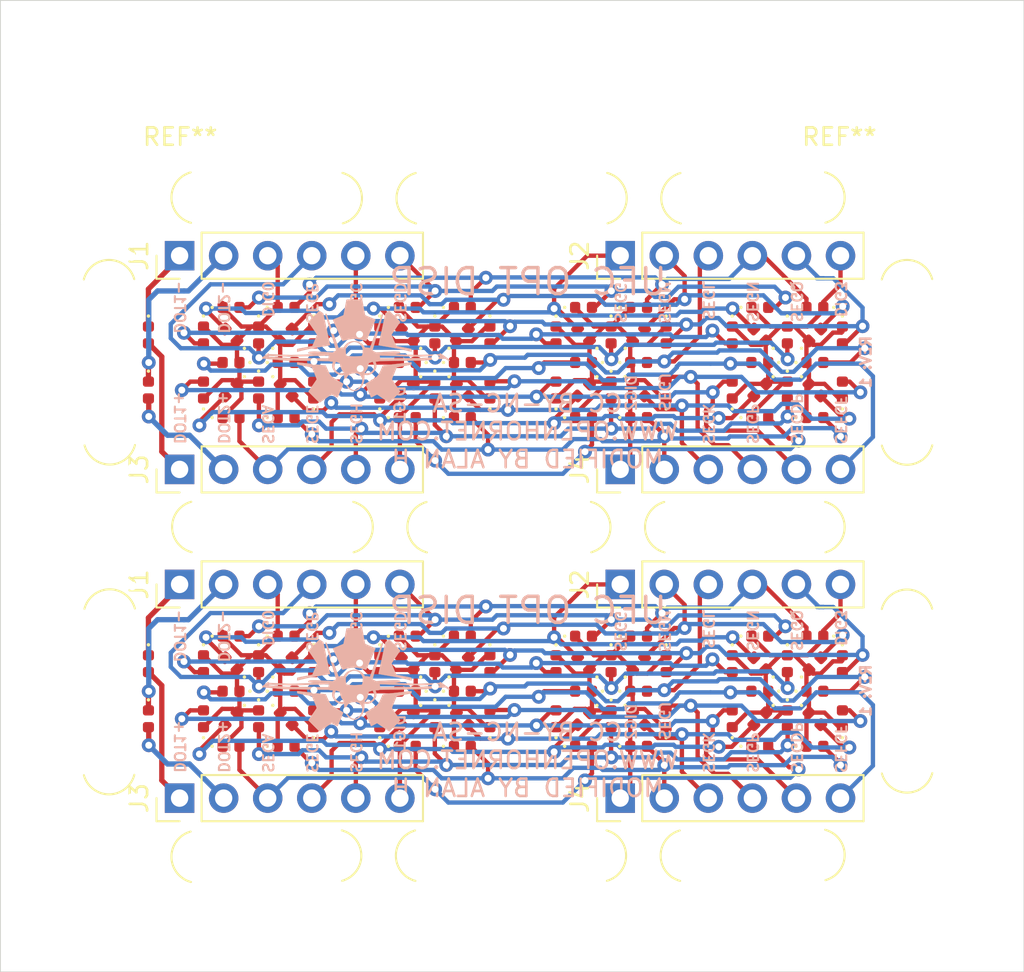
<source format=kicad_pcb>
(kicad_pcb (version 20171130) (host pcbnew "(5.1.9)-1")
  (layers (0 F.Cu signal) (31 B.Cu signal) (34 B.Paste user) (35 F.Paste user) (36 B.SilkS user) (37 F.SilkS user) (38 B.Mask user) (39 F.Mask user) (44 Edge.Cuts user))
  (net 0 "")
  (net 1 /DIG0)
  (net 2 /DIG1)
  (net 3 /DIG2)
  (net 4 /DIG3)
  (net 5 /SEGG)
  (net 6 /DOT1+)
  (net 7 /DOT1-)
  (net 8 /DOT2-)
  (net 9 /DOT2+)
  (net 10 /SEGDP)
  (net 11 /SEGA)
  (net 12 /SEGB)
  (net 13 /SEGC)
  (net 14 /SEGD)
  (net 15 /SEGE)
  (net 16 /SEGF)
  (net 17 /SEGH)
  (net 18 /SEGN)
  (net 19 /SEGM)
  (net 20 /SEGL)
  (net 21 /SEGK)
  (net 22 /SEGJ)
  (net 23 /SEGQ)
  (net 24 /SEGP)
  (module Panelization:0.5mm-NPTH-Drill (layer F.Cu) (at 158.3375 97.137 180)
    (fp_text reference REF** hide)
    (fp_text value 0.5mm-NPTH-Drill hide)
    (pad "" np_thru_hole circle (at 0 0 180) (size 0.5 0.5) (drill 0.5) (layers *.Cu *.Mask))
  )
  (module Panelization:0.5mm-NPTH-Drill (layer F.Cu) (at 157.6375 97.137 180)
    (fp_text reference REF** hide)
    (fp_text value 0.5mm-NPTH-Drill hide)
    (pad "" np_thru_hole circle (at 0 0 180) (size 0.5 0.5) (drill 0.5) (layers *.Cu *.Mask))
  )
  (module Panelization:0.5mm-NPTH-Drill (layer F.Cu) (at 154.9375 97.137 180)
    (fp_text reference REF** hide)
    (fp_text value 0.5mm-NPTH-Drill hide)
    (pad "" np_thru_hole circle (at 0 0 180) (size 0.5 0.5) (drill 0.5) (layers *.Cu *.Mask))
  )
  (module Panelization:0.5mm-NPTH-Drill (layer F.Cu) (at 156.3 97.1 180)
    (fp_text reference REF** hide)
    (fp_text value 0.5mm-NPTH-Drill hide)
    (pad "" np_thru_hole circle (at 0 0 180) (size 0.5 0.5) (drill 0.5) (layers *.Cu *.Mask))
  )
  (module Panelization:0.5mm-NPTH-Drill (layer F.Cu) (at 157 97.1 180)
    (fp_text reference REF** hide)
    (fp_text value 0.5mm-NPTH-Drill hide)
    (pad "" np_thru_hole circle (at 0 0 180) (size 0.5 0.5) (drill 0.5) (layers *.Cu *.Mask))
  )
  (module Panelization:0.5mm-NPTH-Drill (layer F.Cu) (at 154.2375 97.137 180)
    (fp_text reference REF** hide)
    (fp_text value 0.5mm-NPTH-Drill hide)
    (pad "" np_thru_hole circle (at 0 0 180) (size 0.5 0.5) (drill 0.5) (layers *.Cu *.Mask))
  )
  (module Panelization:0.5mm-NPTH-Drill (layer F.Cu) (at 153.5375 97.137 180)
    (fp_text reference REF** hide)
    (fp_text value 0.5mm-NPTH-Drill hide)
    (pad "" np_thru_hole circle (at 0 0 180) (size 0.5 0.5) (drill 0.5) (layers *.Cu *.Mask))
  )
  (module Panelization:0.5mm-NPTH-Drill (layer F.Cu) (at 155.6 97.1 180)
    (fp_text reference REF** hide)
    (fp_text value 0.5mm-NPTH-Drill hide)
    (pad "" np_thru_hole circle (at 0 0 180) (size 0.5 0.5) (drill 0.5) (layers *.Cu *.Mask))
  )
  (module Panelization:0.5mm-NPTH-Drill (layer F.Cu) (at 158.3375 61.737 180)
    (fp_text reference REF** hide)
    (fp_text value 0.5mm-NPTH-Drill hide)
    (pad "" np_thru_hole circle (at 0 0 180) (size 0.5 0.5) (drill 0.5) (layers *.Cu *.Mask))
  )
  (module Panelization:0.5mm-NPTH-Drill (layer F.Cu) (at 157.6375 61.737 180)
    (fp_text reference REF** hide)
    (fp_text value 0.5mm-NPTH-Drill hide)
    (pad "" np_thru_hole circle (at 0 0 180) (size 0.5 0.5) (drill 0.5) (layers *.Cu *.Mask))
  )
  (module Panelization:0.5mm-NPTH-Drill (layer F.Cu) (at 154.9375 61.837 180)
    (fp_text reference REF** hide)
    (fp_text value 0.5mm-NPTH-Drill hide)
    (pad "" np_thru_hole circle (at 0 0 180) (size 0.5 0.5) (drill 0.5) (layers *.Cu *.Mask))
  )
  (module Panelization:0.5mm-NPTH-Drill (layer F.Cu) (at 156.3 61.8 180)
    (fp_text reference REF** hide)
    (fp_text value 0.5mm-NPTH-Drill hide)
    (pad "" np_thru_hole circle (at 0 0 180) (size 0.5 0.5) (drill 0.5) (layers *.Cu *.Mask))
  )
  (module Panelization:0.5mm-NPTH-Drill (layer F.Cu) (at 157 61.8 180)
    (fp_text reference REF** hide)
    (fp_text value 0.5mm-NPTH-Drill hide)
    (pad "" np_thru_hole circle (at 0 0 180) (size 0.5 0.5) (drill 0.5) (layers *.Cu *.Mask))
  )
  (module Panelization:0.5mm-NPTH-Drill (layer F.Cu) (at 154.2375 61.837 180)
    (fp_text reference REF** hide)
    (fp_text value 0.5mm-NPTH-Drill hide)
    (pad "" np_thru_hole circle (at 0 0 180) (size 0.5 0.5) (drill 0.5) (layers *.Cu *.Mask))
  )
  (module Panelization:0.5mm-NPTH-Drill (layer F.Cu) (at 153.5375 61.837 180)
    (fp_text reference REF** hide)
    (fp_text value 0.5mm-NPTH-Drill hide)
    (pad "" np_thru_hole circle (at 0 0 180) (size 0.5 0.5) (drill 0.5) (layers *.Cu *.Mask))
  )
  (module Panelization:0.5mm-NPTH-Drill (layer F.Cu) (at 155.6 61.8 180)
    (fp_text reference REF** hide)
    (fp_text value 0.5mm-NPTH-Drill hide)
    (pad "" np_thru_hole circle (at 0 0 180) (size 0.5 0.5) (drill 0.5) (layers *.Cu *.Mask))
  )
  (module Panelization:0.5mm-NPTH-Drill (layer F.Cu) (at 100.2375 97.237)
    (fp_text reference REF** hide)
    (fp_text value 0.5mm-NPTH-Drill hide)
    (pad "" np_thru_hole circle (at 0 0) (size 0.5 0.5) (drill 0.5) (layers *.Cu *.Mask))
  )
  (module Panelization:0.5mm-NPTH-Drill (layer F.Cu) (at 102.9375 97.237)
    (fp_text reference REF** hide)
    (fp_text value 0.5mm-NPTH-Drill hide)
    (pad "" np_thru_hole circle (at 0 0) (size 0.5 0.5) (drill 0.5) (layers *.Cu *.Mask))
  )
  (module Panelization:0.5mm-NPTH-Drill (layer F.Cu) (at 101.575 97.274)
    (fp_text reference REF** hide)
    (fp_text value 0.5mm-NPTH-Drill hide)
    (pad "" np_thru_hole circle (at 0 0) (size 0.5 0.5) (drill 0.5) (layers *.Cu *.Mask))
  )
  (module Panelization:0.5mm-NPTH-Drill (layer F.Cu) (at 100.875 97.274)
    (fp_text reference REF** hide)
    (fp_text value 0.5mm-NPTH-Drill hide)
    (pad "" np_thru_hole circle (at 0 0) (size 0.5 0.5) (drill 0.5) (layers *.Cu *.Mask))
  )
  (module Panelization:0.5mm-NPTH-Drill (layer F.Cu) (at 103.6375 97.237)
    (fp_text reference REF** hide)
    (fp_text value 0.5mm-NPTH-Drill hide)
    (pad "" np_thru_hole circle (at 0 0) (size 0.5 0.5) (drill 0.5) (layers *.Cu *.Mask))
  )
  (module Panelization:0.5mm-NPTH-Drill (layer F.Cu) (at 104.3375 97.237)
    (fp_text reference REF** hide)
    (fp_text value 0.5mm-NPTH-Drill hide)
    (pad "" np_thru_hole circle (at 0 0) (size 0.5 0.5) (drill 0.5) (layers *.Cu *.Mask))
  )
  (module Panelization:0.5mm-NPTH-Drill (layer F.Cu) (at 102.275 97.274)
    (fp_text reference REF** hide)
    (fp_text value 0.5mm-NPTH-Drill hide)
    (pad "" np_thru_hole circle (at 0 0) (size 0.5 0.5) (drill 0.5) (layers *.Cu *.Mask))
  )
  (module Panelization:0.5mm-NPTH-Drill (layer F.Cu) (at 100 61.9)
    (fp_text reference REF** hide)
    (fp_text value 0.5mm-NPTH-Drill hide)
    (pad "" np_thru_hole circle (at 0 0) (size 0.5 0.5) (drill 0.5) (layers *.Cu *.Mask))
  )
  (module Panelization:0.5mm-NPTH-Drill (layer F.Cu) (at 100.7375 61.837)
    (fp_text reference REF** hide)
    (fp_text value 0.5mm-NPTH-Drill hide)
    (pad "" np_thru_hole circle (at 0 0) (size 0.5 0.5) (drill 0.5) (layers *.Cu *.Mask))
  )
  (module Panelization:0.5mm-NPTH-Drill (layer F.Cu) (at 101.4375 61.837)
    (fp_text reference REF** hide)
    (fp_text value 0.5mm-NPTH-Drill hide)
    (pad "" np_thru_hole circle (at 0 0) (size 0.5 0.5) (drill 0.5) (layers *.Cu *.Mask))
  )
  (module Panelization:0.5mm-NPTH-Drill (layer F.Cu) (at 102.1375 61.837)
    (fp_text reference REF** hide)
    (fp_text value 0.5mm-NPTH-Drill hide)
    (pad "" np_thru_hole circle (at 0 0) (size 0.5 0.5) (drill 0.5) (layers *.Cu *.Mask))
  )
  (module Panelization:0.5mm-NPTH-Drill (layer F.Cu) (at 102.8 61.8)
    (fp_text reference REF** hide)
    (fp_text value 0.5mm-NPTH-Drill hide)
    (pad "" np_thru_hole circle (at 0 0) (size 0.5 0.5) (drill 0.5) (layers *.Cu *.Mask))
  )
  (module Panelization:0.5mm-NPTH-Drill (layer F.Cu) (at 103.5 61.8)
    (fp_text reference REF** hide)
    (fp_text value 0.5mm-NPTH-Drill hide)
    (pad "" np_thru_hole circle (at 0 0) (size 0.5 0.5) (drill 0.5) (layers *.Cu *.Mask))
  )
  (module Panelization:0.5mm-NPTH-Drill (layer F.Cu) (at 104.2 61.8)
    (fp_text reference REF** hide)
    (fp_text value 0.5mm-NPTH-Drill hide)
    (pad "" np_thru_hole circle (at 0 0) (size 0.5 0.5) (drill 0.5) (layers *.Cu *.Mask))
  )
  (module Panelization:4MM_Stencil_Hole (layer F.Cu) (at 148 54)
    (fp_text reference REF** (at 0 3) (layer F.SilkS))
    (fp_text value 4MM_Stencil_Hole)
    (pad "" np_thru_hole circle (at 0 0) (size 4 4) (drill 4) (layers *.Cu *.Paste *.Mask))
  )
  (module Panelization:4MM_Stencil_Hole (layer F.Cu) (at 110 54)
    (fp_text reference REF** (at 0 3) (layer F.SilkS))
    (fp_text value 4MM_Stencil_Hole)
    (pad "" np_thru_hole circle (at 0 0) (size 4 4) (drill 4) (layers *.Cu *.Paste *.Mask))
  )
  (module Panelization:mouse-bite-3mm-slot-corner (layer F.Cu) (at 105.9 98.5)
    (fp_text reference mouse-bite-3mm-slot-corner hide)
    (fp_text value VAL** hide)
    (pad "" np_thru_hole circle (at 2.65 -1.3) (size 0.5 0.5) (drill 0.5) (layers *.Cu *.Mask))
    (pad "" np_thru_hole circle (at 3.4 -1.3) (size 0.5 0.5) (drill 0.5) (layers *.Cu *.Mask))
    (pad "" np_thru_hole circle (at 1.9 -1.3) (size 0.5 0.5) (drill 0.5) (layers *.Cu *.Mask))
    (pad "" np_thru_hole circle (at 1.3 -3.4 90) (size 0.5 0.5) (drill 0.5) (layers *.Cu *.Mask))
    (pad "" np_thru_hole circle (at 1.3 -1.9 90) (size 0.5 0.5) (drill 0.5) (layers *.Cu *.Mask))
    (pad "" np_thru_hole circle (at 1.3 -2.65 90) (size 0.5 0.5) (drill 0.5) (layers *.Cu *.Mask))
    (pad "" np_thru_hole circle (at 0.55 -1.3) (size 0.5 0.5) (drill 0.5) (layers *.Cu *.Mask))
    (pad "" np_thru_hole circle (at -0.95 -1.3) (size 0.5 0.5) (drill 0.5) (layers *.Cu *.Mask))
    (pad "" np_thru_hole circle (at -0.2 -1.3) (size 0.5 0.5) (drill 0.5) (layers *.Cu *.Mask))
    (pad "" np_thru_hole circle (at 1.3 0.95 90) (size 0.5 0.5) (drill 0.5) (layers *.Cu *.Mask))
    (pad "" np_thru_hole circle (at 1.3 -0.55 90) (size 0.5 0.5) (drill 0.5) (layers *.Cu *.Mask))
    (pad "" np_thru_hole circle (at 1.3 0.2 90) (size 0.5 0.5) (drill 0.5) (layers *.Cu *.Mask))
  )
  (module Panelization:mouse-bite-3mm-slot-corner (layer F.Cu) (at 151.9 98.4 90)
    (fp_text reference mouse-bite-3mm-slot-corner hide)
    (fp_text value VAL** hide)
    (pad "" np_thru_hole circle (at 2.65 -1.3 90) (size 0.5 0.5) (drill 0.5) (layers *.Cu *.Mask))
    (pad "" np_thru_hole circle (at 3.4 -1.3 90) (size 0.5 0.5) (drill 0.5) (layers *.Cu *.Mask))
    (pad "" np_thru_hole circle (at 1.9 -1.3 90) (size 0.5 0.5) (drill 0.5) (layers *.Cu *.Mask))
    (pad "" np_thru_hole circle (at 1.3 -3.4 180) (size 0.5 0.5) (drill 0.5) (layers *.Cu *.Mask))
    (pad "" np_thru_hole circle (at 1.3 -1.9 180) (size 0.5 0.5) (drill 0.5) (layers *.Cu *.Mask))
    (pad "" np_thru_hole circle (at 1.3 -2.65 180) (size 0.5 0.5) (drill 0.5) (layers *.Cu *.Mask))
    (pad "" np_thru_hole circle (at 0.55 -1.3 90) (size 0.5 0.5) (drill 0.5) (layers *.Cu *.Mask))
    (pad "" np_thru_hole circle (at -0.95 -1.3 90) (size 0.5 0.5) (drill 0.5) (layers *.Cu *.Mask))
    (pad "" np_thru_hole circle (at -0.2 -1.3 90) (size 0.5 0.5) (drill 0.5) (layers *.Cu *.Mask))
    (pad "" np_thru_hole circle (at 1.3 0.95 180) (size 0.5 0.5) (drill 0.5) (layers *.Cu *.Mask))
    (pad "" np_thru_hole circle (at 1.3 -0.55 180) (size 0.5 0.5) (drill 0.5) (layers *.Cu *.Mask))
    (pad "" np_thru_hole circle (at 1.3 0.2 180) (size 0.5 0.5) (drill 0.5) (layers *.Cu *.Mask))
  )
  (module Panelization:mouse-bite-3mm-slot-corner (layer F.Cu) (at 151.9 60.5 180)
    (fp_text reference mouse-bite-3mm-slot-corner hide)
    (fp_text value VAL** hide)
    (pad "" np_thru_hole circle (at 2.65 -1.3 180) (size 0.5 0.5) (drill 0.5) (layers *.Cu *.Mask))
    (pad "" np_thru_hole circle (at 3.4 -1.3 180) (size 0.5 0.5) (drill 0.5) (layers *.Cu *.Mask))
    (pad "" np_thru_hole circle (at 1.9 -1.3 180) (size 0.5 0.5) (drill 0.5) (layers *.Cu *.Mask))
    (pad "" np_thru_hole circle (at 1.3 -3.4 270) (size 0.5 0.5) (drill 0.5) (layers *.Cu *.Mask))
    (pad "" np_thru_hole circle (at 1.3 -1.9 270) (size 0.5 0.5) (drill 0.5) (layers *.Cu *.Mask))
    (pad "" np_thru_hole circle (at 1.3 -2.65 270) (size 0.5 0.5) (drill 0.5) (layers *.Cu *.Mask))
    (pad "" np_thru_hole circle (at 0.55 -1.3 180) (size 0.5 0.5) (drill 0.5) (layers *.Cu *.Mask))
    (pad "" np_thru_hole circle (at -0.95 -1.3 180) (size 0.5 0.5) (drill 0.5) (layers *.Cu *.Mask))
    (pad "" np_thru_hole circle (at -0.2 -1.3 180) (size 0.5 0.5) (drill 0.5) (layers *.Cu *.Mask))
    (pad "" np_thru_hole circle (at 1.3 0.95 270) (size 0.5 0.5) (drill 0.5) (layers *.Cu *.Mask))
    (pad "" np_thru_hole circle (at 1.3 -0.55 270) (size 0.5 0.5) (drill 0.5) (layers *.Cu *.Mask))
    (pad "" np_thru_hole circle (at 1.3 0.2 270) (size 0.5 0.5) (drill 0.5) (layers *.Cu *.Mask))
  )
  (module Panelization:mouse-bite-3mm-slot-corner (layer F.Cu) (at 105.9 60.5 270)
    (fp_text reference mouse-bite-3mm-slot-corner hide)
    (fp_text value VAL** hide)
    (pad "" np_thru_hole circle (at 2.65 -1.3 270) (size 0.5 0.5) (drill 0.5) (layers *.Cu *.Mask))
    (pad "" np_thru_hole circle (at 3.4 -1.3 270) (size 0.5 0.5) (drill 0.5) (layers *.Cu *.Mask))
    (pad "" np_thru_hole circle (at 1.9 -1.3 270) (size 0.5 0.5) (drill 0.5) (layers *.Cu *.Mask))
    (pad "" np_thru_hole circle (at 1.3 -3.4) (size 0.5 0.5) (drill 0.5) (layers *.Cu *.Mask))
    (pad "" np_thru_hole circle (at 1.3 -1.9) (size 0.5 0.5) (drill 0.5) (layers *.Cu *.Mask))
    (pad "" np_thru_hole circle (at 1.3 -2.65) (size 0.5 0.5) (drill 0.5) (layers *.Cu *.Mask))
    (pad "" np_thru_hole circle (at 0.55 -1.3 270) (size 0.5 0.5) (drill 0.5) (layers *.Cu *.Mask))
    (pad "" np_thru_hole circle (at -0.95 -1.3 270) (size 0.5 0.5) (drill 0.5) (layers *.Cu *.Mask))
    (pad "" np_thru_hole circle (at -0.2 -1.3 270) (size 0.5 0.5) (drill 0.5) (layers *.Cu *.Mask))
    (pad "" np_thru_hole circle (at 1.3 0.95) (size 0.5 0.5) (drill 0.5) (layers *.Cu *.Mask))
    (pad "" np_thru_hole circle (at 1.3 -0.55) (size 0.5 0.5) (drill 0.5) (layers *.Cu *.Mask))
    (pad "" np_thru_hole circle (at 1.3 0.2) (size 0.5 0.5) (drill 0.5) (layers *.Cu *.Mask))
  )
  (module Panelization:mouse-bite-3mm-slot (layer F.Cu) (at 121.475 60.537)
    (fp_text reference mouse-bite-3mm-slot hide)
    (fp_text value VAL** hide)
    (pad "" np_thru_hole circle (at 0 -1.3) (size 0.5 0.5) (drill 0.5) (layers *.Cu *.Mask))
    (pad "" np_thru_hole circle (at 0 1.3) (size 0.5 0.5) (drill 0.5) (layers *.Cu *.Mask))
    (pad "" np_thru_hole circle (at 0.75 -1.3) (size 0.5 0.5) (drill 0.5) (layers *.Cu *.Mask))
    (pad "" np_thru_hole circle (at -0.75 -1.3) (size 0.5 0.5) (drill 0.5) (layers *.Cu *.Mask))
    (pad "" np_thru_hole circle (at -0.75 1.3) (size 0.5 0.5) (drill 0.5) (layers *.Cu *.Mask))
    (pad "" np_thru_hole circle (at 0.75 1.3) (size 0.5 0.5) (drill 0.5) (layers *.Cu *.Mask))
  )
  (module Panelization:mouse-bite-3mm-slot (layer F.Cu) (at 136.7375 60.537)
    (fp_text reference mouse-bite-3mm-slot hide)
    (fp_text value VAL** hide)
    (pad "" np_thru_hole circle (at 0 -1.3) (size 0.5 0.5) (drill 0.5) (layers *.Cu *.Mask))
    (pad "" np_thru_hole circle (at 0 1.3) (size 0.5 0.5) (drill 0.5) (layers *.Cu *.Mask))
    (pad "" np_thru_hole circle (at 0.75 -1.3) (size 0.5 0.5) (drill 0.5) (layers *.Cu *.Mask))
    (pad "" np_thru_hole circle (at -0.75 -1.3) (size 0.5 0.5) (drill 0.5) (layers *.Cu *.Mask))
    (pad "" np_thru_hole circle (at -0.75 1.3) (size 0.5 0.5) (drill 0.5) (layers *.Cu *.Mask))
    (pad "" np_thru_hole circle (at 0.75 1.3) (size 0.5 0.5) (drill 0.5) (layers *.Cu *.Mask))
  )
  (module Panelization:mouse-bite-3mm-slot (layer F.Cu) (at 136.7 98.437)
    (fp_text reference mouse-bite-3mm-slot hide)
    (fp_text value VAL** hide)
    (pad "" np_thru_hole circle (at 0.75 1.3) (size 0.5 0.5) (drill 0.5) (layers *.Cu *.Mask))
    (pad "" np_thru_hole circle (at -0.75 1.3) (size 0.5 0.5) (drill 0.5) (layers *.Cu *.Mask))
    (pad "" np_thru_hole circle (at -0.75 -1.3) (size 0.5 0.5) (drill 0.5) (layers *.Cu *.Mask))
    (pad "" np_thru_hole circle (at 0.75 -1.3) (size 0.5 0.5) (drill 0.5) (layers *.Cu *.Mask))
    (pad "" np_thru_hole circle (at 0 1.3) (size 0.5 0.5) (drill 0.5) (layers *.Cu *.Mask))
    (pad "" np_thru_hole circle (at 0 -1.3) (size 0.5 0.5) (drill 0.5) (layers *.Cu *.Mask))
  )
  (module Panelization:mouse-bite-3mm-slot (layer F.Cu) (at 121.4375 98.437)
    (fp_text reference mouse-bite-3mm-slot hide)
    (fp_text value VAL** hide)
    (pad "" np_thru_hole circle (at 0.75 1.3) (size 0.5 0.5) (drill 0.5) (layers *.Cu *.Mask))
    (pad "" np_thru_hole circle (at -0.75 1.3) (size 0.5 0.5) (drill 0.5) (layers *.Cu *.Mask))
    (pad "" np_thru_hole circle (at -0.75 -1.3) (size 0.5 0.5) (drill 0.5) (layers *.Cu *.Mask))
    (pad "" np_thru_hole circle (at 0.75 -1.3) (size 0.5 0.5) (drill 0.5) (layers *.Cu *.Mask))
    (pad "" np_thru_hole circle (at 0 1.3) (size 0.5 0.5) (drill 0.5) (layers *.Cu *.Mask))
    (pad "" np_thru_hole circle (at 0 -1.3) (size 0.5 0.5) (drill 0.5) (layers *.Cu *.Mask))
  )
  (module Panelization:mouse-bite-3mm-slot (layer F.Cu) (at 135.8 79.5)
    (fp_text reference mouse-bite-3mm-slot hide)
    (fp_text value VAL** hide)
    (pad "" np_thru_hole circle (at 0.75 1.3) (size 0.5 0.5) (drill 0.5) (layers *.Cu *.Mask))
    (pad "" np_thru_hole circle (at -0.75 1.3) (size 0.5 0.5) (drill 0.5) (layers *.Cu *.Mask))
    (pad "" np_thru_hole circle (at -0.75 -1.3) (size 0.5 0.5) (drill 0.5) (layers *.Cu *.Mask))
    (pad "" np_thru_hole circle (at 0.75 -1.3) (size 0.5 0.5) (drill 0.5) (layers *.Cu *.Mask))
    (pad "" np_thru_hole circle (at 0 1.3) (size 0.5 0.5) (drill 0.5) (layers *.Cu *.Mask))
    (pad "" np_thru_hole circle (at 0 -1.3) (size 0.5 0.5) (drill 0.5) (layers *.Cu *.Mask))
  )
  (module Panelization:mouse-bite-3mm-slot (layer F.Cu) (at 122.1 79.5)
    (fp_text reference mouse-bite-3mm-slot hide)
    (fp_text value VAL** hide)
    (pad "" np_thru_hole circle (at 0.75 1.3) (size 0.5 0.5) (drill 0.5) (layers *.Cu *.Mask))
    (pad "" np_thru_hole circle (at -0.75 1.3) (size 0.5 0.5) (drill 0.5) (layers *.Cu *.Mask))
    (pad "" np_thru_hole circle (at -0.75 -1.3) (size 0.5 0.5) (drill 0.5) (layers *.Cu *.Mask))
    (pad "" np_thru_hole circle (at 0.75 -1.3) (size 0.5 0.5) (drill 0.5) (layers *.Cu *.Mask))
    (pad "" np_thru_hole circle (at 0 1.3) (size 0.5 0.5) (drill 0.5) (layers *.Cu *.Mask))
    (pad "" np_thru_hole circle (at 0 -1.3) (size 0.5 0.5) (drill 0.5) (layers *.Cu *.Mask))
  )
  (module Panelization:mouse-bite-3mm-slot-3way (layer F.Cu) (at 151.9 79.5 180)
    (fp_text reference mouse-bite-3mm-slot-3way hide)
    (fp_text value VAL** hide)
    (pad "" np_thru_hole circle (at 1.3 0 270) (size 0.5 0.5) (drill 0.5) (layers *.Cu *.Mask))
    (pad "" np_thru_hole circle (at 1.3 2.65 90) (size 0.5 0.5) (drill 0.5) (layers *.Cu *.Mask))
    (pad "" np_thru_hole circle (at 1.3 3.4 90) (size 0.5 0.5) (drill 0.5) (layers *.Cu *.Mask))
    (pad "" np_thru_hole circle (at 1.3 1.9 90) (size 0.5 0.5) (drill 0.5) (layers *.Cu *.Mask))
    (pad "" np_thru_hole circle (at 1.3 -2.65 270) (size 0.5 0.5) (drill 0.5) (layers *.Cu *.Mask))
    (pad "" np_thru_hole circle (at 1.3 -1.9 270) (size 0.5 0.5) (drill 0.5) (layers *.Cu *.Mask))
    (pad "" np_thru_hole circle (at 1.3 -3.4 270) (size 0.5 0.5) (drill 0.5) (layers *.Cu *.Mask))
    (pad "" np_thru_hole circle (at 3.4 1.3 180) (size 0.5 0.5) (drill 0.5) (layers *.Cu *.Mask))
    (pad "" np_thru_hole circle (at 1.9 1.3 180) (size 0.5 0.5) (drill 0.5) (layers *.Cu *.Mask))
    (pad "" np_thru_hole circle (at 1.9 -1.3 180) (size 0.5 0.5) (drill 0.5) (layers *.Cu *.Mask))
    (pad "" np_thru_hole circle (at 3.4 -1.3 180) (size 0.5 0.5) (drill 0.5) (layers *.Cu *.Mask))
    (pad "" np_thru_hole circle (at 2.65 1.3 180) (size 0.5 0.5) (drill 0.5) (layers *.Cu *.Mask))
    (pad "" np_thru_hole circle (at 2.65 -1.3 180) (size 0.5 0.5) (drill 0.5) (layers *.Cu *.Mask))
  )
  (module Panelization:mouse-bite-3mm-slot-3way (layer F.Cu) (at 105.9375 79.487)
    (fp_text reference mouse-bite-3mm-slot-3way hide)
    (fp_text value VAL** hide)
    (pad "" np_thru_hole circle (at 1.3 0 90) (size 0.5 0.5) (drill 0.5) (layers *.Cu *.Mask))
    (pad "" np_thru_hole circle (at 1.3 2.65 270) (size 0.5 0.5) (drill 0.5) (layers *.Cu *.Mask))
    (pad "" np_thru_hole circle (at 1.3 3.4 270) (size 0.5 0.5) (drill 0.5) (layers *.Cu *.Mask))
    (pad "" np_thru_hole circle (at 1.3 1.9 270) (size 0.5 0.5) (drill 0.5) (layers *.Cu *.Mask))
    (pad "" np_thru_hole circle (at 1.3 -2.65 90) (size 0.5 0.5) (drill 0.5) (layers *.Cu *.Mask))
    (pad "" np_thru_hole circle (at 1.3 -1.9 90) (size 0.5 0.5) (drill 0.5) (layers *.Cu *.Mask))
    (pad "" np_thru_hole circle (at 1.3 -3.4 90) (size 0.5 0.5) (drill 0.5) (layers *.Cu *.Mask))
    (pad "" np_thru_hole circle (at 3.4 1.3) (size 0.5 0.5) (drill 0.5) (layers *.Cu *.Mask))
    (pad "" np_thru_hole circle (at 1.9 1.3) (size 0.5 0.5) (drill 0.5) (layers *.Cu *.Mask))
    (pad "" np_thru_hole circle (at 1.9 -1.3) (size 0.5 0.5) (drill 0.5) (layers *.Cu *.Mask))
    (pad "" np_thru_hole circle (at 3.4 -1.3) (size 0.5 0.5) (drill 0.5) (layers *.Cu *.Mask))
    (pad "" np_thru_hole circle (at 2.65 1.3) (size 0.5 0.5) (drill 0.5) (layers *.Cu *.Mask))
    (pad "" np_thru_hole circle (at 2.65 -1.3) (size 0.5 0.5) (drill 0.5) (layers *.Cu *.Mask))
  )
  (module Connector_PinHeader_2.54mm:PinHeader_1x06_P2.54mm_Vertical (layer F.Cu) (at 135.365 76.171 90)
    (fp_text reference J4 (at 0 -2.33 90) (layer F.SilkS))
    (fp_text value Conn_01x06_Male)
    (pad 6 thru_hole oval (at 0 12.7 90) (size 1.7 1.7) (drill 1) (layers *.Cu *.Mask) (net 16 /SEGF))
    (pad 5 thru_hole oval (at 0 10.16 90) (size 1.7 1.7) (drill 1) (layers *.Cu *.Mask) (net 10 /SEGDP))
    (pad 4 thru_hole oval (at 0 7.62 90) (size 1.7 1.7) (drill 1) (layers *.Cu *.Mask) (net 24 /SEGP))
    (pad 3 thru_hole oval (at 0 5.08 90) (size 1.7 1.7) (drill 1) (layers *.Cu *.Mask) (net 21 /SEGK))
    (pad 2 thru_hole oval (at 0 2.54 90) (size 1.7 1.7) (drill 1) (layers *.Cu *.Mask) (net 22 /SEGJ))
    (pad 1 thru_hole rect (at 0 0 90) (size 1.7 1.7) (drill 1) (layers *.Cu *.Mask) (net 3 /DIG2))
  )
  (module Connector_PinHeader_2.54mm:PinHeader_1x06_P2.54mm_Vertical (layer F.Cu) (at 109.965 76.171 90)
    (fp_text reference J3 (at 0 -2.33 90) (layer F.SilkS))
    (fp_text value Conn_01x06_Male)
    (pad 6 thru_hole oval (at 0 12.7 90) (size 1.7 1.7) (drill 1) (layers *.Cu *.Mask) (net 2 /DIG1))
    (pad 5 thru_hole oval (at 0 10.16 90) (size 1.7 1.7) (drill 1) (layers *.Cu *.Mask) (net 17 /SEGH))
    (pad 4 thru_hole oval (at 0 7.62 90) (size 1.7 1.7) (drill 1) (layers *.Cu *.Mask) (net 15 /SEGE))
    (pad 3 thru_hole oval (at 0 5.08 90) (size 1.7 1.7) (drill 1) (layers *.Cu *.Mask) (net 11 /SEGA))
    (pad 2 thru_hole oval (at 0 2.54 90) (size 1.7 1.7) (drill 1) (layers *.Cu *.Mask) (net 9 /DOT2+))
    (pad 1 thru_hole rect (at 0 0 90) (size 1.7 1.7) (drill 1) (layers *.Cu *.Mask) (net 6 /DOT1+))
  )
  (module Connector_PinHeader_2.54mm:PinHeader_1x06_P2.54mm_Vertical (layer F.Cu) (at 135.365 63.852 90)
    (fp_text reference J2 (at 0 -2.33 90) (layer F.SilkS))
    (fp_text value Conn_01x06_Male)
    (pad 6 thru_hole oval (at 0 12.7 90) (size 1.7 1.7) (drill 1) (layers *.Cu *.Mask) (net 4 /DIG3))
    (pad 5 thru_hole oval (at 0 10.16 90) (size 1.7 1.7) (drill 1) (layers *.Cu *.Mask) (net 23 /SEGQ))
    (pad 4 thru_hole oval (at 0 7.62 90) (size 1.7 1.7) (drill 1) (layers *.Cu *.Mask) (net 18 /SEGN))
    (pad 3 thru_hole oval (at 0 5.08 90) (size 1.7 1.7) (drill 1) (layers *.Cu *.Mask) (net 20 /SEGL))
    (pad 2 thru_hole oval (at 0 2.54 90) (size 1.7 1.7) (drill 1) (layers *.Cu *.Mask) (net 19 /SEGM))
    (pad 1 thru_hole rect (at 0 0 90) (size 1.7 1.7) (drill 1) (layers *.Cu *.Mask) (net 5 /SEGG))
  )
  (module Connector_PinHeader_2.54mm:PinHeader_1x06_P2.54mm_Vertical (layer F.Cu) (at 109.965 63.852 90)
    (fp_text reference J1 (at 0 -2.33 90) (layer F.SilkS))
    (fp_text value Conn_01x06_Male)
    (pad 6 thru_hole oval (at 0 12.7 90) (size 1.7 1.7) (drill 1) (layers *.Cu *.Mask) (net 14 /SEGD))
    (pad 5 thru_hole oval (at 0 10.16 90) (size 1.7 1.7) (drill 1) (layers *.Cu *.Mask) (net 13 /SEGC))
    (pad 4 thru_hole oval (at 0 7.62 90) (size 1.7 1.7) (drill 1) (layers *.Cu *.Mask) (net 12 /SEGB))
    (pad 3 thru_hole oval (at 0 5.08 90) (size 1.7 1.7) (drill 1) (layers *.Cu *.Mask) (net 1 /DIG0))
    (pad 2 thru_hole oval (at 0 2.54 90) (size 1.7 1.7) (drill 1) (layers *.Cu *.Mask) (net 8 /DOT2-))
    (pad 1 thru_hole rect (at 0 0 90) (size 1.7 1.7) (drill 1) (layers *.Cu *.Mask) (net 7 /DOT1-))
  )
  (module LED_SMD:LED_0402_1005Metric (layer F.Cu) (at 111.3435 68.421 270)
    (fp_text reference D1 hide)
    (fp_text value LED)
    (pad 2 smd roundrect (at 0.485 0 270) (size 0.59 0.64) (layers F.Cu F.Paste F.Mask) (net 13 /SEGC))
    (pad 1 smd roundrect (at -0.485 0 270) (size 0.59 0.64) (layers F.Cu F.Paste F.Mask) (net 1 /DIG0))
  )
  (module LED_SMD:LED_0402_1005Metric (layer F.Cu) (at 111.3435 71.596 90)
    (fp_text reference D2 hide)
    (fp_text value LED)
    (pad 2 smd roundrect (at 0.485 0 90) (size 0.59 0.64) (layers F.Cu F.Paste F.Mask) (net 10 /SEGDP))
    (pad 1 smd roundrect (at -0.485 0 90) (size 0.59 0.64) (layers F.Cu F.Paste F.Mask) (net 1 /DIG0))
  )
  (module LED_SMD:LED_0402_1005Metric (layer F.Cu) (at 112.9315 66.8335)
    (fp_text reference D3 hide)
    (fp_text value LED)
    (pad 2 smd roundrect (at 0.485 0) (size 0.59 0.64) (layers F.Cu F.Paste F.Mask) (net 14 /SEGD))
    (pad 1 smd roundrect (at -0.485 0) (size 0.59 0.64) (layers F.Cu F.Paste F.Mask) (net 1 /DIG0))
  )
  (module LED_SMD:LED_0402_1005Metric (layer F.Cu) (at 112.9315 68.421 135)
    (fp_text reference D4 hide)
    (fp_text value LED)
    (pad 2 smd roundrect (at 0.485 0 135) (size 0.59 0.64) (layers F.Cu F.Paste F.Mask) (net 5 /SEGG))
    (pad 1 smd roundrect (at -0.485 0 135) (size 0.59 0.64) (layers F.Cu F.Paste F.Mask) (net 1 /DIG0))
  )
  (module LED_SMD:LED_0402_1005Metric (layer F.Cu) (at 112.9315 70.0085 180)
    (fp_text reference D5 hide)
    (fp_text value LED)
    (pad 2 smd roundrect (at 0.485 0 180) (size 0.59 0.64) (layers F.Cu F.Paste F.Mask) (net 16 /SEGF))
    (pad 1 smd roundrect (at -0.485 0 180) (size 0.59 0.64) (layers F.Cu F.Paste F.Mask) (net 1 /DIG0))
  )
  (module LED_SMD:LED_0402_1005Metric (layer F.Cu) (at 112.9315 71.596 225)
    (fp_text reference D6 hide)
    (fp_text value LED)
    (pad 2 smd roundrect (at 0.485 0 225) (size 0.59 0.64) (layers F.Cu F.Paste F.Mask) (net 15 /SEGE))
    (pad 1 smd roundrect (at -0.485 0 225) (size 0.59 0.64) (layers F.Cu F.Paste F.Mask) (net 1 /DIG0))
  )
  (module LED_SMD:LED_0402_1005Metric (layer F.Cu) (at 112.9315 73.1835)
    (fp_text reference D7 hide)
    (fp_text value LED)
    (pad 2 smd roundrect (at 0.485 0) (size 0.59 0.64) (layers F.Cu F.Paste F.Mask) (net 11 /SEGA))
    (pad 1 smd roundrect (at -0.485 0) (size 0.59 0.64) (layers F.Cu F.Paste F.Mask) (net 1 /DIG0))
  )
  (module LED_SMD:LED_0402_1005Metric (layer F.Cu) (at 114.5195 68.421 270)
    (fp_text reference D8 hide)
    (fp_text value LED)
    (pad 2 smd roundrect (at 0.485 0 270) (size 0.59 0.64) (layers F.Cu F.Paste F.Mask) (net 12 /SEGB))
    (pad 1 smd roundrect (at -0.485 0 270) (size 0.59 0.64) (layers F.Cu F.Paste F.Mask) (net 1 /DIG0))
  )
  (module LED_SMD:LED_0402_1005Metric (layer F.Cu) (at 114.5195 71.596 270)
    (fp_text reference D9 hide)
    (fp_text value LED)
    (pad 2 smd roundrect (at 0.485 0 270) (size 0.59 0.64) (layers F.Cu F.Paste F.Mask) (net 17 /SEGH))
    (pad 1 smd roundrect (at -0.485 0 270) (size 0.59 0.64) (layers F.Cu F.Paste F.Mask) (net 1 /DIG0))
  )
  (module LED_SMD:LED_0402_1005Metric (layer F.Cu) (at 116.1065 66.8335)
    (fp_text reference D10 hide)
    (fp_text value LED)
    (pad 2 smd roundrect (at 0.485 0) (size 0.59 0.64) (layers F.Cu F.Paste F.Mask) (net 18 /SEGN))
    (pad 1 smd roundrect (at -0.485 0) (size 0.59 0.64) (layers F.Cu F.Paste F.Mask) (net 1 /DIG0))
  )
  (module LED_SMD:LED_0402_1005Metric (layer F.Cu) (at 116.1065 68.421 45)
    (fp_text reference D11 hide)
    (fp_text value LED)
    (pad 2 smd roundrect (at 0.485 0 45) (size 0.59 0.64) (layers F.Cu F.Paste F.Mask) (net 19 /SEGM))
    (pad 1 smd roundrect (at -0.485 0 45) (size 0.59 0.64) (layers F.Cu F.Paste F.Mask) (net 1 /DIG0))
  )
  (module LED_SMD:LED_0402_1005Metric (layer F.Cu) (at 116.1065 70.0085)
    (fp_text reference D12 hide)
    (fp_text value LED)
    (pad 2 smd roundrect (at 0.485 0) (size 0.59 0.64) (layers F.Cu F.Paste F.Mask) (net 20 /SEGL))
    (pad 1 smd roundrect (at -0.485 0) (size 0.59 0.64) (layers F.Cu F.Paste F.Mask) (net 1 /DIG0))
  )
  (module LED_SMD:LED_0402_1005Metric (layer F.Cu) (at 116.1065 71.596 315)
    (fp_text reference D13 hide)
    (fp_text value LED)
    (pad 2 smd roundrect (at 0.485 0 315) (size 0.59 0.64) (layers F.Cu F.Paste F.Mask) (net 21 /SEGK))
    (pad 1 smd roundrect (at -0.485 0 315) (size 0.59 0.64) (layers F.Cu F.Paste F.Mask) (net 1 /DIG0))
  )
  (module LED_SMD:LED_0402_1005Metric (layer F.Cu) (at 116.1065 73.1835)
    (fp_text reference D14 hide)
    (fp_text value LED)
    (pad 2 smd roundrect (at 0.485 0) (size 0.59 0.64) (layers F.Cu F.Paste F.Mask) (net 22 /SEGJ))
    (pad 1 smd roundrect (at -0.485 0) (size 0.59 0.64) (layers F.Cu F.Paste F.Mask) (net 1 /DIG0))
  )
  (module LED_SMD:LED_0402_1005Metric (layer F.Cu) (at 117.6935 68.421 270)
    (fp_text reference D15 hide)
    (fp_text value LED)
    (pad 2 smd roundrect (at 0.485 0 270) (size 0.59 0.64) (layers F.Cu F.Paste F.Mask) (net 23 /SEGQ))
    (pad 1 smd roundrect (at -0.485 0 270) (size 0.59 0.64) (layers F.Cu F.Paste F.Mask) (net 1 /DIG0))
  )
  (module LED_SMD:LED_0402_1005Metric (layer F.Cu) (at 117.6935 71.596 90)
    (fp_text reference D16 hide)
    (fp_text value LED)
    (pad 2 smd roundrect (at 0.485 0 90) (size 0.59 0.64) (layers F.Cu F.Paste F.Mask) (net 24 /SEGP))
    (pad 1 smd roundrect (at -0.485 0 90) (size 0.59 0.64) (layers F.Cu F.Paste F.Mask) (net 1 /DIG0))
  )
  (module LED_SMD:LED_0402_1005Metric (layer F.Cu) (at 121.5035 68.421 270)
    (fp_text reference D17 hide)
    (fp_text value LED)
    (pad 2 smd roundrect (at 0.485 0 270) (size 0.59 0.64) (layers F.Cu F.Paste F.Mask) (net 13 /SEGC))
    (pad 1 smd roundrect (at -0.485 0 270) (size 0.59 0.64) (layers F.Cu F.Paste F.Mask) (net 2 /DIG1))
  )
  (module LED_SMD:LED_0402_1005Metric (layer F.Cu) (at 121.5035 71.596 90)
    (fp_text reference D18 hide)
    (fp_text value LED)
    (pad 2 smd roundrect (at 0.485 0 90) (size 0.59 0.64) (layers F.Cu F.Paste F.Mask) (net 10 /SEGDP))
    (pad 1 smd roundrect (at -0.485 0 90) (size 0.59 0.64) (layers F.Cu F.Paste F.Mask) (net 2 /DIG1))
  )
  (module LED_SMD:LED_0402_1005Metric (layer F.Cu) (at 123.0915 66.8335)
    (fp_text reference D19 hide)
    (fp_text value LED)
    (pad 2 smd roundrect (at 0.485 0) (size 0.59 0.64) (layers F.Cu F.Paste F.Mask) (net 14 /SEGD))
    (pad 1 smd roundrect (at -0.485 0) (size 0.59 0.64) (layers F.Cu F.Paste F.Mask) (net 2 /DIG1))
  )
  (module LED_SMD:LED_0402_1005Metric (layer F.Cu) (at 123.0915 68.421 135)
    (fp_text reference D20 hide)
    (fp_text value LED)
    (pad 2 smd roundrect (at 0.485 0 135) (size 0.59 0.64) (layers F.Cu F.Paste F.Mask) (net 5 /SEGG))
    (pad 1 smd roundrect (at -0.485 0 135) (size 0.59 0.64) (layers F.Cu F.Paste F.Mask) (net 2 /DIG1))
  )
  (module LED_SMD:LED_0402_1005Metric (layer F.Cu) (at 123.0915 70.0085 180)
    (fp_text reference D21 hide)
    (fp_text value LED)
    (pad 2 smd roundrect (at 0.485 0 180) (size 0.59 0.64) (layers F.Cu F.Paste F.Mask) (net 16 /SEGF))
    (pad 1 smd roundrect (at -0.485 0 180) (size 0.59 0.64) (layers F.Cu F.Paste F.Mask) (net 2 /DIG1))
  )
  (module LED_SMD:LED_0402_1005Metric (layer F.Cu) (at 123.0915 71.596 225)
    (fp_text reference D22 hide)
    (fp_text value LED)
    (pad 2 smd roundrect (at 0.485 0 225) (size 0.59 0.64) (layers F.Cu F.Paste F.Mask) (net 15 /SEGE))
    (pad 1 smd roundrect (at -0.485 0 225) (size 0.59 0.64) (layers F.Cu F.Paste F.Mask) (net 2 /DIG1))
  )
  (module LED_SMD:LED_0402_1005Metric (layer F.Cu) (at 123.0915 73.1835)
    (fp_text reference D23 hide)
    (fp_text value LED)
    (pad 2 smd roundrect (at 0.485 0) (size 0.59 0.64) (layers F.Cu F.Paste F.Mask) (net 11 /SEGA))
    (pad 1 smd roundrect (at -0.485 0) (size 0.59 0.64) (layers F.Cu F.Paste F.Mask) (net 2 /DIG1))
  )
  (module LED_SMD:LED_0402_1005Metric (layer F.Cu) (at 124.6795 68.421 270)
    (fp_text reference D24 hide)
    (fp_text value LED)
    (pad 2 smd roundrect (at 0.485 0 270) (size 0.59 0.64) (layers F.Cu F.Paste F.Mask) (net 12 /SEGB))
    (pad 1 smd roundrect (at -0.485 0 270) (size 0.59 0.64) (layers F.Cu F.Paste F.Mask) (net 2 /DIG1))
  )
  (module LED_SMD:LED_0402_1005Metric (layer F.Cu) (at 124.6795 71.596 270)
    (fp_text reference D25 hide)
    (fp_text value LED)
    (pad 2 smd roundrect (at 0.485 0 270) (size 0.59 0.64) (layers F.Cu F.Paste F.Mask) (net 17 /SEGH))
    (pad 1 smd roundrect (at -0.485 0 270) (size 0.59 0.64) (layers F.Cu F.Paste F.Mask) (net 2 /DIG1))
  )
  (module LED_SMD:LED_0402_1005Metric (layer F.Cu) (at 126.2665 66.8335)
    (fp_text reference D26 hide)
    (fp_text value LED)
    (pad 2 smd roundrect (at 0.485 0) (size 0.59 0.64) (layers F.Cu F.Paste F.Mask) (net 18 /SEGN))
    (pad 1 smd roundrect (at -0.485 0) (size 0.59 0.64) (layers F.Cu F.Paste F.Mask) (net 2 /DIG1))
  )
  (module LED_SMD:LED_0402_1005Metric (layer F.Cu) (at 126.2665 68.421 45)
    (fp_text reference D27 hide)
    (fp_text value LED)
    (pad 2 smd roundrect (at 0.485 0 45) (size 0.59 0.64) (layers F.Cu F.Paste F.Mask) (net 19 /SEGM))
    (pad 1 smd roundrect (at -0.485 0 45) (size 0.59 0.64) (layers F.Cu F.Paste F.Mask) (net 2 /DIG1))
  )
  (module LED_SMD:LED_0402_1005Metric (layer F.Cu) (at 126.2665 70.0085)
    (fp_text reference D28 hide)
    (fp_text value LED)
    (pad 2 smd roundrect (at 0.485 0) (size 0.59 0.64) (layers F.Cu F.Paste F.Mask) (net 20 /SEGL))
    (pad 1 smd roundrect (at -0.485 0) (size 0.59 0.64) (layers F.Cu F.Paste F.Mask) (net 2 /DIG1))
  )
  (module LED_SMD:LED_0402_1005Metric (layer F.Cu) (at 126.2665 71.596 315)
    (fp_text reference D29 hide)
    (fp_text value LED)
    (pad 2 smd roundrect (at 0.485 0 315) (size 0.59 0.64) (layers F.Cu F.Paste F.Mask) (net 21 /SEGK))
    (pad 1 smd roundrect (at -0.485 0 315) (size 0.59 0.64) (layers F.Cu F.Paste F.Mask) (net 2 /DIG1))
  )
  (module LED_SMD:LED_0402_1005Metric (layer F.Cu) (at 126.2665 73.1835)
    (fp_text reference D30 hide)
    (fp_text value LED)
    (pad 2 smd roundrect (at 0.485 0) (size 0.59 0.64) (layers F.Cu F.Paste F.Mask) (net 22 /SEGJ))
    (pad 1 smd roundrect (at -0.485 0) (size 0.59 0.64) (layers F.Cu F.Paste F.Mask) (net 2 /DIG1))
  )
  (module LED_SMD:LED_0402_1005Metric (layer F.Cu) (at 127.8535 68.421 270)
    (fp_text reference D31 hide)
    (fp_text value LED)
    (pad 2 smd roundrect (at 0.485 0 270) (size 0.59 0.64) (layers F.Cu F.Paste F.Mask) (net 23 /SEGQ))
    (pad 1 smd roundrect (at -0.485 0 270) (size 0.59 0.64) (layers F.Cu F.Paste F.Mask) (net 2 /DIG1))
  )
  (module LED_SMD:LED_0402_1005Metric (layer F.Cu) (at 127.8535 71.596 90)
    (fp_text reference D32 hide)
    (fp_text value LED)
    (pad 2 smd roundrect (at 0.485 0 90) (size 0.59 0.64) (layers F.Cu F.Paste F.Mask) (net 24 /SEGP))
    (pad 1 smd roundrect (at -0.485 0 90) (size 0.59 0.64) (layers F.Cu F.Paste F.Mask) (net 2 /DIG1))
  )
  (module LED_SMD:LED_0402_1005Metric (layer F.Cu) (at 131.6635 68.421 270)
    (fp_text reference D33 hide)
    (fp_text value LED)
    (pad 2 smd roundrect (at 0.485 0 270) (size 0.59 0.64) (layers F.Cu F.Paste F.Mask) (net 13 /SEGC))
    (pad 1 smd roundrect (at -0.485 0 270) (size 0.59 0.64) (layers F.Cu F.Paste F.Mask) (net 3 /DIG2))
  )
  (module LED_SMD:LED_0402_1005Metric (layer F.Cu) (at 131.6635 71.596 90)
    (fp_text reference D34 hide)
    (fp_text value LED)
    (pad 2 smd roundrect (at 0.485 0 90) (size 0.59 0.64) (layers F.Cu F.Paste F.Mask) (net 10 /SEGDP))
    (pad 1 smd roundrect (at -0.485 0 90) (size 0.59 0.64) (layers F.Cu F.Paste F.Mask) (net 3 /DIG2))
  )
  (module LED_SMD:LED_0402_1005Metric (layer F.Cu) (at 133.2515 66.8335)
    (fp_text reference D35 hide)
    (fp_text value LED)
    (pad 2 smd roundrect (at 0.485 0) (size 0.59 0.64) (layers F.Cu F.Paste F.Mask) (net 14 /SEGD))
    (pad 1 smd roundrect (at -0.485 0) (size 0.59 0.64) (layers F.Cu F.Paste F.Mask) (net 3 /DIG2))
  )
  (module LED_SMD:LED_0402_1005Metric (layer F.Cu) (at 133.2515 68.421 135)
    (fp_text reference D36 hide)
    (fp_text value LED)
    (pad 2 smd roundrect (at 0.485 0 135) (size 0.59 0.64) (layers F.Cu F.Paste F.Mask) (net 5 /SEGG))
    (pad 1 smd roundrect (at -0.485 0 135) (size 0.59 0.64) (layers F.Cu F.Paste F.Mask) (net 3 /DIG2))
  )
  (module LED_SMD:LED_0402_1005Metric (layer F.Cu) (at 133.2515 70.0085 180)
    (fp_text reference D37 hide)
    (fp_text value LED)
    (pad 2 smd roundrect (at 0.485 0 180) (size 0.59 0.64) (layers F.Cu F.Paste F.Mask) (net 16 /SEGF))
    (pad 1 smd roundrect (at -0.485 0 180) (size 0.59 0.64) (layers F.Cu F.Paste F.Mask) (net 3 /DIG2))
  )
  (module LED_SMD:LED_0402_1005Metric (layer F.Cu) (at 133.2515 71.596 225)
    (fp_text reference D38 hide)
    (fp_text value LED)
    (pad 2 smd roundrect (at 0.485 0 225) (size 0.59 0.64) (layers F.Cu F.Paste F.Mask) (net 15 /SEGE))
    (pad 1 smd roundrect (at -0.485 0 225) (size 0.59 0.64) (layers F.Cu F.Paste F.Mask) (net 3 /DIG2))
  )
  (module LED_SMD:LED_0402_1005Metric (layer F.Cu) (at 133.2515 73.1835)
    (fp_text reference D39 hide)
    (fp_text value LED)
    (pad 2 smd roundrect (at 0.485 0) (size 0.59 0.64) (layers F.Cu F.Paste F.Mask) (net 11 /SEGA))
    (pad 1 smd roundrect (at -0.485 0) (size 0.59 0.64) (layers F.Cu F.Paste F.Mask) (net 3 /DIG2))
  )
  (module LED_SMD:LED_0402_1005Metric (layer F.Cu) (at 134.8395 68.421 270)
    (fp_text reference D40 hide)
    (fp_text value LED)
    (pad 2 smd roundrect (at 0.485 0 270) (size 0.59 0.64) (layers F.Cu F.Paste F.Mask) (net 12 /SEGB))
    (pad 1 smd roundrect (at -0.485 0 270) (size 0.59 0.64) (layers F.Cu F.Paste F.Mask) (net 3 /DIG2))
  )
  (module LED_SMD:LED_0402_1005Metric (layer F.Cu) (at 134.8395 71.596 270)
    (fp_text reference D41 hide)
    (fp_text value LED)
    (pad 2 smd roundrect (at 0.485 0 270) (size 0.59 0.64) (layers F.Cu F.Paste F.Mask) (net 17 /SEGH))
    (pad 1 smd roundrect (at -0.485 0 270) (size 0.59 0.64) (layers F.Cu F.Paste F.Mask) (net 3 /DIG2))
  )
  (module LED_SMD:LED_0402_1005Metric (layer F.Cu) (at 136.4265 66.8335)
    (fp_text reference D42 hide)
    (fp_text value LED)
    (pad 2 smd roundrect (at 0.485 0) (size 0.59 0.64) (layers F.Cu F.Paste F.Mask) (net 18 /SEGN))
    (pad 1 smd roundrect (at -0.485 0) (size 0.59 0.64) (layers F.Cu F.Paste F.Mask) (net 3 /DIG2))
  )
  (module LED_SMD:LED_0402_1005Metric (layer F.Cu) (at 136.4265 68.421 45)
    (fp_text reference D43 hide)
    (fp_text value LED)
    (pad 2 smd roundrect (at 0.485 0 45) (size 0.59 0.64) (layers F.Cu F.Paste F.Mask) (net 19 /SEGM))
    (pad 1 smd roundrect (at -0.485 0 45) (size 0.59 0.64) (layers F.Cu F.Paste F.Mask) (net 3 /DIG2))
  )
  (module LED_SMD:LED_0402_1005Metric (layer F.Cu) (at 136.4265 70.0085)
    (fp_text reference D44 hide)
    (fp_text value LED)
    (pad 2 smd roundrect (at 0.485 0) (size 0.59 0.64) (layers F.Cu F.Paste F.Mask) (net 20 /SEGL))
    (pad 1 smd roundrect (at -0.485 0) (size 0.59 0.64) (layers F.Cu F.Paste F.Mask) (net 3 /DIG2))
  )
  (module LED_SMD:LED_0402_1005Metric (layer F.Cu) (at 136.4265 71.596 315)
    (fp_text reference D45 hide)
    (fp_text value LED)
    (pad 2 smd roundrect (at 0.485 0 315) (size 0.59 0.64) (layers F.Cu F.Paste F.Mask) (net 21 /SEGK))
    (pad 1 smd roundrect (at -0.485 0 315) (size 0.59 0.64) (layers F.Cu F.Paste F.Mask) (net 3 /DIG2))
  )
  (module LED_SMD:LED_0402_1005Metric (layer F.Cu) (at 136.4265 73.1835)
    (fp_text reference D46 hide)
    (fp_text value LED)
    (pad 2 smd roundrect (at 0.485 0) (size 0.59 0.64) (layers F.Cu F.Paste F.Mask) (net 22 /SEGJ))
    (pad 1 smd roundrect (at -0.485 0) (size 0.59 0.64) (layers F.Cu F.Paste F.Mask) (net 3 /DIG2))
  )
  (module LED_SMD:LED_0402_1005Metric (layer F.Cu) (at 138.0135 68.421 270)
    (fp_text reference D47 hide)
    (fp_text value LED)
    (pad 2 smd roundrect (at 0.485 0 270) (size 0.59 0.64) (layers F.Cu F.Paste F.Mask) (net 23 /SEGQ))
    (pad 1 smd roundrect (at -0.485 0 270) (size 0.59 0.64) (layers F.Cu F.Paste F.Mask) (net 3 /DIG2))
  )
  (module LED_SMD:LED_0402_1005Metric (layer F.Cu) (at 138.0135 71.596 90)
    (fp_text reference D48 hide)
    (fp_text value LED)
    (pad 2 smd roundrect (at 0.485 0 90) (size 0.59 0.64) (layers F.Cu F.Paste F.Mask) (net 24 /SEGP))
    (pad 1 smd roundrect (at -0.485 0 90) (size 0.59 0.64) (layers F.Cu F.Paste F.Mask) (net 3 /DIG2))
  )
  (module LED_SMD:LED_0402_1005Metric (layer F.Cu) (at 141.8235 68.421 270)
    (fp_text reference D49 hide)
    (fp_text value LED)
    (pad 2 smd roundrect (at 0.485 0 270) (size 0.59 0.64) (layers F.Cu F.Paste F.Mask) (net 13 /SEGC))
    (pad 1 smd roundrect (at -0.485 0 270) (size 0.59 0.64) (layers F.Cu F.Paste F.Mask) (net 4 /DIG3))
  )
  (module LED_SMD:LED_0402_1005Metric (layer F.Cu) (at 141.8235 71.596 90)
    (fp_text reference D50 hide)
    (fp_text value LED)
    (pad 2 smd roundrect (at 0.485 0 90) (size 0.59 0.64) (layers F.Cu F.Paste F.Mask) (net 10 /SEGDP))
    (pad 1 smd roundrect (at -0.485 0 90) (size 0.59 0.64) (layers F.Cu F.Paste F.Mask) (net 4 /DIG3))
  )
  (module LED_SMD:LED_0402_1005Metric (layer F.Cu) (at 143.4115 66.8335)
    (fp_text reference D51 hide)
    (fp_text value LED)
    (pad 2 smd roundrect (at 0.485 0) (size 0.59 0.64) (layers F.Cu F.Paste F.Mask) (net 14 /SEGD))
    (pad 1 smd roundrect (at -0.485 0) (size 0.59 0.64) (layers F.Cu F.Paste F.Mask) (net 4 /DIG3))
  )
  (module LED_SMD:LED_0402_1005Metric (layer F.Cu) (at 143.4115 68.421 135)
    (fp_text reference D52 hide)
    (fp_text value LED)
    (pad 2 smd roundrect (at 0.485 0 135) (size 0.59 0.64) (layers F.Cu F.Paste F.Mask) (net 5 /SEGG))
    (pad 1 smd roundrect (at -0.485 0 135) (size 0.59 0.64) (layers F.Cu F.Paste F.Mask) (net 4 /DIG3))
  )
  (module LED_SMD:LED_0402_1005Metric (layer F.Cu) (at 143.4115 70.0085 180)
    (fp_text reference D53 hide)
    (fp_text value LED)
    (pad 2 smd roundrect (at 0.485 0 180) (size 0.59 0.64) (layers F.Cu F.Paste F.Mask) (net 16 /SEGF))
    (pad 1 smd roundrect (at -0.485 0 180) (size 0.59 0.64) (layers F.Cu F.Paste F.Mask) (net 4 /DIG3))
  )
  (module LED_SMD:LED_0402_1005Metric (layer F.Cu) (at 143.4115 71.596 225)
    (fp_text reference D54 hide)
    (fp_text value LED)
    (pad 2 smd roundrect (at 0.485 0 225) (size 0.59 0.64) (layers F.Cu F.Paste F.Mask) (net 15 /SEGE))
    (pad 1 smd roundrect (at -0.485 0 225) (size 0.59 0.64) (layers F.Cu F.Paste F.Mask) (net 4 /DIG3))
  )
  (module LED_SMD:LED_0402_1005Metric (layer F.Cu) (at 143.4115 73.1835)
    (fp_text reference D55 hide)
    (fp_text value LED)
    (pad 2 smd roundrect (at 0.485 0) (size 0.59 0.64) (layers F.Cu F.Paste F.Mask) (net 11 /SEGA))
    (pad 1 smd roundrect (at -0.485 0) (size 0.59 0.64) (layers F.Cu F.Paste F.Mask) (net 4 /DIG3))
  )
  (module LED_SMD:LED_0402_1005Metric (layer F.Cu) (at 144.9995 68.421 270)
    (fp_text reference D56 hide)
    (fp_text value LED)
    (pad 2 smd roundrect (at 0.485 0 270) (size 0.59 0.64) (layers F.Cu F.Paste F.Mask) (net 12 /SEGB))
    (pad 1 smd roundrect (at -0.485 0 270) (size 0.59 0.64) (layers F.Cu F.Paste F.Mask) (net 4 /DIG3))
  )
  (module LED_SMD:LED_0402_1005Metric (layer F.Cu) (at 144.9995 71.599 270)
    (fp_text reference D57 hide)
    (fp_text value LED)
    (pad 2 smd roundrect (at 0.485 0 270) (size 0.59 0.64) (layers F.Cu F.Paste F.Mask) (net 17 /SEGH))
    (pad 1 smd roundrect (at -0.485 0 270) (size 0.59 0.64) (layers F.Cu F.Paste F.Mask) (net 4 /DIG3))
  )
  (module LED_SMD:LED_0402_1005Metric (layer F.Cu) (at 146.5865 66.8335 180)
    (fp_text reference D58 hide)
    (fp_text value LED)
    (pad 2 smd roundrect (at 0.485 0 180) (size 0.59 0.64) (layers F.Cu F.Paste F.Mask) (net 18 /SEGN))
    (pad 1 smd roundrect (at -0.485 0 180) (size 0.59 0.64) (layers F.Cu F.Paste F.Mask) (net 4 /DIG3))
  )
  (module LED_SMD:LED_0402_1005Metric (layer F.Cu) (at 146.5865 68.421 45)
    (fp_text reference D59 hide)
    (fp_text value LED)
    (pad 2 smd roundrect (at 0.485 0 45) (size 0.59 0.64) (layers F.Cu F.Paste F.Mask) (net 19 /SEGM))
    (pad 1 smd roundrect (at -0.485 0 45) (size 0.59 0.64) (layers F.Cu F.Paste F.Mask) (net 4 /DIG3))
  )
  (module LED_SMD:LED_0402_1005Metric (layer F.Cu) (at 146.5865 70.0085)
    (fp_text reference D60 hide)
    (fp_text value LED)
    (pad 2 smd roundrect (at 0.485 0) (size 0.59 0.64) (layers F.Cu F.Paste F.Mask) (net 20 /SEGL))
    (pad 1 smd roundrect (at -0.485 0) (size 0.59 0.64) (layers F.Cu F.Paste F.Mask) (net 4 /DIG3))
  )
  (module LED_SMD:LED_0402_1005Metric (layer F.Cu) (at 146.5865 71.596 315)
    (fp_text reference D61 hide)
    (fp_text value LED)
    (pad 2 smd roundrect (at 0.485 0 315) (size 0.59 0.64) (layers F.Cu F.Paste F.Mask) (net 21 /SEGK))
    (pad 1 smd roundrect (at -0.485 0 315) (size 0.59 0.64) (layers F.Cu F.Paste F.Mask) (net 4 /DIG3))
  )
  (module LED_SMD:LED_0402_1005Metric (layer F.Cu) (at 146.5865 73.1835)
    (fp_text reference D62 hide)
    (fp_text value LED)
    (pad 2 smd roundrect (at 0.485 0) (size 0.59 0.64) (layers F.Cu F.Paste F.Mask) (net 22 /SEGJ))
    (pad 1 smd roundrect (at -0.485 0) (size 0.59 0.64) (layers F.Cu F.Paste F.Mask) (net 4 /DIG3))
  )
  (module LED_SMD:LED_0402_1005Metric (layer F.Cu) (at 148.1735 68.421 270)
    (fp_text reference D63 hide)
    (fp_text value LED)
    (pad 2 smd roundrect (at 0.485 0 270) (size 0.59 0.64) (layers F.Cu F.Paste F.Mask) (net 23 /SEGQ))
    (pad 1 smd roundrect (at -0.485 0 270) (size 0.59 0.64) (layers F.Cu F.Paste F.Mask) (net 4 /DIG3))
  )
  (module LED_SMD:LED_0402_1005Metric (layer F.Cu) (at 148.1735 71.596 90)
    (fp_text reference D64 hide)
    (fp_text value LED)
    (pad 2 smd roundrect (at 0.485 0 90) (size 0.59 0.64) (layers F.Cu F.Paste F.Mask) (net 24 /SEGP))
    (pad 1 smd roundrect (at -0.485 0 90) (size 0.59 0.64) (layers F.Cu F.Paste F.Mask) (net 4 /DIG3))
  )
  (module LED_SMD:LED_0402_1005Metric (layer F.Cu) (at 108.1695 68.421 270)
    (fp_text reference D65 hide)
    (fp_text value LED)
    (pad 2 smd roundrect (at 0.485 0 270) (size 0.59 0.64) (layers F.Cu F.Paste F.Mask) (net 6 /DOT1+))
    (pad 1 smd roundrect (at -0.485 0 270) (size 0.59 0.64) (layers F.Cu F.Paste F.Mask) (net 7 /DOT1-))
  )
  (module LED_SMD:LED_0402_1005Metric (layer F.Cu) (at 108.1695 71.596 270)
    (fp_text reference D66 hide)
    (fp_text value LED)
    (pad 2 smd roundrect (at 0.485 0 270) (size 0.59 0.64) (layers F.Cu F.Paste F.Mask) (net 9 /DOT2+))
    (pad 1 smd roundrect (at -0.485 0 270) (size 0.59 0.64) (layers F.Cu F.Paste F.Mask) (net 8 /DOT2-))
  )
  (module KiCAD_Libraries:OH_LOGO_ONLY_11x6mm (layer B.Cu) (at 120.025 69.479 180)
    (fp_text reference G*** hide)
    (fp_text value OH_LOGO_ONLY_11x6mm hide)
  )
  (module Connector_PinHeader_2.54mm:PinHeader_1x06_P2.54mm_Vertical (layer F.Cu) (at 135.365 95.121 90)
    (fp_text reference J4 (at 0 -2.33 90) (layer F.SilkS))
    (fp_text value Conn_01x06_Male)
    (pad 6 thru_hole oval (at 0 12.7 90) (size 1.7 1.7) (drill 1) (layers *.Cu *.Mask) (net 16 /SEGF))
    (pad 5 thru_hole oval (at 0 10.16 90) (size 1.7 1.7) (drill 1) (layers *.Cu *.Mask) (net 10 /SEGDP))
    (pad 4 thru_hole oval (at 0 7.62 90) (size 1.7 1.7) (drill 1) (layers *.Cu *.Mask) (net 24 /SEGP))
    (pad 3 thru_hole oval (at 0 5.08 90) (size 1.7 1.7) (drill 1) (layers *.Cu *.Mask) (net 21 /SEGK))
    (pad 2 thru_hole oval (at 0 2.54 90) (size 1.7 1.7) (drill 1) (layers *.Cu *.Mask) (net 22 /SEGJ))
    (pad 1 thru_hole rect (at 0 0 90) (size 1.7 1.7) (drill 1) (layers *.Cu *.Mask) (net 3 /DIG2))
  )
  (module Connector_PinHeader_2.54mm:PinHeader_1x06_P2.54mm_Vertical (layer F.Cu) (at 109.965 95.121 90)
    (fp_text reference J3 (at 0 -2.33 90) (layer F.SilkS))
    (fp_text value Conn_01x06_Male)
    (pad 6 thru_hole oval (at 0 12.7 90) (size 1.7 1.7) (drill 1) (layers *.Cu *.Mask) (net 2 /DIG1))
    (pad 5 thru_hole oval (at 0 10.16 90) (size 1.7 1.7) (drill 1) (layers *.Cu *.Mask) (net 17 /SEGH))
    (pad 4 thru_hole oval (at 0 7.62 90) (size 1.7 1.7) (drill 1) (layers *.Cu *.Mask) (net 15 /SEGE))
    (pad 3 thru_hole oval (at 0 5.08 90) (size 1.7 1.7) (drill 1) (layers *.Cu *.Mask) (net 11 /SEGA))
    (pad 2 thru_hole oval (at 0 2.54 90) (size 1.7 1.7) (drill 1) (layers *.Cu *.Mask) (net 9 /DOT2+))
    (pad 1 thru_hole rect (at 0 0 90) (size 1.7 1.7) (drill 1) (layers *.Cu *.Mask) (net 6 /DOT1+))
  )
  (module Connector_PinHeader_2.54mm:PinHeader_1x06_P2.54mm_Vertical (layer F.Cu) (at 135.365 82.802 90)
    (fp_text reference J2 (at 0 -2.33 90) (layer F.SilkS))
    (fp_text value Conn_01x06_Male)
    (pad 6 thru_hole oval (at 0 12.7 90) (size 1.7 1.7) (drill 1) (layers *.Cu *.Mask) (net 4 /DIG3))
    (pad 5 thru_hole oval (at 0 10.16 90) (size 1.7 1.7) (drill 1) (layers *.Cu *.Mask) (net 23 /SEGQ))
    (pad 4 thru_hole oval (at 0 7.62 90) (size 1.7 1.7) (drill 1) (layers *.Cu *.Mask) (net 18 /SEGN))
    (pad 3 thru_hole oval (at 0 5.08 90) (size 1.7 1.7) (drill 1) (layers *.Cu *.Mask) (net 20 /SEGL))
    (pad 2 thru_hole oval (at 0 2.54 90) (size 1.7 1.7) (drill 1) (layers *.Cu *.Mask) (net 19 /SEGM))
    (pad 1 thru_hole rect (at 0 0 90) (size 1.7 1.7) (drill 1) (layers *.Cu *.Mask) (net 5 /SEGG))
  )
  (module Connector_PinHeader_2.54mm:PinHeader_1x06_P2.54mm_Vertical (layer F.Cu) (at 109.965 82.802 90)
    (fp_text reference J1 (at 0 -2.33 90) (layer F.SilkS))
    (fp_text value Conn_01x06_Male)
    (pad 6 thru_hole oval (at 0 12.7 90) (size 1.7 1.7) (drill 1) (layers *.Cu *.Mask) (net 14 /SEGD))
    (pad 5 thru_hole oval (at 0 10.16 90) (size 1.7 1.7) (drill 1) (layers *.Cu *.Mask) (net 13 /SEGC))
    (pad 4 thru_hole oval (at 0 7.62 90) (size 1.7 1.7) (drill 1) (layers *.Cu *.Mask) (net 12 /SEGB))
    (pad 3 thru_hole oval (at 0 5.08 90) (size 1.7 1.7) (drill 1) (layers *.Cu *.Mask) (net 1 /DIG0))
    (pad 2 thru_hole oval (at 0 2.54 90) (size 1.7 1.7) (drill 1) (layers *.Cu *.Mask) (net 8 /DOT2-))
    (pad 1 thru_hole rect (at 0 0 90) (size 1.7 1.7) (drill 1) (layers *.Cu *.Mask) (net 7 /DOT1-))
  )
  (module LED_SMD:LED_0402_1005Metric (layer F.Cu) (at 111.3435 87.371 270)
    (fp_text reference D1 hide)
    (fp_text value LED)
    (pad 2 smd roundrect (at 0.485 0 270) (size 0.59 0.64) (layers F.Cu F.Paste F.Mask) (net 13 /SEGC))
    (pad 1 smd roundrect (at -0.485 0 270) (size 0.59 0.64) (layers F.Cu F.Paste F.Mask) (net 1 /DIG0))
  )
  (module LED_SMD:LED_0402_1005Metric (layer F.Cu) (at 111.3435 90.546 90)
    (fp_text reference D2 hide)
    (fp_text value LED)
    (pad 2 smd roundrect (at 0.485 0 90) (size 0.59 0.64) (layers F.Cu F.Paste F.Mask) (net 10 /SEGDP))
    (pad 1 smd roundrect (at -0.485 0 90) (size 0.59 0.64) (layers F.Cu F.Paste F.Mask) (net 1 /DIG0))
  )
  (module LED_SMD:LED_0402_1005Metric (layer F.Cu) (at 112.9315 85.7835)
    (fp_text reference D3 hide)
    (fp_text value LED)
    (pad 2 smd roundrect (at 0.485 0) (size 0.59 0.64) (layers F.Cu F.Paste F.Mask) (net 14 /SEGD))
    (pad 1 smd roundrect (at -0.485 0) (size 0.59 0.64) (layers F.Cu F.Paste F.Mask) (net 1 /DIG0))
  )
  (module LED_SMD:LED_0402_1005Metric (layer F.Cu) (at 112.9315 87.371 135)
    (fp_text reference D4 hide)
    (fp_text value LED)
    (pad 2 smd roundrect (at 0.485 0 135) (size 0.59 0.64) (layers F.Cu F.Paste F.Mask) (net 5 /SEGG))
    (pad 1 smd roundrect (at -0.485 0 135) (size 0.59 0.64) (layers F.Cu F.Paste F.Mask) (net 1 /DIG0))
  )
  (module LED_SMD:LED_0402_1005Metric (layer F.Cu) (at 112.9315 88.9585 180)
    (fp_text reference D5 hide)
    (fp_text value LED)
    (pad 2 smd roundrect (at 0.485 0 180) (size 0.59 0.64) (layers F.Cu F.Paste F.Mask) (net 16 /SEGF))
    (pad 1 smd roundrect (at -0.485 0 180) (size 0.59 0.64) (layers F.Cu F.Paste F.Mask) (net 1 /DIG0))
  )
  (module LED_SMD:LED_0402_1005Metric (layer F.Cu) (at 112.9315 90.546 225)
    (fp_text reference D6 hide)
    (fp_text value LED)
    (pad 2 smd roundrect (at 0.485 0 225) (size 0.59 0.64) (layers F.Cu F.Paste F.Mask) (net 15 /SEGE))
    (pad 1 smd roundrect (at -0.485 0 225) (size 0.59 0.64) (layers F.Cu F.Paste F.Mask) (net 1 /DIG0))
  )
  (module LED_SMD:LED_0402_1005Metric (layer F.Cu) (at 112.9315 92.1335)
    (fp_text reference D7 hide)
    (fp_text value LED)
    (pad 2 smd roundrect (at 0.485 0) (size 0.59 0.64) (layers F.Cu F.Paste F.Mask) (net 11 /SEGA))
    (pad 1 smd roundrect (at -0.485 0) (size 0.59 0.64) (layers F.Cu F.Paste F.Mask) (net 1 /DIG0))
  )
  (module LED_SMD:LED_0402_1005Metric (layer F.Cu) (at 114.5195 87.371 270)
    (fp_text reference D8 hide)
    (fp_text value LED)
    (pad 2 smd roundrect (at 0.485 0 270) (size 0.59 0.64) (layers F.Cu F.Paste F.Mask) (net 12 /SEGB))
    (pad 1 smd roundrect (at -0.485 0 270) (size 0.59 0.64) (layers F.Cu F.Paste F.Mask) (net 1 /DIG0))
  )
  (module LED_SMD:LED_0402_1005Metric (layer F.Cu) (at 114.5195 90.546 270)
    (fp_text reference D9 hide)
    (fp_text value LED)
    (pad 2 smd roundrect (at 0.485 0 270) (size 0.59 0.64) (layers F.Cu F.Paste F.Mask) (net 17 /SEGH))
    (pad 1 smd roundrect (at -0.485 0 270) (size 0.59 0.64) (layers F.Cu F.Paste F.Mask) (net 1 /DIG0))
  )
  (module LED_SMD:LED_0402_1005Metric (layer F.Cu) (at 116.1065 85.7835)
    (fp_text reference D10 hide)
    (fp_text value LED)
    (pad 2 smd roundrect (at 0.485 0) (size 0.59 0.64) (layers F.Cu F.Paste F.Mask) (net 18 /SEGN))
    (pad 1 smd roundrect (at -0.485 0) (size 0.59 0.64) (layers F.Cu F.Paste F.Mask) (net 1 /DIG0))
  )
  (module LED_SMD:LED_0402_1005Metric (layer F.Cu) (at 116.1065 87.371 45)
    (fp_text reference D11 hide)
    (fp_text value LED)
    (pad 2 smd roundrect (at 0.485 0 45) (size 0.59 0.64) (layers F.Cu F.Paste F.Mask) (net 19 /SEGM))
    (pad 1 smd roundrect (at -0.485 0 45) (size 0.59 0.64) (layers F.Cu F.Paste F.Mask) (net 1 /DIG0))
  )
  (module LED_SMD:LED_0402_1005Metric (layer F.Cu) (at 116.1065 88.9585)
    (fp_text reference D12 hide)
    (fp_text value LED)
    (pad 2 smd roundrect (at 0.485 0) (size 0.59 0.64) (layers F.Cu F.Paste F.Mask) (net 20 /SEGL))
    (pad 1 smd roundrect (at -0.485 0) (size 0.59 0.64) (layers F.Cu F.Paste F.Mask) (net 1 /DIG0))
  )
  (module LED_SMD:LED_0402_1005Metric (layer F.Cu) (at 116.1065 90.546 315)
    (fp_text reference D13 hide)
    (fp_text value LED)
    (pad 2 smd roundrect (at 0.485 0 315) (size 0.59 0.64) (layers F.Cu F.Paste F.Mask) (net 21 /SEGK))
    (pad 1 smd roundrect (at -0.485 0 315) (size 0.59 0.64) (layers F.Cu F.Paste F.Mask) (net 1 /DIG0))
  )
  (module LED_SMD:LED_0402_1005Metric (layer F.Cu) (at 116.1065 92.1335)
    (fp_text reference D14 hide)
    (fp_text value LED)
    (pad 2 smd roundrect (at 0.485 0) (size 0.59 0.64) (layers F.Cu F.Paste F.Mask) (net 22 /SEGJ))
    (pad 1 smd roundrect (at -0.485 0) (size 0.59 0.64) (layers F.Cu F.Paste F.Mask) (net 1 /DIG0))
  )
  (module LED_SMD:LED_0402_1005Metric (layer F.Cu) (at 117.6935 87.371 270)
    (fp_text reference D15 hide)
    (fp_text value LED)
    (pad 2 smd roundrect (at 0.485 0 270) (size 0.59 0.64) (layers F.Cu F.Paste F.Mask) (net 23 /SEGQ))
    (pad 1 smd roundrect (at -0.485 0 270) (size 0.59 0.64) (layers F.Cu F.Paste F.Mask) (net 1 /DIG0))
  )
  (module LED_SMD:LED_0402_1005Metric (layer F.Cu) (at 117.6935 90.546 90)
    (fp_text reference D16 hide)
    (fp_text value LED)
    (pad 2 smd roundrect (at 0.485 0 90) (size 0.59 0.64) (layers F.Cu F.Paste F.Mask) (net 24 /SEGP))
    (pad 1 smd roundrect (at -0.485 0 90) (size 0.59 0.64) (layers F.Cu F.Paste F.Mask) (net 1 /DIG0))
  )
  (module LED_SMD:LED_0402_1005Metric (layer F.Cu) (at 121.5035 87.371 270)
    (fp_text reference D17 hide)
    (fp_text value LED)
    (pad 2 smd roundrect (at 0.485 0 270) (size 0.59 0.64) (layers F.Cu F.Paste F.Mask) (net 13 /SEGC))
    (pad 1 smd roundrect (at -0.485 0 270) (size 0.59 0.64) (layers F.Cu F.Paste F.Mask) (net 2 /DIG1))
  )
  (module LED_SMD:LED_0402_1005Metric (layer F.Cu) (at 121.5035 90.546 90)
    (fp_text reference D18 hide)
    (fp_text value LED)
    (pad 2 smd roundrect (at 0.485 0 90) (size 0.59 0.64) (layers F.Cu F.Paste F.Mask) (net 10 /SEGDP))
    (pad 1 smd roundrect (at -0.485 0 90) (size 0.59 0.64) (layers F.Cu F.Paste F.Mask) (net 2 /DIG1))
  )
  (module LED_SMD:LED_0402_1005Metric (layer F.Cu) (at 123.0915 85.7835)
    (fp_text reference D19 hide)
    (fp_text value LED)
    (pad 2 smd roundrect (at 0.485 0) (size 0.59 0.64) (layers F.Cu F.Paste F.Mask) (net 14 /SEGD))
    (pad 1 smd roundrect (at -0.485 0) (size 0.59 0.64) (layers F.Cu F.Paste F.Mask) (net 2 /DIG1))
  )
  (module LED_SMD:LED_0402_1005Metric (layer F.Cu) (at 123.0915 87.371 135)
    (fp_text reference D20 hide)
    (fp_text value LED)
    (pad 2 smd roundrect (at 0.485 0 135) (size 0.59 0.64) (layers F.Cu F.Paste F.Mask) (net 5 /SEGG))
    (pad 1 smd roundrect (at -0.485 0 135) (size 0.59 0.64) (layers F.Cu F.Paste F.Mask) (net 2 /DIG1))
  )
  (module LED_SMD:LED_0402_1005Metric (layer F.Cu) (at 123.0915 88.9585 180)
    (fp_text reference D21 hide)
    (fp_text value LED)
    (pad 2 smd roundrect (at 0.485 0 180) (size 0.59 0.64) (layers F.Cu F.Paste F.Mask) (net 16 /SEGF))
    (pad 1 smd roundrect (at -0.485 0 180) (size 0.59 0.64) (layers F.Cu F.Paste F.Mask) (net 2 /DIG1))
  )
  (module LED_SMD:LED_0402_1005Metric (layer F.Cu) (at 123.0915 90.546 225)
    (fp_text reference D22 hide)
    (fp_text value LED)
    (pad 2 smd roundrect (at 0.485 0 225) (size 0.59 0.64) (layers F.Cu F.Paste F.Mask) (net 15 /SEGE))
    (pad 1 smd roundrect (at -0.485 0 225) (size 0.59 0.64) (layers F.Cu F.Paste F.Mask) (net 2 /DIG1))
  )
  (module LED_SMD:LED_0402_1005Metric (layer F.Cu) (at 123.0915 92.1335)
    (fp_text reference D23 hide)
    (fp_text value LED)
    (pad 2 smd roundrect (at 0.485 0) (size 0.59 0.64) (layers F.Cu F.Paste F.Mask) (net 11 /SEGA))
    (pad 1 smd roundrect (at -0.485 0) (size 0.59 0.64) (layers F.Cu F.Paste F.Mask) (net 2 /DIG1))
  )
  (module LED_SMD:LED_0402_1005Metric (layer F.Cu) (at 124.6795 87.371 270)
    (fp_text reference D24 hide)
    (fp_text value LED)
    (pad 2 smd roundrect (at 0.485 0 270) (size 0.59 0.64) (layers F.Cu F.Paste F.Mask) (net 12 /SEGB))
    (pad 1 smd roundrect (at -0.485 0 270) (size 0.59 0.64) (layers F.Cu F.Paste F.Mask) (net 2 /DIG1))
  )
  (module LED_SMD:LED_0402_1005Metric (layer F.Cu) (at 124.6795 90.546 270)
    (fp_text reference D25 hide)
    (fp_text value LED)
    (pad 2 smd roundrect (at 0.485 0 270) (size 0.59 0.64) (layers F.Cu F.Paste F.Mask) (net 17 /SEGH))
    (pad 1 smd roundrect (at -0.485 0 270) (size 0.59 0.64) (layers F.Cu F.Paste F.Mask) (net 2 /DIG1))
  )
  (module LED_SMD:LED_0402_1005Metric (layer F.Cu) (at 126.2665 85.7835)
    (fp_text reference D26 hide)
    (fp_text value LED)
    (pad 2 smd roundrect (at 0.485 0) (size 0.59 0.64) (layers F.Cu F.Paste F.Mask) (net 18 /SEGN))
    (pad 1 smd roundrect (at -0.485 0) (size 0.59 0.64) (layers F.Cu F.Paste F.Mask) (net 2 /DIG1))
  )
  (module LED_SMD:LED_0402_1005Metric (layer F.Cu) (at 126.2665 87.371 45)
    (fp_text reference D27 hide)
    (fp_text value LED)
    (pad 2 smd roundrect (at 0.485 0 45) (size 0.59 0.64) (layers F.Cu F.Paste F.Mask) (net 19 /SEGM))
    (pad 1 smd roundrect (at -0.485 0 45) (size 0.59 0.64) (layers F.Cu F.Paste F.Mask) (net 2 /DIG1))
  )
  (module LED_SMD:LED_0402_1005Metric (layer F.Cu) (at 126.2665 88.9585)
    (fp_text reference D28 hide)
    (fp_text value LED)
    (pad 2 smd roundrect (at 0.485 0) (size 0.59 0.64) (layers F.Cu F.Paste F.Mask) (net 20 /SEGL))
    (pad 1 smd roundrect (at -0.485 0) (size 0.59 0.64) (layers F.Cu F.Paste F.Mask) (net 2 /DIG1))
  )
  (module LED_SMD:LED_0402_1005Metric (layer F.Cu) (at 126.2665 90.546 315)
    (fp_text reference D29 hide)
    (fp_text value LED)
    (pad 2 smd roundrect (at 0.485 0 315) (size 0.59 0.64) (layers F.Cu F.Paste F.Mask) (net 21 /SEGK))
    (pad 1 smd roundrect (at -0.485 0 315) (size 0.59 0.64) (layers F.Cu F.Paste F.Mask) (net 2 /DIG1))
  )
  (module LED_SMD:LED_0402_1005Metric (layer F.Cu) (at 126.2665 92.1335)
    (fp_text reference D30 hide)
    (fp_text value LED)
    (pad 2 smd roundrect (at 0.485 0) (size 0.59 0.64) (layers F.Cu F.Paste F.Mask) (net 22 /SEGJ))
    (pad 1 smd roundrect (at -0.485 0) (size 0.59 0.64) (layers F.Cu F.Paste F.Mask) (net 2 /DIG1))
  )
  (module LED_SMD:LED_0402_1005Metric (layer F.Cu) (at 127.8535 87.371 270)
    (fp_text reference D31 hide)
    (fp_text value LED)
    (pad 2 smd roundrect (at 0.485 0 270) (size 0.59 0.64) (layers F.Cu F.Paste F.Mask) (net 23 /SEGQ))
    (pad 1 smd roundrect (at -0.485 0 270) (size 0.59 0.64) (layers F.Cu F.Paste F.Mask) (net 2 /DIG1))
  )
  (module LED_SMD:LED_0402_1005Metric (layer F.Cu) (at 127.8535 90.546 90)
    (fp_text reference D32 hide)
    (fp_text value LED)
    (pad 2 smd roundrect (at 0.485 0 90) (size 0.59 0.64) (layers F.Cu F.Paste F.Mask) (net 24 /SEGP))
    (pad 1 smd roundrect (at -0.485 0 90) (size 0.59 0.64) (layers F.Cu F.Paste F.Mask) (net 2 /DIG1))
  )
  (module LED_SMD:LED_0402_1005Metric (layer F.Cu) (at 131.6635 87.371 270)
    (fp_text reference D33 hide)
    (fp_text value LED)
    (pad 2 smd roundrect (at 0.485 0 270) (size 0.59 0.64) (layers F.Cu F.Paste F.Mask) (net 13 /SEGC))
    (pad 1 smd roundrect (at -0.485 0 270) (size 0.59 0.64) (layers F.Cu F.Paste F.Mask) (net 3 /DIG2))
  )
  (module LED_SMD:LED_0402_1005Metric (layer F.Cu) (at 131.6635 90.546 90)
    (fp_text reference D34 hide)
    (fp_text value LED)
    (pad 2 smd roundrect (at 0.485 0 90) (size 0.59 0.64) (layers F.Cu F.Paste F.Mask) (net 10 /SEGDP))
    (pad 1 smd roundrect (at -0.485 0 90) (size 0.59 0.64) (layers F.Cu F.Paste F.Mask) (net 3 /DIG2))
  )
  (module LED_SMD:LED_0402_1005Metric (layer F.Cu) (at 133.2515 85.7835)
    (fp_text reference D35 hide)
    (fp_text value LED)
    (pad 2 smd roundrect (at 0.485 0) (size 0.59 0.64) (layers F.Cu F.Paste F.Mask) (net 14 /SEGD))
    (pad 1 smd roundrect (at -0.485 0) (size 0.59 0.64) (layers F.Cu F.Paste F.Mask) (net 3 /DIG2))
  )
  (module LED_SMD:LED_0402_1005Metric (layer F.Cu) (at 133.2515 87.371 135)
    (fp_text reference D36 hide)
    (fp_text value LED)
    (pad 2 smd roundrect (at 0.485 0 135) (size 0.59 0.64) (layers F.Cu F.Paste F.Mask) (net 5 /SEGG))
    (pad 1 smd roundrect (at -0.485 0 135) (size 0.59 0.64) (layers F.Cu F.Paste F.Mask) (net 3 /DIG2))
  )
  (module LED_SMD:LED_0402_1005Metric (layer F.Cu) (at 133.2515 88.9585 180)
    (fp_text reference D37 hide)
    (fp_text value LED)
    (pad 2 smd roundrect (at 0.485 0 180) (size 0.59 0.64) (layers F.Cu F.Paste F.Mask) (net 16 /SEGF))
    (pad 1 smd roundrect (at -0.485 0 180) (size 0.59 0.64) (layers F.Cu F.Paste F.Mask) (net 3 /DIG2))
  )
  (module LED_SMD:LED_0402_1005Metric (layer F.Cu) (at 133.2515 90.546 225)
    (fp_text reference D38 hide)
    (fp_text value LED)
    (pad 2 smd roundrect (at 0.485 0 225) (size 0.59 0.64) (layers F.Cu F.Paste F.Mask) (net 15 /SEGE))
    (pad 1 smd roundrect (at -0.485 0 225) (size 0.59 0.64) (layers F.Cu F.Paste F.Mask) (net 3 /DIG2))
  )
  (module LED_SMD:LED_0402_1005Metric (layer F.Cu) (at 133.2515 92.1335)
    (fp_text reference D39 hide)
    (fp_text value LED)
    (pad 2 smd roundrect (at 0.485 0) (size 0.59 0.64) (layers F.Cu F.Paste F.Mask) (net 11 /SEGA))
    (pad 1 smd roundrect (at -0.485 0) (size 0.59 0.64) (layers F.Cu F.Paste F.Mask) (net 3 /DIG2))
  )
  (module LED_SMD:LED_0402_1005Metric (layer F.Cu) (at 134.8395 87.371 270)
    (fp_text reference D40 hide)
    (fp_text value LED)
    (pad 2 smd roundrect (at 0.485 0 270) (size 0.59 0.64) (layers F.Cu F.Paste F.Mask) (net 12 /SEGB))
    (pad 1 smd roundrect (at -0.485 0 270) (size 0.59 0.64) (layers F.Cu F.Paste F.Mask) (net 3 /DIG2))
  )
  (module LED_SMD:LED_0402_1005Metric (layer F.Cu) (at 134.8395 90.546 270)
    (fp_text reference D41 hide)
    (fp_text value LED)
    (pad 2 smd roundrect (at 0.485 0 270) (size 0.59 0.64) (layers F.Cu F.Paste F.Mask) (net 17 /SEGH))
    (pad 1 smd roundrect (at -0.485 0 270) (size 0.59 0.64) (layers F.Cu F.Paste F.Mask) (net 3 /DIG2))
  )
  (module LED_SMD:LED_0402_1005Metric (layer F.Cu) (at 136.4265 85.7835)
    (fp_text reference D42 hide)
    (fp_text value LED)
    (pad 2 smd roundrect (at 0.485 0) (size 0.59 0.64) (layers F.Cu F.Paste F.Mask) (net 18 /SEGN))
    (pad 1 smd roundrect (at -0.485 0) (size 0.59 0.64) (layers F.Cu F.Paste F.Mask) (net 3 /DIG2))
  )
  (module LED_SMD:LED_0402_1005Metric (layer F.Cu) (at 136.4265 87.371 45)
    (fp_text reference D43 hide)
    (fp_text value LED)
    (pad 2 smd roundrect (at 0.485 0 45) (size 0.59 0.64) (layers F.Cu F.Paste F.Mask) (net 19 /SEGM))
    (pad 1 smd roundrect (at -0.485 0 45) (size 0.59 0.64) (layers F.Cu F.Paste F.Mask) (net 3 /DIG2))
  )
  (module LED_SMD:LED_0402_1005Metric (layer F.Cu) (at 136.4265 88.9585)
    (fp_text reference D44 hide)
    (fp_text value LED)
    (pad 2 smd roundrect (at 0.485 0) (size 0.59 0.64) (layers F.Cu F.Paste F.Mask) (net 20 /SEGL))
    (pad 1 smd roundrect (at -0.485 0) (size 0.59 0.64) (layers F.Cu F.Paste F.Mask) (net 3 /DIG2))
  )
  (module LED_SMD:LED_0402_1005Metric (layer F.Cu) (at 136.4265 90.546 315)
    (fp_text reference D45 hide)
    (fp_text value LED)
    (pad 2 smd roundrect (at 0.485 0 315) (size 0.59 0.64) (layers F.Cu F.Paste F.Mask) (net 21 /SEGK))
    (pad 1 smd roundrect (at -0.485 0 315) (size 0.59 0.64) (layers F.Cu F.Paste F.Mask) (net 3 /DIG2))
  )
  (module LED_SMD:LED_0402_1005Metric (layer F.Cu) (at 136.4265 92.1335)
    (fp_text reference D46 hide)
    (fp_text value LED)
    (pad 2 smd roundrect (at 0.485 0) (size 0.59 0.64) (layers F.Cu F.Paste F.Mask) (net 22 /SEGJ))
    (pad 1 smd roundrect (at -0.485 0) (size 0.59 0.64) (layers F.Cu F.Paste F.Mask) (net 3 /DIG2))
  )
  (module LED_SMD:LED_0402_1005Metric (layer F.Cu) (at 138.0135 87.371 270)
    (fp_text reference D47 hide)
    (fp_text value LED)
    (pad 2 smd roundrect (at 0.485 0 270) (size 0.59 0.64) (layers F.Cu F.Paste F.Mask) (net 23 /SEGQ))
    (pad 1 smd roundrect (at -0.485 0 270) (size 0.59 0.64) (layers F.Cu F.Paste F.Mask) (net 3 /DIG2))
  )
  (module LED_SMD:LED_0402_1005Metric (layer F.Cu) (at 138.0135 90.546 90)
    (fp_text reference D48 hide)
    (fp_text value LED)
    (pad 2 smd roundrect (at 0.485 0 90) (size 0.59 0.64) (layers F.Cu F.Paste F.Mask) (net 24 /SEGP))
    (pad 1 smd roundrect (at -0.485 0 90) (size 0.59 0.64) (layers F.Cu F.Paste F.Mask) (net 3 /DIG2))
  )
  (module LED_SMD:LED_0402_1005Metric (layer F.Cu) (at 141.8235 87.371 270)
    (fp_text reference D49 hide)
    (fp_text value LED)
    (pad 2 smd roundrect (at 0.485 0 270) (size 0.59 0.64) (layers F.Cu F.Paste F.Mask) (net 13 /SEGC))
    (pad 1 smd roundrect (at -0.485 0 270) (size 0.59 0.64) (layers F.Cu F.Paste F.Mask) (net 4 /DIG3))
  )
  (module LED_SMD:LED_0402_1005Metric (layer F.Cu) (at 141.8235 90.546 90)
    (fp_text reference D50 hide)
    (fp_text value LED)
    (pad 2 smd roundrect (at 0.485 0 90) (size 0.59 0.64) (layers F.Cu F.Paste F.Mask) (net 10 /SEGDP))
    (pad 1 smd roundrect (at -0.485 0 90) (size 0.59 0.64) (layers F.Cu F.Paste F.Mask) (net 4 /DIG3))
  )
  (module LED_SMD:LED_0402_1005Metric (layer F.Cu) (at 143.4115 85.7835)
    (fp_text reference D51 hide)
    (fp_text value LED)
    (pad 2 smd roundrect (at 0.485 0) (size 0.59 0.64) (layers F.Cu F.Paste F.Mask) (net 14 /SEGD))
    (pad 1 smd roundrect (at -0.485 0) (size 0.59 0.64) (layers F.Cu F.Paste F.Mask) (net 4 /DIG3))
  )
  (module LED_SMD:LED_0402_1005Metric (layer F.Cu) (at 143.4115 87.371 135)
    (fp_text reference D52 hide)
    (fp_text value LED)
    (pad 2 smd roundrect (at 0.485 0 135) (size 0.59 0.64) (layers F.Cu F.Paste F.Mask) (net 5 /SEGG))
    (pad 1 smd roundrect (at -0.485 0 135) (size 0.59 0.64) (layers F.Cu F.Paste F.Mask) (net 4 /DIG3))
  )
  (module LED_SMD:LED_0402_1005Metric (layer F.Cu) (at 143.4115 88.9585 180)
    (fp_text reference D53 hide)
    (fp_text value LED)
    (pad 2 smd roundrect (at 0.485 0 180) (size 0.59 0.64) (layers F.Cu F.Paste F.Mask) (net 16 /SEGF))
    (pad 1 smd roundrect (at -0.485 0 180) (size 0.59 0.64) (layers F.Cu F.Paste F.Mask) (net 4 /DIG3))
  )
  (module LED_SMD:LED_0402_1005Metric (layer F.Cu) (at 143.4115 90.546 225)
    (fp_text reference D54 hide)
    (fp_text value LED)
    (pad 2 smd roundrect (at 0.485 0 225) (size 0.59 0.64) (layers F.Cu F.Paste F.Mask) (net 15 /SEGE))
    (pad 1 smd roundrect (at -0.485 0 225) (size 0.59 0.64) (layers F.Cu F.Paste F.Mask) (net 4 /DIG3))
  )
  (module LED_SMD:LED_0402_1005Metric (layer F.Cu) (at 143.4115 92.1335)
    (fp_text reference D55 hide)
    (fp_text value LED)
    (pad 2 smd roundrect (at 0.485 0) (size 0.59 0.64) (layers F.Cu F.Paste F.Mask) (net 11 /SEGA))
    (pad 1 smd roundrect (at -0.485 0) (size 0.59 0.64) (layers F.Cu F.Paste F.Mask) (net 4 /DIG3))
  )
  (module LED_SMD:LED_0402_1005Metric (layer F.Cu) (at 144.9995 87.371 270)
    (fp_text reference D56 hide)
    (fp_text value LED)
    (pad 2 smd roundrect (at 0.485 0 270) (size 0.59 0.64) (layers F.Cu F.Paste F.Mask) (net 12 /SEGB))
    (pad 1 smd roundrect (at -0.485 0 270) (size 0.59 0.64) (layers F.Cu F.Paste F.Mask) (net 4 /DIG3))
  )
  (module LED_SMD:LED_0402_1005Metric (layer F.Cu) (at 144.9995 90.549 270)
    (fp_text reference D57 hide)
    (fp_text value LED)
    (pad 2 smd roundrect (at 0.485 0 270) (size 0.59 0.64) (layers F.Cu F.Paste F.Mask) (net 17 /SEGH))
    (pad 1 smd roundrect (at -0.485 0 270) (size 0.59 0.64) (layers F.Cu F.Paste F.Mask) (net 4 /DIG3))
  )
  (module LED_SMD:LED_0402_1005Metric (layer F.Cu) (at 146.5865 85.7835 180)
    (fp_text reference D58 hide)
    (fp_text value LED)
    (pad 2 smd roundrect (at 0.485 0 180) (size 0.59 0.64) (layers F.Cu F.Paste F.Mask) (net 18 /SEGN))
    (pad 1 smd roundrect (at -0.485 0 180) (size 0.59 0.64) (layers F.Cu F.Paste F.Mask) (net 4 /DIG3))
  )
  (module LED_SMD:LED_0402_1005Metric (layer F.Cu) (at 146.5865 87.371 45)
    (fp_text reference D59 hide)
    (fp_text value LED)
    (pad 2 smd roundrect (at 0.485 0 45) (size 0.59 0.64) (layers F.Cu F.Paste F.Mask) (net 19 /SEGM))
    (pad 1 smd roundrect (at -0.485 0 45) (size 0.59 0.64) (layers F.Cu F.Paste F.Mask) (net 4 /DIG3))
  )
  (module LED_SMD:LED_0402_1005Metric (layer F.Cu) (at 146.5865 88.9585)
    (fp_text reference D60 hide)
    (fp_text value LED)
    (pad 2 smd roundrect (at 0.485 0) (size 0.59 0.64) (layers F.Cu F.Paste F.Mask) (net 20 /SEGL))
    (pad 1 smd roundrect (at -0.485 0) (size 0.59 0.64) (layers F.Cu F.Paste F.Mask) (net 4 /DIG3))
  )
  (module LED_SMD:LED_0402_1005Metric (layer F.Cu) (at 146.5865 90.546 315)
    (fp_text reference D61 hide)
    (fp_text value LED)
    (pad 2 smd roundrect (at 0.485 0 315) (size 0.59 0.64) (layers F.Cu F.Paste F.Mask) (net 21 /SEGK))
    (pad 1 smd roundrect (at -0.485 0 315) (size 0.59 0.64) (layers F.Cu F.Paste F.Mask) (net 4 /DIG3))
  )
  (module LED_SMD:LED_0402_1005Metric (layer F.Cu) (at 146.5865 92.1335)
    (fp_text reference D62 hide)
    (fp_text value LED)
    (pad 2 smd roundrect (at 0.485 0) (size 0.59 0.64) (layers F.Cu F.Paste F.Mask) (net 22 /SEGJ))
    (pad 1 smd roundrect (at -0.485 0) (size 0.59 0.64) (layers F.Cu F.Paste F.Mask) (net 4 /DIG3))
  )
  (module LED_SMD:LED_0402_1005Metric (layer F.Cu) (at 148.1735 87.371 270)
    (fp_text reference D63 hide)
    (fp_text value LED)
    (pad 2 smd roundrect (at 0.485 0 270) (size 0.59 0.64) (layers F.Cu F.Paste F.Mask) (net 23 /SEGQ))
    (pad 1 smd roundrect (at -0.485 0 270) (size 0.59 0.64) (layers F.Cu F.Paste F.Mask) (net 4 /DIG3))
  )
  (module LED_SMD:LED_0402_1005Metric (layer F.Cu) (at 148.1735 90.546 90)
    (fp_text reference D64 hide)
    (fp_text value LED)
    (pad 2 smd roundrect (at 0.485 0 90) (size 0.59 0.64) (layers F.Cu F.Paste F.Mask) (net 24 /SEGP))
    (pad 1 smd roundrect (at -0.485 0 90) (size 0.59 0.64) (layers F.Cu F.Paste F.Mask) (net 4 /DIG3))
  )
  (module LED_SMD:LED_0402_1005Metric (layer F.Cu) (at 108.1695 87.371 270)
    (fp_text reference D65 hide)
    (fp_text value LED)
    (pad 2 smd roundrect (at 0.485 0 270) (size 0.59 0.64) (layers F.Cu F.Paste F.Mask) (net 6 /DOT1+))
    (pad 1 smd roundrect (at -0.485 0 270) (size 0.59 0.64) (layers F.Cu F.Paste F.Mask) (net 7 /DOT1-))
  )
  (module LED_SMD:LED_0402_1005Metric (layer F.Cu) (at 108.1695 90.546 270)
    (fp_text reference D66 hide)
    (fp_text value LED)
    (pad 2 smd roundrect (at 0.485 0 270) (size 0.59 0.64) (layers F.Cu F.Paste F.Mask) (net 9 /DOT2+))
    (pad 1 smd roundrect (at -0.485 0 270) (size 0.59 0.64) (layers F.Cu F.Paste F.Mask) (net 8 /DOT2-))
  )
  (module KiCAD_Libraries:OH_LOGO_ONLY_11x6mm (layer B.Cu) (at 120.025 88.429 180)
    (fp_text reference G*** hide)
    (fp_text value OH_LOGO_ONLY_11x6mm hide)
  )
  (gr_line (start 158.6375 49.137) (end 99.6375 49.137) (layer Edge.Cuts) (width 0.05))
  (gr_line (start 158.6375 105.137) (end 158.6375 49.137) (layer Edge.Cuts) (width 0.05))
  (gr_line (start 99.6375 105.137) (end 158.6375 105.137) (layer Edge.Cuts) (width 0.05))
  (gr_line (start 99.6375 49.137) (end 99.6375 105.137) (layer Edge.Cuts) (width 0.05))
  (gr_text SEGP (at 142.985 74.774 -90) (layer B.SilkS) (effects (font (size 0.6 0.6) (thickness 0.12)) (justify left mirror)))
  (gr_text SEGK (at 140.445 74.774 -90) (layer B.SilkS) (effects (font (size 0.6 0.6) (thickness 0.12)) (justify left mirror)))
  (gr_text SEGJ (at 137.905 72.869 -90) (layer B.SilkS) (effects (font (size 0.6 0.6) (thickness 0.12)) (justify left mirror)))
  (gr_text SEGH (at 120.125 74.774 -90) (layer B.SilkS) (effects (font (size 0.6 0.6) (thickness 0.12)) (justify left mirror)))
  (gr_text "REV: 1" (at 149.525 69.979 90) (layer B.SilkS) (effects (font (size 0.6 0.6)) (justify mirror)))
  (gr_text "CC BY-NC-SA\nWWW.OPENHORNET.COM\nMODIFIED BY ALAN H" (at 130.025 73.979) (layer B.SilkS) (effects (font (size 1 1)) (justify mirror)))
  (gr_text "UFC OPT DISP\n" (at 130.05 65.354) (layer B.SilkS) (effects (font (size 1.5 1.5) (thickness 0.2)) (justify mirror)))
  (gr_text SEGQ (at 145.525 65.249 -90) (layer B.SilkS) (effects (font (size 0.6 0.6) (thickness 0.12)) (justify right mirror)))
  (gr_text DIG3 (at 148.065 65.249 270) (layer B.SilkS) (effects (font (size 0.6 0.6) (thickness 0.12)) (justify right mirror)))
  (gr_text SEGL (at 140.445 65.249 -90) (layer B.SilkS) (effects (font (size 0.6 0.6) (thickness 0.12)) (justify right mirror)))
  (gr_text SEGN (at 142.985 65.249 270) (layer B.SilkS) (effects (font (size 0.6 0.6) (thickness 0.12)) (justify right mirror)))
  (gr_text "SEGM\n" (at 137.905 65.249 -90) (layer B.SilkS) (effects (font (size 0.6 0.6) (thickness 0.12)) (justify right mirror)))
  (gr_text DIG2 (at 136 72.869 90) (layer B.SilkS) (effects (font (size 0.6 0.6) (thickness 0.12)) (justify right mirror)))
  (gr_text DIG1 (at 122.665 73.504 90) (layer B.SilkS) (effects (font (size 0.6 0.6) (thickness 0.12)) (justify right mirror)))
  (gr_text DIG0 (at 115.045 65.249 270) (layer B.SilkS) (effects (font (size 0.6 0.6) (thickness 0.12)) (justify right mirror)))
  (gr_text DOT2- (at 112.505 65.249 270) (layer B.SilkS) (effects (font (size 0.6 0.6) (thickness 0.12)) (justify right mirror)))
  (gr_text DOT1- (at 109.965 65.249 270) (layer B.SilkS) (effects (font (size 0.6 0.6) (thickness 0.12)) (justify right mirror)))
  (gr_text SEGD (at 122.665 67.789 270) (layer B.SilkS) (effects (font (size 0.6 0.6) (thickness 0.12)) (justify left mirror)))
  (gr_text SEGG (at 135.365 67.789 270) (layer B.SilkS) (effects (font (size 0.6 0.6) (thickness 0.12)) (justify left mirror)))
  (gr_text SEFGF (at 148.065 74.774 270) (layer B.SilkS) (effects (font (size 0.6 0.6) (thickness 0.12)) (justify left mirror)))
  (gr_text SEGE (at 117.585 74.774 270) (layer B.SilkS) (effects (font (size 0.6 0.6) (thickness 0.12)) (justify left mirror)))
  (gr_text SEGC (at 120.125 67.789 270) (layer B.SilkS) (effects (font (size 0.6 0.6) (thickness 0.12)) (justify left mirror)))
  (gr_text SEGB (at 117.585 67.789 270) (layer B.SilkS) (effects (font (size 0.6 0.6) (thickness 0.12)) (justify left mirror)))
  (gr_text SEGA (at 115.045 74.774 270) (layer B.SilkS) (effects (font (size 0.6 0.6) (thickness 0.12)) (justify left mirror)))
  (gr_text SEGDP (at 145.525 74.774 270) (layer B.SilkS) (effects (font (size 0.6 0.6) (thickness 0.12)) (justify left mirror)))
  (gr_text DOT2+ (at 112.505 74.774 270) (layer B.SilkS) (effects (font (size 0.6 0.6) (thickness 0.12)) (justify left mirror)))
  (gr_text DOT1+ (at 109.965 74.774 270) (layer B.SilkS) (effects (font (size 0.6 0.6) (thickness 0.12)) (justify left mirror)))
  (gr_text SEGP (at 142.985 93.724 -90) (layer B.SilkS) (effects (font (size 0.6 0.6) (thickness 0.12)) (justify left mirror)))
  (gr_text SEGK (at 140.445 93.724 -90) (layer B.SilkS) (effects (font (size 0.6 0.6) (thickness 0.12)) (justify left mirror)))
  (gr_text SEGJ (at 137.905 91.819 -90) (layer B.SilkS) (effects (font (size 0.6 0.6) (thickness 0.12)) (justify left mirror)))
  (gr_text SEGH (at 120.125 93.724 -90) (layer B.SilkS) (effects (font (size 0.6 0.6) (thickness 0.12)) (justify left mirror)))
  (gr_text "REV: 1" (at 149.525 88.929 90) (layer B.SilkS) (effects (font (size 0.6 0.6)) (justify mirror)))
  (gr_text "CC BY-NC-SA\nWWW.OPENHORNET.COM\nMODIFIED BY ALAN H" (at 130.025 92.929) (layer B.SilkS) (effects (font (size 1 1)) (justify mirror)))
  (gr_text "UFC OPT DISP\n" (at 130.05 84.304) (layer B.SilkS) (effects (font (size 1.5 1.5) (thickness 0.2)) (justify mirror)))
  (gr_text SEGQ (at 145.525 84.199 -90) (layer B.SilkS) (effects (font (size 0.6 0.6) (thickness 0.12)) (justify right mirror)))
  (gr_text DIG3 (at 148.065 84.199 270) (layer B.SilkS) (effects (font (size 0.6 0.6) (thickness 0.12)) (justify right mirror)))
  (gr_text SEGL (at 140.445 84.199 -90) (layer B.SilkS) (effects (font (size 0.6 0.6) (thickness 0.12)) (justify right mirror)))
  (gr_text SEGN (at 142.985 84.199 270) (layer B.SilkS) (effects (font (size 0.6 0.6) (thickness 0.12)) (justify right mirror)))
  (gr_text "SEGM\n" (at 137.905 84.199 -90) (layer B.SilkS) (effects (font (size 0.6 0.6) (thickness 0.12)) (justify right mirror)))
  (gr_text DIG2 (at 136 91.819 90) (layer B.SilkS) (effects (font (size 0.6 0.6) (thickness 0.12)) (justify right mirror)))
  (gr_text DIG1 (at 122.665 92.454 90) (layer B.SilkS) (effects (font (size 0.6 0.6) (thickness 0.12)) (justify right mirror)))
  (gr_text DIG0 (at 115.045 84.199 270) (layer B.SilkS) (effects (font (size 0.6 0.6) (thickness 0.12)) (justify right mirror)))
  (gr_text DOT2- (at 112.505 84.199 270) (layer B.SilkS) (effects (font (size 0.6 0.6) (thickness 0.12)) (justify right mirror)))
  (gr_text DOT1- (at 109.965 84.199 270) (layer B.SilkS) (effects (font (size 0.6 0.6) (thickness 0.12)) (justify right mirror)))
  (gr_text SEGD (at 122.665 86.739 270) (layer B.SilkS) (effects (font (size 0.6 0.6) (thickness 0.12)) (justify left mirror)))
  (gr_text SEGG (at 135.365 86.739 270) (layer B.SilkS) (effects (font (size 0.6 0.6) (thickness 0.12)) (justify left mirror)))
  (gr_text SEFGF (at 148.065 93.724 270) (layer B.SilkS) (effects (font (size 0.6 0.6) (thickness 0.12)) (justify left mirror)))
  (gr_text SEGE (at 117.585 93.724 270) (layer B.SilkS) (effects (font (size 0.6 0.6) (thickness 0.12)) (justify left mirror)))
  (gr_text SEGC (at 120.125 86.739 270) (layer B.SilkS) (effects (font (size 0.6 0.6) (thickness 0.12)) (justify left mirror)))
  (gr_text SEGB (at 117.585 86.739 270) (layer B.SilkS) (effects (font (size 0.6 0.6) (thickness 0.12)) (justify left mirror)))
  (gr_text SEGA (at 115.045 93.724 270) (layer B.SilkS) (effects (font (size 0.6 0.6) (thickness 0.12)) (justify left mirror)))
  (gr_text SEGDP (at 145.525 93.724 270) (layer B.SilkS) (effects (font (size 0.6 0.6) (thickness 0.12)) (justify left mirror)))
  (gr_text DOT2+ (at 112.505 93.724 270) (layer B.SilkS) (effects (font (size 0.6 0.6) (thickness 0.12)) (justify left mirror)))
  (gr_text DOT1+ (at 109.965 93.724 270) (layer B.SilkS) (effects (font (size 0.6 0.6) (thickness 0.12)) (justify left mirror)))
  (segment (start 112.4465 73.1835) (end 112.446 73.1835) (width 0.25) (layer F.Cu) (net 1))
  (segment (start 112.588553 66.975553) (end 112.4465 66.8335) (width 0.25) (layer F.Cu) (net 1))
  (segment (start 117.675268 67.936) (end 117.6935 67.936) (width 0.25) (layer F.Cu) (net 1))
  (segment (start 112.4465 66.8335) (end 112.446 66.8335) (width 0.25) (layer F.Cu) (net 1))
  (segment (start 111.3435 67.936) (end 111.344 67.936) (width 0.25) (layer F.Cu) (net 1))
  (segment (start 114.102394 67.936) (end 114.5195 67.936) (width 0.25) (layer F.Cu) (net 1))
  (segment (start 113.274447 68.763947) (end 114.102394 67.936) (width 0.25) (layer F.Cu) (net 1))
  (segment (start 114.935606 67.936) (end 115.763553 68.763947) (width 0.25) (layer F.Cu) (net 1))
  (segment (start 114.5195 67.936) (end 114.935606 67.936) (width 0.25) (layer F.Cu) (net 1))
  (segment (start 114.5195 67.9355) (end 115.6215 66.8335) (width 0.25) (layer F.Cu) (net 1))
  (segment (start 114.5195 67.936) (end 114.5195 67.9355) (width 0.25) (layer F.Cu) (net 1))
  (segment (start 115.763553 69.866447) (end 115.6215 70.0085) (width 0.25) (layer F.Cu) (net 1))
  (segment (start 115.763553 68.763947) (end 115.763553 69.866447) (width 0.25) (layer F.Cu) (net 1))
  (segment (start 113.274447 69.866447) (end 113.4165 70.0085) (width 0.25) (layer F.Cu) (net 1))
  (segment (start 113.274447 68.763947) (end 113.274447 69.866447) (width 0.25) (layer F.Cu) (net 1))
  (segment (start 113.4165 70.0085) (end 113.4165 71.111) (width 0.25) (layer F.Cu) (net 1))
  (segment (start 117.675268 72.081) (end 117.6935 72.081) (width 0.25) (layer F.Cu) (net 1))
  (segment (start 116.621047 71.026779) (end 117.675268 72.081) (width 0.25) (layer F.Cu) (net 1))
  (segment (start 115.989827 71.026779) (end 116.621047 71.026779) (width 0.25) (layer F.Cu) (net 1))
  (segment (start 115.763553 71.253053) (end 115.989827 71.026779) (width 0.25) (layer F.Cu) (net 1))
  (segment (start 115.763553 70.150553) (end 115.6215 70.0085) (width 0.25) (layer F.Cu) (net 1))
  (segment (start 115.763553 71.253053) (end 115.763553 70.150553) (width 0.25) (layer F.Cu) (net 1))
  (segment (start 117.503682 67.936) (end 117.6935 67.936) (width 0.25) (layer F.Cu) (net 1))
  (segment (start 115.989827 68.990221) (end 116.449461 68.990221) (width 0.25) (layer F.Cu) (net 1))
  (segment (start 115.763553 68.763947) (end 115.989827 68.990221) (width 0.25) (layer F.Cu) (net 1))
  (segment (start 113.530768 67.936) (end 114.5195 67.936) (width 0.25) (layer F.Cu) (net 1))
  (segment (start 112.4465 66.8335) (end 112.4465 66.851732) (width 0.25) (layer F.Cu) (net 1))
  (segment (start 111.3435 72.081) (end 111.344 72.081) (width 0.25) (layer F.Cu) (net 1))
  (segment (start 112.4465 73.165268) (end 113.530768 72.081) (width 0.25) (layer F.Cu) (net 1))
  (segment (start 112.4465 73.1835) (end 112.4465 73.165268) (width 0.25) (layer F.Cu) (net 1))
  (segment (start 111.361732 72.081) (end 111.3435 72.081) (width 0.25) (layer F.Cu) (net 1))
  (segment (start 112.415953 71.026779) (end 111.361732 72.081) (width 0.25) (layer F.Cu) (net 1))
  (segment (start 113.048173 71.026779) (end 112.415953 71.026779) (width 0.25) (layer F.Cu) (net 1))
  (segment (start 113.274447 71.253053) (end 113.048173 71.026779) (width 0.25) (layer F.Cu) (net 1))
  (segment (start 114.537 71.0935) (end 114.5195 71.111) (width 0.25) (layer F.Cu) (net 1))
  (segment (start 113.4165 71.111) (end 113.274447 71.253053) (width 0.25) (layer F.Cu) (net 1))
  (segment (start 114.5195 71.111) (end 113.4165 71.111) (width 0.25) (layer F.Cu) (net 1))
  (segment (start 113.530768 71.509374) (end 113.274447 71.253053) (width 0.25) (layer F.Cu) (net 1))
  (segment (start 113.530768 72.081) (end 113.530768 71.509374) (width 0.25) (layer F.Cu) (net 1))
  (segment (start 115.6215 71.395106) (end 115.6215 73.1835) (width 0.25) (layer F.Cu) (net 1))
  (segment (start 115.763553 71.253053) (end 115.6215 71.395106) (width 0.25) (layer F.Cu) (net 1))
  (segment (start 112.4465 66.8335) (end 112.4465 66.5775) (width 0.25) (layer F.Cu) (net 1))
  (segment (start 111.361732 67.936) (end 111.3435 67.936) (width 0.25) (layer F.Cu) (net 1))
  (segment (start 112.415953 68.990221) (end 111.361732 67.936) (width 0.25) (layer F.Cu) (net 1))
  (segment (start 113.048173 68.990221) (end 112.415953 68.990221) (width 0.25) (layer F.Cu) (net 1))
  (segment (start 113.274447 68.763947) (end 113.048173 68.990221) (width 0.25) (layer F.Cu) (net 1))
  (segment (start 115.6215 64.4285) (end 115.045 63.852) (width 0.25) (layer F.Cu) (net 1))
  (segment (start 115.6215 66.8335) (end 115.6215 64.4285) (width 0.25) (layer F.Cu) (net 1))
  (segment (start 112.4465 66.851732) (end 113.530768 67.936) (width 0.25) (layer F.Cu) (net 1))
  (segment (start 116.449461 68.990221) (end 117.503682 67.936) (width 0.25) (layer F.Cu) (net 1))
  (segment (start 112.4465 92.1335) (end 112.446 92.1335) (width 0.25) (layer F.Cu) (net 1))
  (segment (start 112.588553 85.925553) (end 112.4465 85.7835) (width 0.25) (layer F.Cu) (net 1))
  (segment (start 117.675268 86.886) (end 117.6935 86.886) (width 0.25) (layer F.Cu) (net 1))
  (segment (start 112.4465 85.7835) (end 112.446 85.7835) (width 0.25) (layer F.Cu) (net 1))
  (segment (start 111.3435 86.886) (end 111.344 86.886) (width 0.25) (layer F.Cu) (net 1))
  (segment (start 114.102394 86.886) (end 114.5195 86.886) (width 0.25) (layer F.Cu) (net 1))
  (segment (start 113.274447 87.713947) (end 114.102394 86.886) (width 0.25) (layer F.Cu) (net 1))
  (segment (start 114.935606 86.886) (end 115.763553 87.713947) (width 0.25) (layer F.Cu) (net 1))
  (segment (start 114.5195 86.886) (end 114.935606 86.886) (width 0.25) (layer F.Cu) (net 1))
  (segment (start 114.5195 86.8855) (end 115.6215 85.7835) (width 0.25) (layer F.Cu) (net 1))
  (segment (start 114.5195 86.886) (end 114.5195 86.8855) (width 0.25) (layer F.Cu) (net 1))
  (segment (start 115.763553 88.816447) (end 115.6215 88.9585) (width 0.25) (layer F.Cu) (net 1))
  (segment (start 115.763553 87.713947) (end 115.763553 88.816447) (width 0.25) (layer F.Cu) (net 1))
  (segment (start 113.274447 88.816447) (end 113.4165 88.9585) (width 0.25) (layer F.Cu) (net 1))
  (segment (start 113.274447 87.713947) (end 113.274447 88.816447) (width 0.25) (layer F.Cu) (net 1))
  (segment (start 113.4165 88.9585) (end 113.4165 90.061) (width 0.25) (layer F.Cu) (net 1))
  (segment (start 117.675268 91.031) (end 117.6935 91.031) (width 0.25) (layer F.Cu) (net 1))
  (segment (start 116.621047 89.976779) (end 117.675268 91.031) (width 0.25) (layer F.Cu) (net 1))
  (segment (start 115.989827 89.976779) (end 116.621047 89.976779) (width 0.25) (layer F.Cu) (net 1))
  (segment (start 115.763553 90.203053) (end 115.989827 89.976779) (width 0.25) (layer F.Cu) (net 1))
  (segment (start 115.763553 89.100553) (end 115.6215 88.9585) (width 0.25) (layer F.Cu) (net 1))
  (segment (start 115.763553 90.203053) (end 115.763553 89.100553) (width 0.25) (layer F.Cu) (net 1))
  (segment (start 117.503682 86.886) (end 117.6935 86.886) (width 0.25) (layer F.Cu) (net 1))
  (segment (start 115.989827 87.940221) (end 116.449461 87.940221) (width 0.25) (layer F.Cu) (net 1))
  (segment (start 115.763553 87.713947) (end 115.989827 87.940221) (width 0.25) (layer F.Cu) (net 1))
  (segment (start 113.530768 86.886) (end 114.5195 86.886) (width 0.25) (layer F.Cu) (net 1))
  (segment (start 112.4465 85.7835) (end 112.4465 85.801732) (width 0.25) (layer F.Cu) (net 1))
  (segment (start 111.3435 91.031) (end 111.344 91.031) (width 0.25) (layer F.Cu) (net 1))
  (segment (start 112.4465 92.115268) (end 113.530768 91.031) (width 0.25) (layer F.Cu) (net 1))
  (segment (start 112.4465 92.1335) (end 112.4465 92.115268) (width 0.25) (layer F.Cu) (net 1))
  (segment (start 111.361732 91.031) (end 111.3435 91.031) (width 0.25) (layer F.Cu) (net 1))
  (segment (start 112.415953 89.976779) (end 111.361732 91.031) (width 0.25) (layer F.Cu) (net 1))
  (segment (start 113.048173 89.976779) (end 112.415953 89.976779) (width 0.25) (layer F.Cu) (net 1))
  (segment (start 113.274447 90.203053) (end 113.048173 89.976779) (width 0.25) (layer F.Cu) (net 1))
  (segment (start 114.537 90.0435) (end 114.5195 90.061) (width 0.25) (layer F.Cu) (net 1))
  (segment (start 113.4165 90.061) (end 113.274447 90.203053) (width 0.25) (layer F.Cu) (net 1))
  (segment (start 114.5195 90.061) (end 113.4165 90.061) (width 0.25) (layer F.Cu) (net 1))
  (segment (start 113.530768 90.459374) (end 113.274447 90.203053) (width 0.25) (layer F.Cu) (net 1))
  (segment (start 113.530768 91.031) (end 113.530768 90.459374) (width 0.25) (layer F.Cu) (net 1))
  (segment (start 115.6215 90.345106) (end 115.6215 92.1335) (width 0.25) (layer F.Cu) (net 1))
  (segment (start 115.763553 90.203053) (end 115.6215 90.345106) (width 0.25) (layer F.Cu) (net 1))
  (segment (start 112.4465 85.7835) (end 112.4465 85.5275) (width 0.25) (layer F.Cu) (net 1))
  (segment (start 111.361732 86.886) (end 111.3435 86.886) (width 0.25) (layer F.Cu) (net 1))
  (segment (start 112.415953 87.940221) (end 111.361732 86.886) (width 0.25) (layer F.Cu) (net 1))
  (segment (start 113.048173 87.940221) (end 112.415953 87.940221) (width 0.25) (layer F.Cu) (net 1))
  (segment (start 113.274447 87.713947) (end 113.048173 87.940221) (width 0.25) (layer F.Cu) (net 1))
  (segment (start 115.6215 83.3785) (end 115.045 82.802) (width 0.25) (layer F.Cu) (net 1))
  (segment (start 115.6215 85.7835) (end 115.6215 83.3785) (width 0.25) (layer F.Cu) (net 1))
  (segment (start 112.4465 85.801732) (end 113.530768 86.886) (width 0.25) (layer F.Cu) (net 1))
  (segment (start 116.449461 87.940221) (end 117.503682 86.886) (width 0.25) (layer F.Cu) (net 1))
  (segment (start 122.6065 67.023818) (end 122.6065 66.8335) (width 0.25) (layer F.Cu) (net 2))
  (segment (start 123.434447 69.866447) (end 123.5765 70.0085) (width 0.25) (layer F.Cu) (net 2))
  (segment (start 125.7815 68.621894) (end 125.923553 68.763947) (width 0.25) (layer F.Cu) (net 2))
  (segment (start 127.8535 67.936) (end 127.835268 67.936) (width 0.25) (layer F.Cu) (net 2))
  (segment (start 125.923553 69.866447) (end 125.7815 70.0085) (width 0.25) (layer F.Cu) (net 2))
  (segment (start 127.8535 72.081) (end 127.835268 72.081) (width 0.25) (layer F.Cu) (net 2))
  (segment (start 125.721 66.773) (end 125.7815 66.8335) (width 0.25) (layer F.Cu) (net 2))
  (segment (start 124.262394 67.936) (end 124.6795 67.936) (width 0.25) (layer F.Cu) (net 2))
  (segment (start 123.434447 68.763947) (end 124.262394 67.936) (width 0.25) (layer F.Cu) (net 2))
  (segment (start 124.6795 67.9355) (end 125.7815 66.8335) (width 0.25) (layer F.Cu) (net 2))
  (segment (start 124.6795 67.936) (end 124.6795 67.9355) (width 0.25) (layer F.Cu) (net 2))
  (segment (start 125.095606 67.936) (end 124.6795 67.936) (width 0.25) (layer F.Cu) (net 2))
  (segment (start 125.923553 68.763947) (end 125.095606 67.936) (width 0.25) (layer F.Cu) (net 2))
  (segment (start 122.6065 66.8335) (end 122.606 66.8335) (width 0.25) (layer F.Cu) (net 2))
  (segment (start 123.690768 67.936) (end 124.6795 67.936) (width 0.25) (layer F.Cu) (net 2))
  (segment (start 122.6065 66.851732) (end 123.690768 67.936) (width 0.25) (layer F.Cu) (net 2))
  (segment (start 122.6065 66.8335) (end 122.6065 66.851732) (width 0.25) (layer F.Cu) (net 2))
  (segment (start 123.5765 68.906) (end 123.434447 68.763947) (width 0.25) (layer F.Cu) (net 2))
  (segment (start 123.5765 70.0085) (end 123.5765 68.906) (width 0.25) (layer F.Cu) (net 2))
  (segment (start 125.7815 68.906) (end 125.923553 68.763947) (width 0.25) (layer F.Cu) (net 2))
  (segment (start 125.7815 70.0085) (end 125.7815 68.906) (width 0.25) (layer F.Cu) (net 2))
  (segment (start 125.936443 68.776837) (end 125.923553 68.763947) (width 0.25) (layer F.Cu) (net 2))
  (segment (start 126.822845 68.776837) (end 125.936443 68.776837) (width 0.25) (layer F.Cu) (net 2))
  (segment (start 127.663682 67.936) (end 126.822845 68.776837) (width 0.25) (layer F.Cu) (net 2))
  (segment (start 127.8535 67.936) (end 127.663682 67.936) (width 0.25) (layer F.Cu) (net 2))
  (segment (start 123.5765 70.0085) (end 123.5765 71.111) (width 0.25) (layer F.Cu) (net 2))
  (segment (start 125.7815 71.111) (end 125.923553 71.253053) (width 0.25) (layer F.Cu) (net 2))
  (segment (start 125.7815 70.0085) (end 125.7815 71.111) (width 0.25) (layer F.Cu) (net 2))
  (segment (start 127.663682 72.081) (end 127.8535 72.081) (width 0.25) (layer F.Cu) (net 2))
  (segment (start 126.609461 71.026779) (end 127.663682 72.081) (width 0.25) (layer F.Cu) (net 2))
  (segment (start 126.149827 71.026779) (end 126.609461 71.026779) (width 0.25) (layer F.Cu) (net 2))
  (segment (start 125.923553 71.253053) (end 126.149827 71.026779) (width 0.25) (layer F.Cu) (net 2))
  (segment (start 122.6065 73.1835) (end 122.606 73.1835) (width 0.25) (layer F.Cu) (net 2))
  (segment (start 122.6065 72.993182) (end 122.6065 73.1835) (width 0.25) (layer F.Cu) (net 2))
  (segment (start 123.5765 71.111) (end 123.434447 71.253053) (width 0.25) (layer F.Cu) (net 2))
  (segment (start 124.6795 71.111) (end 123.5765 71.111) (width 0.25) (layer F.Cu) (net 2))
  (segment (start 122.6065 73.165268) (end 122.6065 73.1835) (width 0.25) (layer F.Cu) (net 2))
  (segment (start 124.660768 71.111) (end 122.6065 73.165268) (width 0.25) (layer F.Cu) (net 2))
  (segment (start 124.6795 71.111) (end 124.660768 71.111) (width 0.25) (layer F.Cu) (net 2))
  (segment (start 125.7815 71.395106) (end 125.7815 73.1835) (width 0.25) (layer F.Cu) (net 2))
  (segment (start 125.923553 71.253053) (end 125.7815 71.395106) (width 0.25) (layer F.Cu) (net 2))
  (segment (start 122.6065 75.8585) (end 122.665 75.917) (width 0.25) (layer F.Cu) (net 2))
  (segment (start 121.521732 67.936) (end 121.5035 67.936) (width 0.25) (layer F.Cu) (net 2))
  (segment (start 122.362569 68.776837) (end 121.521732 67.936) (width 0.25) (layer F.Cu) (net 2))
  (segment (start 123.421557 68.776837) (end 122.362569 68.776837) (width 0.25) (layer F.Cu) (net 2))
  (segment (start 123.434447 68.763947) (end 123.421557 68.776837) (width 0.25) (layer F.Cu) (net 2))
  (segment (start 122.665 73.242) (end 122.6065 73.1835) (width 0.25) (layer F.Cu) (net 2))
  (segment (start 122.665 76.171) (end 122.665 73.242) (width 0.25) (layer F.Cu) (net 2))
  (segment (start 123.434447 71.253053) (end 123.208173 71.026779) (width 0.25) (layer F.Cu) (net 2))
  (segment (start 122.748539 71.026779) (end 121.694318 72.081) (width 0.25) (layer F.Cu) (net 2))
  (segment (start 123.208173 71.026779) (end 122.748539 71.026779) (width 0.25) (layer F.Cu) (net 2))
  (segment (start 121.694318 72.081) (end 121.5035 72.081) (width 0.25) (layer F.Cu) (net 2))
  (segment (start 122.6065 85.973818) (end 122.6065 85.7835) (width 0.25) (layer F.Cu) (net 2))
  (segment (start 123.434447 88.816447) (end 123.5765 88.9585) (width 0.25) (layer F.Cu) (net 2))
  (segment (start 125.7815 87.571894) (end 125.923553 87.713947) (width 0.25) (layer F.Cu) (net 2))
  (segment (start 127.8535 86.886) (end 127.835268 86.886) (width 0.25) (layer F.Cu) (net 2))
  (segment (start 125.923553 88.816447) (end 125.7815 88.9585) (width 0.25) (layer F.Cu) (net 2))
  (segment (start 127.8535 91.031) (end 127.835268 91.031) (width 0.25) (layer F.Cu) (net 2))
  (segment (start 125.721 85.723) (end 125.7815 85.7835) (width 0.25) (layer F.Cu) (net 2))
  (segment (start 124.262394 86.886) (end 124.6795 86.886) (width 0.25) (layer F.Cu) (net 2))
  (segment (start 123.434447 87.713947) (end 124.262394 86.886) (width 0.25) (layer F.Cu) (net 2))
  (segment (start 124.6795 86.8855) (end 125.7815 85.7835) (width 0.25) (layer F.Cu) (net 2))
  (segment (start 124.6795 86.886) (end 124.6795 86.8855) (width 0.25) (layer F.Cu) (net 2))
  (segment (start 125.095606 86.886) (end 124.6795 86.886) (width 0.25) (layer F.Cu) (net 2))
  (segment (start 125.923553 87.713947) (end 125.095606 86.886) (width 0.25) (layer F.Cu) (net 2))
  (segment (start 122.6065 85.7835) (end 122.606 85.7835) (width 0.25) (layer F.Cu) (net 2))
  (segment (start 123.690768 86.886) (end 124.6795 86.886) (width 0.25) (layer F.Cu) (net 2))
  (segment (start 122.6065 85.801732) (end 123.690768 86.886) (width 0.25) (layer F.Cu) (net 2))
  (segment (start 122.6065 85.7835) (end 122.6065 85.801732) (width 0.25) (layer F.Cu) (net 2))
  (segment (start 123.5765 87.856) (end 123.434447 87.713947) (width 0.25) (layer F.Cu) (net 2))
  (segment (start 123.5765 88.9585) (end 123.5765 87.856) (width 0.25) (layer F.Cu) (net 2))
  (segment (start 125.7815 87.856) (end 125.923553 87.713947) (width 0.25) (layer F.Cu) (net 2))
  (segment (start 125.7815 88.9585) (end 125.7815 87.856) (width 0.25) (layer F.Cu) (net 2))
  (segment (start 125.936443 87.726837) (end 125.923553 87.713947) (width 0.25) (layer F.Cu) (net 2))
  (segment (start 126.822845 87.726837) (end 125.936443 87.726837) (width 0.25) (layer F.Cu) (net 2))
  (segment (start 127.663682 86.886) (end 126.822845 87.726837) (width 0.25) (layer F.Cu) (net 2))
  (segment (start 127.8535 86.886) (end 127.663682 86.886) (width 0.25) (layer F.Cu) (net 2))
  (segment (start 123.5765 88.9585) (end 123.5765 90.061) (width 0.25) (layer F.Cu) (net 2))
  (segment (start 125.7815 90.061) (end 125.923553 90.203053) (width 0.25) (layer F.Cu) (net 2))
  (segment (start 125.7815 88.9585) (end 125.7815 90.061) (width 0.25) (layer F.Cu) (net 2))
  (segment (start 127.663682 91.031) (end 127.8535 91.031) (width 0.25) (layer F.Cu) (net 2))
  (segment (start 126.609461 89.976779) (end 127.663682 91.031) (width 0.25) (layer F.Cu) (net 2))
  (segment (start 126.149827 89.976779) (end 126.609461 89.976779) (width 0.25) (layer F.Cu) (net 2))
  (segment (start 125.923553 90.203053) (end 126.149827 89.976779) (width 0.25) (layer F.Cu) (net 2))
  (segment (start 122.6065 92.1335) (end 122.606 92.1335) (width 0.25) (layer F.Cu) (net 2))
  (segment (start 122.6065 91.943182) (end 122.6065 92.1335) (width 0.25) (layer F.Cu) (net 2))
  (segment (start 123.5765 90.061) (end 123.434447 90.203053) (width 0.25) (layer F.Cu) (net 2))
  (segment (start 124.6795 90.061) (end 123.5765 90.061) (width 0.25) (layer F.Cu) (net 2))
  (segment (start 122.6065 92.115268) (end 122.6065 92.1335) (width 0.25) (layer F.Cu) (net 2))
  (segment (start 124.660768 90.061) (end 122.6065 92.115268) (width 0.25) (layer F.Cu) (net 2))
  (segment (start 124.6795 90.061) (end 124.660768 90.061) (width 0.25) (layer F.Cu) (net 2))
  (segment (start 125.7815 90.345106) (end 125.7815 92.1335) (width 0.25) (layer F.Cu) (net 2))
  (segment (start 125.923553 90.203053) (end 125.7815 90.345106) (width 0.25) (layer F.Cu) (net 2))
  (segment (start 122.6065 94.8085) (end 122.665 94.867) (width 0.25) (layer F.Cu) (net 2))
  (segment (start 121.521732 86.886) (end 121.5035 86.886) (width 0.25) (layer F.Cu) (net 2))
  (segment (start 122.362569 87.726837) (end 121.521732 86.886) (width 0.25) (layer F.Cu) (net 2))
  (segment (start 123.421557 87.726837) (end 122.362569 87.726837) (width 0.25) (layer F.Cu) (net 2))
  (segment (start 123.434447 87.713947) (end 123.421557 87.726837) (width 0.25) (layer F.Cu) (net 2))
  (segment (start 122.665 92.192) (end 122.6065 92.1335) (width 0.25) (layer F.Cu) (net 2))
  (segment (start 122.665 95.121) (end 122.665 92.192) (width 0.25) (layer F.Cu) (net 2))
  (segment (start 123.434447 90.203053) (end 123.208173 89.976779) (width 0.25) (layer F.Cu) (net 2))
  (segment (start 122.748539 89.976779) (end 121.694318 91.031) (width 0.25) (layer F.Cu) (net 2))
  (segment (start 123.208173 89.976779) (end 122.748539 89.976779) (width 0.25) (layer F.Cu) (net 2))
  (segment (start 121.694318 91.031) (end 121.5035 91.031) (width 0.25) (layer F.Cu) (net 2))
  (segment (start 131.681732 67.936) (end 131.6635 67.936) (width 0.25) (layer F.Cu) (net 3))
  (segment (start 135.9415 68.621894) (end 136.083553 68.763947) (width 0.25) (layer F.Cu) (net 3))
  (segment (start 134.8395 67.9355) (end 135.9415 66.8335) (width 0.25) (layer F.Cu) (net 3))
  (segment (start 134.8395 67.936) (end 134.8395 67.9355) (width 0.25) (layer F.Cu) (net 3))
  (segment (start 134.422394 67.936) (end 133.594447 68.763947) (width 0.25) (layer F.Cu) (net 3))
  (segment (start 134.8395 67.936) (end 134.422394 67.936) (width 0.25) (layer F.Cu) (net 3))
  (segment (start 133.594447 69.866447) (end 133.7365 70.0085) (width 0.25) (layer F.Cu) (net 3))
  (segment (start 133.594447 68.763947) (end 133.594447 69.866447) (width 0.25) (layer F.Cu) (net 3))
  (segment (start 133.7365 70.0085) (end 133.7365 71.111) (width 0.25) (layer F.Cu) (net 3))
  (segment (start 136.083553 70.150553) (end 135.9415 70.0085) (width 0.25) (layer F.Cu) (net 3))
  (segment (start 136.083553 71.253053) (end 136.083553 70.150553) (width 0.25) (layer F.Cu) (net 3))
  (segment (start 135.9415 68.906) (end 136.083553 68.763947) (width 0.25) (layer F.Cu) (net 3))
  (segment (start 135.9415 70.0085) (end 135.9415 68.906) (width 0.25) (layer F.Cu) (net 3))
  (segment (start 135.255606 67.936) (end 134.8395 67.936) (width 0.25) (layer F.Cu) (net 3))
  (segment (start 136.083553 68.763947) (end 135.255606 67.936) (width 0.25) (layer F.Cu) (net 3))
  (segment (start 137.995268 67.936) (end 138.0135 67.936) (width 0.25) (layer F.Cu) (net 3))
  (segment (start 136.941047 68.990221) (end 137.995268 67.936) (width 0.25) (layer F.Cu) (net 3))
  (segment (start 136.309827 68.990221) (end 136.941047 68.990221) (width 0.25) (layer F.Cu) (net 3))
  (segment (start 136.083553 68.763947) (end 136.309827 68.990221) (width 0.25) (layer F.Cu) (net 3))
  (segment (start 133.850768 67.936) (end 134.8395 67.936) (width 0.25) (layer F.Cu) (net 3))
  (segment (start 132.7665 66.851732) (end 133.850768 67.936) (width 0.25) (layer F.Cu) (net 3))
  (segment (start 132.7665 66.8335) (end 132.7665 66.851732) (width 0.25) (layer F.Cu) (net 3))
  (segment (start 132.7665 66.8335) (end 132.766 66.8335) (width 0.25) (layer F.Cu) (net 3))
  (segment (start 132.7665 73.1835) (end 132.766 73.1835) (width 0.25) (layer F.Cu) (net 3))
  (segment (start 132.7665 73.1835) (end 132.7665 73.165268) (width 0.25) (layer F.Cu) (net 3))
  (segment (start 135.9415 73.1835) (end 135.9415 73.183) (width 0.25) (layer F.Cu) (net 3))
  (segment (start 136.309827 71.026779) (end 136.083553 71.253053) (width 0.25) (layer F.Cu) (net 3))
  (segment (start 136.769461 71.026779) (end 136.309827 71.026779) (width 0.25) (layer F.Cu) (net 3))
  (segment (start 137.823682 72.081) (end 136.769461 71.026779) (width 0.25) (layer F.Cu) (net 3))
  (segment (start 138.0135 72.081) (end 137.823682 72.081) (width 0.25) (layer F.Cu) (net 3))
  (segment (start 131.681732 72.081) (end 131.6635 72.081) (width 0.25) (layer F.Cu) (net 3))
  (segment (start 132.735953 71.026779) (end 131.681732 72.081) (width 0.25) (layer F.Cu) (net 3))
  (segment (start 133.368173 71.026779) (end 132.735953 71.026779) (width 0.25) (layer F.Cu) (net 3))
  (segment (start 133.594447 71.253053) (end 133.368173 71.026779) (width 0.25) (layer F.Cu) (net 3))
  (segment (start 132.7665 66.8335) (end 132.7665 66.7145) (width 0.25) (layer F.Cu) (net 3))
  (segment (start 133.7365 71.111) (end 133.594447 71.253053) (width 0.25) (layer F.Cu) (net 3))
  (segment (start 134.8395 71.111) (end 133.7365 71.111) (width 0.25) (layer F.Cu) (net 3))
  (segment (start 134.648682 71.111) (end 134.8395 71.111) (width 0.25) (layer F.Cu) (net 3))
  (segment (start 132.7665 72.993182) (end 134.648682 71.111) (width 0.25) (layer F.Cu) (net 3))
  (segment (start 132.7665 73.1835) (end 132.7665 72.993182) (width 0.25) (layer F.Cu) (net 3))
  (segment (start 135.9415 71.395106) (end 135.9415 73.1835) (width 0.25) (layer F.Cu) (net 3))
  (segment (start 136.083553 71.253053) (end 135.9415 71.395106) (width 0.25) (layer F.Cu) (net 3))
  (segment (start 131.702 67.936) (end 131.6635 67.936) (width 0.25) (layer F.Cu) (net 3))
  (segment (start 132.756221 68.990221) (end 131.702 67.936) (width 0.25) (layer F.Cu) (net 3))
  (segment (start 133.368173 68.990221) (end 132.756221 68.990221) (width 0.25) (layer F.Cu) (net 3))
  (segment (start 133.594447 68.763947) (end 133.368173 68.990221) (width 0.25) (layer F.Cu) (net 3))
  (segment (start 135.365 76.171) (end 135.9415 75.5945) (width 0.25) (layer F.Cu) (net 3))
  (segment (start 135.9415 75.5945) (end 135.9415 73.1835) (width 0.25) (layer F.Cu) (net 3))
  (segment (start 131.681732 86.886) (end 131.6635 86.886) (width 0.25) (layer F.Cu) (net 3))
  (segment (start 135.9415 87.571894) (end 136.083553 87.713947) (width 0.25) (layer F.Cu) (net 3))
  (segment (start 134.8395 86.8855) (end 135.9415 85.7835) (width 0.25) (layer F.Cu) (net 3))
  (segment (start 134.8395 86.886) (end 134.8395 86.8855) (width 0.25) (layer F.Cu) (net 3))
  (segment (start 134.422394 86.886) (end 133.594447 87.713947) (width 0.25) (layer F.Cu) (net 3))
  (segment (start 134.8395 86.886) (end 134.422394 86.886) (width 0.25) (layer F.Cu) (net 3))
  (segment (start 133.594447 88.816447) (end 133.7365 88.9585) (width 0.25) (layer F.Cu) (net 3))
  (segment (start 133.594447 87.713947) (end 133.594447 88.816447) (width 0.25) (layer F.Cu) (net 3))
  (segment (start 133.7365 88.9585) (end 133.7365 90.061) (width 0.25) (layer F.Cu) (net 3))
  (segment (start 136.083553 89.100553) (end 135.9415 88.9585) (width 0.25) (layer F.Cu) (net 3))
  (segment (start 136.083553 90.203053) (end 136.083553 89.100553) (width 0.25) (layer F.Cu) (net 3))
  (segment (start 135.9415 87.856) (end 136.083553 87.713947) (width 0.25) (layer F.Cu) (net 3))
  (segment (start 135.9415 88.9585) (end 135.9415 87.856) (width 0.25) (layer F.Cu) (net 3))
  (segment (start 135.255606 86.886) (end 134.8395 86.886) (width 0.25) (layer F.Cu) (net 3))
  (segment (start 136.083553 87.713947) (end 135.255606 86.886) (width 0.25) (layer F.Cu) (net 3))
  (segment (start 137.995268 86.886) (end 138.0135 86.886) (width 0.25) (layer F.Cu) (net 3))
  (segment (start 136.941047 87.940221) (end 137.995268 86.886) (width 0.25) (layer F.Cu) (net 3))
  (segment (start 136.309827 87.940221) (end 136.941047 87.940221) (width 0.25) (layer F.Cu) (net 3))
  (segment (start 136.083553 87.713947) (end 136.309827 87.940221) (width 0.25) (layer F.Cu) (net 3))
  (segment (start 133.850768 86.886) (end 134.8395 86.886) (width 0.25) (layer F.Cu) (net 3))
  (segment (start 132.7665 85.801732) (end 133.850768 86.886) (width 0.25) (layer F.Cu) (net 3))
  (segment (start 132.7665 85.7835) (end 132.7665 85.801732) (width 0.25) (layer F.Cu) (net 3))
  (segment (start 132.7665 85.7835) (end 132.766 85.7835) (width 0.25) (layer F.Cu) (net 3))
  (segment (start 132.7665 92.1335) (end 132.766 92.1335) (width 0.25) (layer F.Cu) (net 3))
  (segment (start 132.7665 92.1335) (end 132.7665 92.115268) (width 0.25) (layer F.Cu) (net 3))
  (segment (start 135.9415 92.1335) (end 135.9415 92.133) (width 0.25) (layer F.Cu) (net 3))
  (segment (start 136.309827 89.976779) (end 136.083553 90.203053) (width 0.25) (layer F.Cu) (net 3))
  (segment (start 136.769461 89.976779) (end 136.309827 89.976779) (width 0.25) (layer F.Cu) (net 3))
  (segment (start 137.823682 91.031) (end 136.769461 89.976779) (width 0.25) (layer F.Cu) (net 3))
  (segment (start 138.0135 91.031) (end 137.823682 91.031) (width 0.25) (layer F.Cu) (net 3))
  (segment (start 131.681732 91.031) (end 131.6635 91.031) (width 0.25) (layer F.Cu) (net 3))
  (segment (start 132.735953 89.976779) (end 131.681732 91.031) (width 0.25) (layer F.Cu) (net 3))
  (segment (start 133.368173 89.976779) (end 132.735953 89.976779) (width 0.25) (layer F.Cu) (net 3))
  (segment (start 133.594447 90.203053) (end 133.368173 89.976779) (width 0.25) (layer F.Cu) (net 3))
  (segment (start 132.7665 85.7835) (end 132.7665 85.6645) (width 0.25) (layer F.Cu) (net 3))
  (segment (start 133.7365 90.061) (end 133.594447 90.203053) (width 0.25) (layer F.Cu) (net 3))
  (segment (start 134.8395 90.061) (end 133.7365 90.061) (width 0.25) (layer F.Cu) (net 3))
  (segment (start 134.648682 90.061) (end 134.8395 90.061) (width 0.25) (layer F.Cu) (net 3))
  (segment (start 132.7665 91.943182) (end 134.648682 90.061) (width 0.25) (layer F.Cu) (net 3))
  (segment (start 132.7665 92.1335) (end 132.7665 91.943182) (width 0.25) (layer F.Cu) (net 3))
  (segment (start 135.9415 90.345106) (end 135.9415 92.1335) (width 0.25) (layer F.Cu) (net 3))
  (segment (start 136.083553 90.203053) (end 135.9415 90.345106) (width 0.25) (layer F.Cu) (net 3))
  (segment (start 131.702 86.886) (end 131.6635 86.886) (width 0.25) (layer F.Cu) (net 3))
  (segment (start 132.756221 87.940221) (end 131.702 86.886) (width 0.25) (layer F.Cu) (net 3))
  (segment (start 133.368173 87.940221) (end 132.756221 87.940221) (width 0.25) (layer F.Cu) (net 3))
  (segment (start 133.594447 87.713947) (end 133.368173 87.940221) (width 0.25) (layer F.Cu) (net 3))
  (segment (start 135.365 95.121) (end 135.9415 94.5445) (width 0.25) (layer F.Cu) (net 3))
  (segment (start 135.9415 94.5445) (end 135.9415 92.1335) (width 0.25) (layer F.Cu) (net 3))
  (segment (start 148.155268 67.936) (end 148.1735 67.936) (width 0.25) (layer F.Cu) (net 4))
  (segment (start 147.0715 66.851732) (end 147.0715 66.8335) (width 0.25) (layer F.Cu) (net 4))
  (segment (start 141.841732 67.936) (end 141.8235 67.936) (width 0.25) (layer F.Cu) (net 4))
  (segment (start 141.8235 67.936) (end 141.824 67.936) (width 0.25) (layer F.Cu) (net 4))
  (segment (start 144.010768 67.936) (end 144.9995 67.936) (width 0.25) (layer F.Cu) (net 4))
  (segment (start 142.9265 66.851732) (end 144.010768 67.936) (width 0.25) (layer F.Cu) (net 4))
  (segment (start 142.9265 66.8335) (end 142.9265 66.851732) (width 0.25) (layer F.Cu) (net 4))
  (segment (start 145.415606 67.936) (end 146.243553 68.763947) (width 0.25) (layer F.Cu) (net 4))
  (segment (start 144.9995 67.936) (end 145.415606 67.936) (width 0.25) (layer F.Cu) (net 4))
  (segment (start 147.0715 67.023818) (end 147.0715 66.8335) (width 0.25) (layer F.Cu) (net 4))
  (segment (start 146.159318 67.936) (end 147.0715 67.023818) (width 0.25) (layer F.Cu) (net 4))
  (segment (start 144.9995 67.936) (end 146.159318 67.936) (width 0.25) (layer F.Cu) (net 4))
  (segment (start 147.0715 66.8335) (end 147.0715 66.834) (width 0.25) (layer F.Cu) (net 4))
  (segment (start 146.256443 71.240163) (end 146.243553 71.253053) (width 0.25) (layer F.Cu) (net 4))
  (segment (start 147.142845 71.240163) (end 146.256443 71.240163) (width 0.25) (layer F.Cu) (net 4))
  (segment (start 147.983682 72.081) (end 147.142845 71.240163) (width 0.25) (layer F.Cu) (net 4))
  (segment (start 148.1735 72.081) (end 147.983682 72.081) (width 0.25) (layer F.Cu) (net 4))
  (segment (start 146.243553 70.150553) (end 146.1015 70.0085) (width 0.25) (layer F.Cu) (net 4))
  (segment (start 146.243553 71.253053) (end 146.243553 70.150553) (width 0.25) (layer F.Cu) (net 4))
  (segment (start 146.1015 68.906) (end 146.243553 68.763947) (width 0.25) (layer F.Cu) (net 4))
  (segment (start 146.1015 70.0085) (end 146.1015 68.906) (width 0.25) (layer F.Cu) (net 4))
  (segment (start 144.582394 67.936) (end 144.9995 67.936) (width 0.25) (layer F.Cu) (net 4))
  (segment (start 143.754447 68.763947) (end 144.582394 67.936) (width 0.25) (layer F.Cu) (net 4))
  (segment (start 143.8965 71.111) (end 143.754447 71.253053) (width 0.25) (layer F.Cu) (net 4))
  (segment (start 143.8965 70.0085) (end 143.8965 71.111) (width 0.25) (layer F.Cu) (net 4))
  (segment (start 142.9265 73.1835) (end 142.9265 73.165268) (width 0.25) (layer F.Cu) (net 4))
  (segment (start 142.9265 73.1835) (end 142.926 73.1835) (width 0.25) (layer F.Cu) (net 4))
  (segment (start 143.754447 69.866447) (end 143.8965 70.0085) (width 0.25) (layer F.Cu) (net 4))
  (segment (start 143.754447 68.763947) (end 143.754447 69.866447) (width 0.25) (layer F.Cu) (net 4))
  (segment (start 141.841732 72.081) (end 141.8235 72.081) (width 0.25) (layer F.Cu) (net 4))
  (segment (start 142.682569 71.240163) (end 141.841732 72.081) (width 0.25) (layer F.Cu) (net 4))
  (segment (start 143.741557 71.240163) (end 142.682569 71.240163) (width 0.25) (layer F.Cu) (net 4))
  (segment (start 143.754447 71.253053) (end 143.741557 71.240163) (width 0.25) (layer F.Cu) (net 4))
  (segment (start 143.8935 71.114) (end 143.754447 71.253053) (width 0.25) (layer F.Cu) (net 4))
  (segment (start 144.9995 71.114) (end 143.8935 71.114) (width 0.25) (layer F.Cu) (net 4))
  (segment (start 142.9265 72.993182) (end 142.9265 73.1835) (width 0.25) (layer F.Cu) (net 4))
  (segment (start 144.805682 71.114) (end 142.9265 72.993182) (width 0.25) (layer F.Cu) (net 4))
  (segment (start 144.9995 71.114) (end 144.805682 71.114) (width 0.25) (layer F.Cu) (net 4))
  (segment (start 146.1015 71.395106) (end 146.1015 73.1835) (width 0.25) (layer F.Cu) (net 4))
  (segment (start 146.243553 71.253053) (end 146.1015 71.395106) (width 0.25) (layer F.Cu) (net 4))
  (segment (start 146.469827 68.990221) (end 146.243553 68.763947) (width 0.25) (layer F.Cu) (net 4))
  (segment (start 147.633692 68.28599) (end 146.929461 68.990221) (width 0.25) (layer F.Cu) (net 4))
  (segment (start 148.11851 68.28599) (end 147.633692 68.28599) (width 0.25) (layer F.Cu) (net 4))
  (segment (start 146.929461 68.990221) (end 146.469827 68.990221) (width 0.25) (layer F.Cu) (net 4))
  (segment (start 148.1735 68.231) (end 148.11851 68.28599) (width 0.25) (layer F.Cu) (net 4))
  (segment (start 148.1735 67.936) (end 148.1735 68.231) (width 0.25) (layer F.Cu) (net 4))
  (segment (start 147.0715 66.5135) (end 148.065 65.52) (width 0.25) (layer F.Cu) (net 4))
  (segment (start 147.0715 66.8335) (end 147.0715 66.5135) (width 0.25) (layer F.Cu) (net 4))
  (segment (start 141.862 67.936) (end 141.8235 67.936) (width 0.25) (layer F.Cu) (net 4))
  (segment (start 142.916221 68.990221) (end 141.862 67.936) (width 0.25) (layer F.Cu) (net 4))
  (segment (start 143.528173 68.990221) (end 142.916221 68.990221) (width 0.25) (layer F.Cu) (net 4))
  (segment (start 143.754447 68.763947) (end 143.528173 68.990221) (width 0.25) (layer F.Cu) (net 4))
  (segment (start 148.065 65.52) (end 148.065 63.852) (width 0.25) (layer F.Cu) (net 4))
  (segment (start 148.155268 86.886) (end 148.1735 86.886) (width 0.25) (layer F.Cu) (net 4))
  (segment (start 147.0715 85.801732) (end 147.0715 85.7835) (width 0.25) (layer F.Cu) (net 4))
  (segment (start 141.841732 86.886) (end 141.8235 86.886) (width 0.25) (layer F.Cu) (net 4))
  (segment (start 141.8235 86.886) (end 141.824 86.886) (width 0.25) (layer F.Cu) (net 4))
  (segment (start 144.010768 86.886) (end 144.9995 86.886) (width 0.25) (layer F.Cu) (net 4))
  (segment (start 142.9265 85.801732) (end 144.010768 86.886) (width 0.25) (layer F.Cu) (net 4))
  (segment (start 142.9265 85.7835) (end 142.9265 85.801732) (width 0.25) (layer F.Cu) (net 4))
  (segment (start 145.415606 86.886) (end 146.243553 87.713947) (width 0.25) (layer F.Cu) (net 4))
  (segment (start 144.9995 86.886) (end 145.415606 86.886) (width 0.25) (layer F.Cu) (net 4))
  (segment (start 147.0715 85.973818) (end 147.0715 85.7835) (width 0.25) (layer F.Cu) (net 4))
  (segment (start 146.159318 86.886) (end 147.0715 85.973818) (width 0.25) (layer F.Cu) (net 4))
  (segment (start 144.9995 86.886) (end 146.159318 86.886) (width 0.25) (layer F.Cu) (net 4))
  (segment (start 147.0715 85.7835) (end 147.0715 85.784) (width 0.25) (layer F.Cu) (net 4))
  (segment (start 146.256443 90.190163) (end 146.243553 90.203053) (width 0.25) (layer F.Cu) (net 4))
  (segment (start 147.142845 90.190163) (end 146.256443 90.190163) (width 0.25) (layer F.Cu) (net 4))
  (segment (start 147.983682 91.031) (end 147.142845 90.190163) (width 0.25) (layer F.Cu) (net 4))
  (segment (start 148.1735 91.031) (end 147.983682 91.031) (width 0.25) (layer F.Cu) (net 4))
  (segment (start 146.243553 89.100553) (end 146.1015 88.9585) (width 0.25) (layer F.Cu) (net 4))
  (segment (start 146.243553 90.203053) (end 146.243553 89.100553) (width 0.25) (layer F.Cu) (net 4))
  (segment (start 146.1015 87.856) (end 146.243553 87.713947) (width 0.25) (layer F.Cu) (net 4))
  (segment (start 146.1015 88.9585) (end 146.1015 87.856) (width 0.25) (layer F.Cu) (net 4))
  (segment (start 144.582394 86.886) (end 144.9995 86.886) (width 0.25) (layer F.Cu) (net 4))
  (segment (start 143.754447 87.713947) (end 144.582394 86.886) (width 0.25) (layer F.Cu) (net 4))
  (segment (start 143.8965 90.061) (end 143.754447 90.203053) (width 0.25) (layer F.Cu) (net 4))
  (segment (start 143.8965 88.9585) (end 143.8965 90.061) (width 0.25) (layer F.Cu) (net 4))
  (segment (start 142.9265 92.1335) (end 142.9265 92.115268) (width 0.25) (layer F.Cu) (net 4))
  (segment (start 142.9265 92.1335) (end 142.926 92.1335) (width 0.25) (layer F.Cu) (net 4))
  (segment (start 143.754447 88.816447) (end 143.8965 88.9585) (width 0.25) (layer F.Cu) (net 4))
  (segment (start 143.754447 87.713947) (end 143.754447 88.816447) (width 0.25) (layer F.Cu) (net 4))
  (segment (start 141.841732 91.031) (end 141.8235 91.031) (width 0.25) (layer F.Cu) (net 4))
  (segment (start 142.682569 90.190163) (end 141.841732 91.031) (width 0.25) (layer F.Cu) (net 4))
  (segment (start 143.741557 90.190163) (end 142.682569 90.190163) (width 0.25) (layer F.Cu) (net 4))
  (segment (start 143.754447 90.203053) (end 143.741557 90.190163) (width 0.25) (layer F.Cu) (net 4))
  (segment (start 143.8935 90.064) (end 143.754447 90.203053) (width 0.25) (layer F.Cu) (net 4))
  (segment (start 144.9995 90.064) (end 143.8935 90.064) (width 0.25) (layer F.Cu) (net 4))
  (segment (start 142.9265 91.943182) (end 142.9265 92.1335) (width 0.25) (layer F.Cu) (net 4))
  (segment (start 144.805682 90.064) (end 142.9265 91.943182) (width 0.25) (layer F.Cu) (net 4))
  (segment (start 144.9995 90.064) (end 144.805682 90.064) (width 0.25) (layer F.Cu) (net 4))
  (segment (start 146.1015 90.345106) (end 146.1015 92.1335) (width 0.25) (layer F.Cu) (net 4))
  (segment (start 146.243553 90.203053) (end 146.1015 90.345106) (width 0.25) (layer F.Cu) (net 4))
  (segment (start 146.469827 87.940221) (end 146.243553 87.713947) (width 0.25) (layer F.Cu) (net 4))
  (segment (start 147.633692 87.23599) (end 146.929461 87.940221) (width 0.25) (layer F.Cu) (net 4))
  (segment (start 148.11851 87.23599) (end 147.633692 87.23599) (width 0.25) (layer F.Cu) (net 4))
  (segment (start 146.929461 87.940221) (end 146.469827 87.940221) (width 0.25) (layer F.Cu) (net 4))
  (segment (start 148.1735 87.181) (end 148.11851 87.23599) (width 0.25) (layer F.Cu) (net 4))
  (segment (start 148.1735 86.886) (end 148.1735 87.181) (width 0.25) (layer F.Cu) (net 4))
  (segment (start 147.0715 85.4635) (end 148.065 84.47) (width 0.25) (layer F.Cu) (net 4))
  (segment (start 147.0715 85.7835) (end 147.0715 85.4635) (width 0.25) (layer F.Cu) (net 4))
  (segment (start 141.862 86.886) (end 141.8235 86.886) (width 0.25) (layer F.Cu) (net 4))
  (segment (start 142.916221 87.940221) (end 141.862 86.886) (width 0.25) (layer F.Cu) (net 4))
  (segment (start 143.528173 87.940221) (end 142.916221 87.940221) (width 0.25) (layer F.Cu) (net 4))
  (segment (start 143.754447 87.713947) (end 143.528173 87.940221) (width 0.25) (layer F.Cu) (net 4))
  (segment (start 148.065 84.47) (end 148.065 82.802) (width 0.25) (layer F.Cu) (net 4))
  (via (at 111.489 66.9) (size 0.8) (drill 0.4) (layers F.Cu B.Cu) (net 5))
  (via (at 131.555 66.9) (size 0.8) (drill 0.4) (layers F.Cu B.Cu) (net 5))
  (segment (start 112.4465 68.220106) (end 112.588553 68.078053) (width 0.25) (layer F.Cu) (net 5))
  (segment (start 112.4465 67.936) (end 112.588553 68.078053) (width 0.25) (layer F.Cu) (net 5))
  (segment (start 112.588553 68.078053) (end 112.730606 67.936) (width 0.25) (layer F.Cu) (net 5))
  (segment (start 112.588553 68.078053) (end 112.588553 67.999553) (width 0.25) (layer F.Cu) (net 5))
  (segment (start 132.908553 68.078053) (end 132.803051 68.078053) (width 0.25) (layer F.Cu) (net 5))
  (segment (start 111.489 66.9785) (end 112.588553 68.078053) (width 0.25) (layer F.Cu) (net 5))
  (segment (start 111.489 66.9) (end 111.489 66.9785) (width 0.25) (layer F.Cu) (net 5))
  (via (at 141.842 66.9) (size 0.8) (drill 0.4) (layers F.Cu B.Cu) (net 5))
  (via (at 121.141 66.9) (size 0.8) (drill 0.4) (layers F.Cu B.Cu) (net 5))
  (segment (start 122.748553 68.078053) (end 121.919479 67.248979) (width 0.25) (layer F.Cu) (net 5))
  (segment (start 131.555 65.757) (end 131.555 66.9) (width 0.25) (layer F.Cu) (net 5))
  (segment (start 133.46 63.852) (end 131.555 65.757) (width 0.25) (layer F.Cu) (net 5))
  (segment (start 135.365 63.852) (end 133.46 63.852) (width 0.25) (layer F.Cu) (net 5))
  (segment (start 111.489 66.9) (end 113.521 66.9) (width 0.25) (layer B.Cu) (net 5))
  (segment (start 113.521 66.9) (end 113.775 67.154) (width 0.25) (layer B.Cu) (net 5))
  (segment (start 113.775 67.154) (end 115.045 67.154) (width 0.25) (layer B.Cu) (net 5))
  (segment (start 115.045 67.154) (end 115.172 67.027) (width 0.25) (layer B.Cu) (net 5))
  (segment (start 115.172 67.027) (end 117.839 67.027) (width 0.25) (layer B.Cu) (net 5))
  (segment (start 117.839 67.027) (end 118.22 67.408) (width 0.25) (layer B.Cu) (net 5))
  (segment (start 118.22 67.408) (end 119.109 67.408) (width 0.25) (layer B.Cu) (net 5))
  (segment (start 119.617 66.9) (end 121.141 66.9) (width 0.25) (layer B.Cu) (net 5))
  (segment (start 119.109 67.408) (end 119.617 66.9) (width 0.25) (layer B.Cu) (net 5))
  (segment (start 121.141 66.9) (end 123.808 66.9) (width 0.25) (layer B.Cu) (net 5))
  (segment (start 131.337999 67.117001) (end 131.555 66.9) (width 0.25) (layer B.Cu) (net 5))
  (segment (start 124.025001 67.117001) (end 131.337999 67.117001) (width 0.25) (layer B.Cu) (net 5))
  (segment (start 123.808 66.9) (end 124.025001 67.117001) (width 0.25) (layer B.Cu) (net 5))
  (segment (start 143.020053 68.078053) (end 141.842 66.9) (width 0.25) (layer F.Cu) (net 5))
  (segment (start 143.068553 68.078053) (end 143.020053 68.078053) (width 0.25) (layer F.Cu) (net 5))
  (segment (start 131.7305 66.9) (end 131.555 66.9) (width 0.25) (layer F.Cu) (net 5))
  (segment (start 132.908553 68.078053) (end 131.7305 66.9) (width 0.25) (layer F.Cu) (net 5))
  (segment (start 121.5705 66.9) (end 121.919479 67.248979) (width 0.25) (layer F.Cu) (net 5))
  (segment (start 121.141 66.9) (end 121.5705 66.9) (width 0.25) (layer F.Cu) (net 5))
  (segment (start 140.052017 67.089966) (end 140.241983 66.9) (width 0.25) (layer B.Cu) (net 5))
  (segment (start 131.555 66.9) (end 131.954999 67.299999) (width 0.25) (layer B.Cu) (net 5))
  (segment (start 138.616965 67.299999) (end 138.826998 67.089966) (width 0.25) (layer B.Cu) (net 5))
  (segment (start 131.954999 67.299999) (end 138.616965 67.299999) (width 0.25) (layer B.Cu) (net 5))
  (segment (start 140.241983 66.9) (end 141.842 66.9) (width 0.25) (layer B.Cu) (net 5))
  (segment (start 138.826998 67.089966) (end 140.052017 67.089966) (width 0.25) (layer B.Cu) (net 5))
  (via (at 111.489 85.85) (size 0.8) (drill 0.4) (layers F.Cu B.Cu) (net 5))
  (via (at 131.555 85.85) (size 0.8) (drill 0.4) (layers F.Cu B.Cu) (net 5))
  (segment (start 112.4465 87.170106) (end 112.588553 87.028053) (width 0.25) (layer F.Cu) (net 5))
  (segment (start 112.4465 86.886) (end 112.588553 87.028053) (width 0.25) (layer F.Cu) (net 5))
  (segment (start 112.588553 87.028053) (end 112.730606 86.886) (width 0.25) (layer F.Cu) (net 5))
  (segment (start 112.588553 87.028053) (end 112.588553 86.949553) (width 0.25) (layer F.Cu) (net 5))
  (segment (start 132.908553 87.028053) (end 132.803051 87.028053) (width 0.25) (layer F.Cu) (net 5))
  (segment (start 111.489 85.9285) (end 112.588553 87.028053) (width 0.25) (layer F.Cu) (net 5))
  (segment (start 111.489 85.85) (end 111.489 85.9285) (width 0.25) (layer F.Cu) (net 5))
  (via (at 141.842 85.85) (size 0.8) (drill 0.4) (layers F.Cu B.Cu) (net 5))
  (via (at 121.141 85.85) (size 0.8) (drill 0.4) (layers F.Cu B.Cu) (net 5))
  (segment (start 122.748553 87.028053) (end 121.919479 86.198979) (width 0.25) (layer F.Cu) (net 5))
  (segment (start 131.555 84.707) (end 131.555 85.85) (width 0.25) (layer F.Cu) (net 5))
  (segment (start 133.46 82.802) (end 131.555 84.707) (width 0.25) (layer F.Cu) (net 5))
  (segment (start 135.365 82.802) (end 133.46 82.802) (width 0.25) (layer F.Cu) (net 5))
  (segment (start 111.489 85.85) (end 113.521 85.85) (width 0.25) (layer B.Cu) (net 5))
  (segment (start 113.521 85.85) (end 113.775 86.104) (width 0.25) (layer B.Cu) (net 5))
  (segment (start 113.775 86.104) (end 115.045 86.104) (width 0.25) (layer B.Cu) (net 5))
  (segment (start 115.045 86.104) (end 115.172 85.977) (width 0.25) (layer B.Cu) (net 5))
  (segment (start 115.172 85.977) (end 117.839 85.977) (width 0.25) (layer B.Cu) (net 5))
  (segment (start 117.839 85.977) (end 118.22 86.358) (width 0.25) (layer B.Cu) (net 5))
  (segment (start 118.22 86.358) (end 119.109 86.358) (width 0.25) (layer B.Cu) (net 5))
  (segment (start 119.617 85.85) (end 121.141 85.85) (width 0.25) (layer B.Cu) (net 5))
  (segment (start 119.109 86.358) (end 119.617 85.85) (width 0.25) (layer B.Cu) (net 5))
  (segment (start 121.141 85.85) (end 123.808 85.85) (width 0.25) (layer B.Cu) (net 5))
  (segment (start 131.337999 86.067001) (end 131.555 85.85) (width 0.25) (layer B.Cu) (net 5))
  (segment (start 124.025001 86.067001) (end 131.337999 86.067001) (width 0.25) (layer B.Cu) (net 5))
  (segment (start 123.808 85.85) (end 124.025001 86.067001) (width 0.25) (layer B.Cu) (net 5))
  (segment (start 143.020053 87.028053) (end 141.842 85.85) (width 0.25) (layer F.Cu) (net 5))
  (segment (start 143.068553 87.028053) (end 143.020053 87.028053) (width 0.25) (layer F.Cu) (net 5))
  (segment (start 131.7305 85.85) (end 131.555 85.85) (width 0.25) (layer F.Cu) (net 5))
  (segment (start 132.908553 87.028053) (end 131.7305 85.85) (width 0.25) (layer F.Cu) (net 5))
  (segment (start 121.5705 85.85) (end 121.919479 86.198979) (width 0.25) (layer F.Cu) (net 5))
  (segment (start 121.141 85.85) (end 121.5705 85.85) (width 0.25) (layer F.Cu) (net 5))
  (segment (start 140.052017 86.039966) (end 140.241983 85.85) (width 0.25) (layer B.Cu) (net 5))
  (segment (start 131.555 85.85) (end 131.954999 86.249999) (width 0.25) (layer B.Cu) (net 5))
  (segment (start 138.616965 86.249999) (end 138.826998 86.039966) (width 0.25) (layer B.Cu) (net 5))
  (segment (start 131.954999 86.249999) (end 138.616965 86.249999) (width 0.25) (layer B.Cu) (net 5))
  (segment (start 140.241983 85.85) (end 141.842 85.85) (width 0.25) (layer B.Cu) (net 5))
  (segment (start 138.826998 86.039966) (end 140.052017 86.039966) (width 0.25) (layer B.Cu) (net 5))
  (segment (start 108.939401 75.145401) (end 109.965 76.171) (width 0.3048) (layer F.Cu) (net 6))
  (segment (start 108.939401 69.675901) (end 108.939401 75.145401) (width 0.3048) (layer F.Cu) (net 6))
  (segment (start 108.1695 68.906) (end 108.939401 69.675901) (width 0.3048) (layer F.Cu) (net 6))
  (segment (start 108.939401 94.095401) (end 109.965 95.121) (width 0.3048) (layer F.Cu) (net 6))
  (segment (start 108.939401 88.625901) (end 108.939401 94.095401) (width 0.3048) (layer F.Cu) (net 6))
  (segment (start 108.1695 87.856) (end 108.939401 88.625901) (width 0.3048) (layer F.Cu) (net 6))
  (segment (start 108.1695 67.936) (end 108.1695 65.7745) (width 0.3048) (layer F.Cu) (net 7))
  (segment (start 109.965 63.979) (end 108.1695 65.7745) (width 0.3048) (layer F.Cu) (net 7))
  (segment (start 109.965 63.852) (end 109.965 63.979) (width 0.3048) (layer F.Cu) (net 7))
  (segment (start 108.1695 86.886) (end 108.1695 84.7245) (width 0.3048) (layer F.Cu) (net 7))
  (segment (start 109.965 82.929) (end 108.1695 84.7245) (width 0.3048) (layer F.Cu) (net 7))
  (segment (start 109.965 82.802) (end 109.965 82.929) (width 0.3048) (layer F.Cu) (net 7))
  (segment (start 108.1695 71.111) (end 108.1695 70.029) (width 0.3048) (layer F.Cu) (net 8))
  (segment (start 108.187 66.392) (end 108.695 65.884) (width 0.3048) (layer B.Cu) (net 8))
  (segment (start 108.1695 70.029) (end 108.187 70.0115) (width 0.3048) (layer F.Cu) (net 8))
  (segment (start 108.187 70.0115) (end 108.187 66.392) (width 0.3048) (layer B.Cu) (net 8))
  (via (at 108.187 70.0115) (size 0.8) (drill 0.4) (layers F.Cu B.Cu) (net 8))
  (segment (start 108.695 65.884) (end 110.219 65.884) (width 0.3048) (layer B.Cu) (net 8))
  (segment (start 110.473 65.884) (end 110.219 65.884) (width 0.3048) (layer B.Cu) (net 8))
  (segment (start 112.505 63.852) (end 110.473 65.884) (width 0.3048) (layer B.Cu) (net 8))
  (segment (start 108.1695 90.061) (end 108.1695 88.979) (width 0.3048) (layer F.Cu) (net 8))
  (segment (start 108.187 85.342) (end 108.695 84.834) (width 0.3048) (layer B.Cu) (net 8))
  (segment (start 108.1695 88.979) (end 108.187 88.9615) (width 0.3048) (layer F.Cu) (net 8))
  (segment (start 108.187 88.9615) (end 108.187 85.342) (width 0.3048) (layer B.Cu) (net 8))
  (via (at 108.187 88.9615) (size 0.8) (drill 0.4) (layers F.Cu B.Cu) (net 8))
  (segment (start 108.695 84.834) (end 110.219 84.834) (width 0.3048) (layer B.Cu) (net 8))
  (segment (start 110.473 84.834) (end 110.219 84.834) (width 0.3048) (layer B.Cu) (net 8))
  (segment (start 112.505 82.802) (end 110.473 84.834) (width 0.3048) (layer B.Cu) (net 8))
  (segment (start 108.1695 73.1055) (end 108.187 73.123) (width 0.25) (layer F.Cu) (net 9))
  (segment (start 108.187 72.0985) (end 108.1695 72.081) (width 0.3048) (layer F.Cu) (net 9))
  (segment (start 108.187 73.123) (end 108.187 72.0985) (width 0.3048) (layer F.Cu) (net 9))
  (via (at 108.187 73.123) (size 0.8) (drill 0.4) (layers F.Cu B.Cu) (net 9))
  (segment (start 108.187 73.123) (end 109.2665 74.2025) (width 0.3048) (layer B.Cu) (net 9))
  (segment (start 109.2665 74.2025) (end 109.272011 74.208011) (width 0.25) (layer B.Cu) (net 9))
  (segment (start 110.5365 74.2025) (end 110.2825 74.2025) (width 0.3048) (layer B.Cu) (net 9))
  (segment (start 112.505 76.171) (end 110.5365 74.2025) (width 0.3048) (layer B.Cu) (net 9))
  (segment (start 109.2665 74.2025) (end 110.2825 74.2025) (width 0.3048) (layer B.Cu) (net 9))
  (segment (start 108.1695 92.0555) (end 108.187 92.073) (width 0.25) (layer F.Cu) (net 9))
  (segment (start 108.187 91.0485) (end 108.1695 91.031) (width 0.3048) (layer F.Cu) (net 9))
  (segment (start 108.187 92.073) (end 108.187 91.0485) (width 0.3048) (layer F.Cu) (net 9))
  (via (at 108.187 92.073) (size 0.8) (drill 0.4) (layers F.Cu B.Cu) (net 9))
  (segment (start 108.187 92.073) (end 109.2665 93.1525) (width 0.3048) (layer B.Cu) (net 9))
  (segment (start 109.2665 93.1525) (end 109.272011 93.158011) (width 0.25) (layer B.Cu) (net 9))
  (segment (start 110.5365 93.1525) (end 110.2825 93.1525) (width 0.3048) (layer B.Cu) (net 9))
  (segment (start 112.505 95.121) (end 110.5365 93.1525) (width 0.3048) (layer B.Cu) (net 9))
  (segment (start 109.2665 93.1525) (end 110.2825 93.1525) (width 0.3048) (layer B.Cu) (net 9))
  (via (at 110.092 71.599) (size 0.8) (drill 0.4) (layers F.Cu B.Cu) (net 10))
  (via (at 140.699 71.726) (size 0.8) (drill 0.4) (layers F.Cu B.Cu) (net 10))
  (via (at 130.539 71.98) (size 0.8) (drill 0.4) (layers F.Cu B.Cu) (net 10))
  (segment (start 110.58 71.111) (end 111.3435 71.111) (width 0.25) (layer F.Cu) (net 10))
  (segment (start 110.092 71.599) (end 110.58 71.111) (width 0.25) (layer F.Cu) (net 10))
  (segment (start 131.408 71.111) (end 131.6635 71.111) (width 0.25) (layer F.Cu) (net 10))
  (segment (start 130.539 71.98) (end 131.408 71.111) (width 0.25) (layer F.Cu) (net 10))
  (segment (start 141.314 71.111) (end 141.8235 71.111) (width 0.25) (layer F.Cu) (net 10))
  (segment (start 140.699 71.726) (end 141.314 71.111) (width 0.25) (layer F.Cu) (net 10))
  (segment (start 143.292012 73.938012) (end 145.525 76.171) (width 0.25) (layer F.Cu) (net 10))
  (segment (start 140.604998 73.938012) (end 143.292012 73.938012) (width 0.25) (layer F.Cu) (net 10))
  (segment (start 140.318 73.651014) (end 140.604998 73.938012) (width 0.25) (layer F.Cu) (net 10))
  (segment (start 140.318 72.742) (end 140.318 73.651014) (width 0.25) (layer F.Cu) (net 10))
  (segment (start 140.699 72.361) (end 140.318 72.742) (width 0.25) (layer F.Cu) (net 10))
  (segment (start 140.699 71.726) (end 140.699 72.361) (width 0.25) (layer F.Cu) (net 10))
  (segment (start 138.54 71.726) (end 140.699 71.726) (width 0.25) (layer B.Cu) (net 10))
  (segment (start 130.539 71.98) (end 138.286 71.98) (width 0.25) (layer B.Cu) (net 10))
  (segment (start 138.286 71.98) (end 138.54 71.726) (width 0.25) (layer B.Cu) (net 10))
  (segment (start 121.5035 71.111) (end 121.121054 71.111) (width 0.25) (layer F.Cu) (net 10))
  (via (at 120.379 71.853054) (size 0.8) (drill 0.4) (layers F.Cu B.Cu) (net 10))
  (segment (start 120.505946 71.98) (end 120.379 71.853054) (width 0.25) (layer B.Cu) (net 10))
  (segment (start 121.121054 71.111) (end 120.379 71.853054) (width 0.25) (layer F.Cu) (net 10))
  (segment (start 130.539 71.98) (end 120.505946 71.98) (width 0.25) (layer B.Cu) (net 10))
  (segment (start 119.047129 71.599) (end 119.301183 71.853054) (width 0.25) (layer B.Cu) (net 10))
  (segment (start 110.092 71.599) (end 119.047129 71.599) (width 0.25) (layer B.Cu) (net 10))
  (segment (start 119.301183 71.853054) (end 120.379 71.853054) (width 0.25) (layer B.Cu) (net 10))
  (via (at 110.092 90.549) (size 0.8) (drill 0.4) (layers F.Cu B.Cu) (net 10))
  (via (at 140.699 90.676) (size 0.8) (drill 0.4) (layers F.Cu B.Cu) (net 10))
  (via (at 130.539 90.93) (size 0.8) (drill 0.4) (layers F.Cu B.Cu) (net 10))
  (segment (start 110.58 90.061) (end 111.3435 90.061) (width 0.25) (layer F.Cu) (net 10))
  (segment (start 110.092 90.549) (end 110.58 90.061) (width 0.25) (layer F.Cu) (net 10))
  (segment (start 131.408 90.061) (end 131.6635 90.061) (width 0.25) (layer F.Cu) (net 10))
  (segment (start 130.539 90.93) (end 131.408 90.061) (width 0.25) (layer F.Cu) (net 10))
  (segment (start 141.314 90.061) (end 141.8235 90.061) (width 0.25) (layer F.Cu) (net 10))
  (segment (start 140.699 90.676) (end 141.314 90.061) (width 0.25) (layer F.Cu) (net 10))
  (segment (start 143.292012 92.888012) (end 145.525 95.121) (width 0.25) (layer F.Cu) (net 10))
  (segment (start 140.604998 92.888012) (end 143.292012 92.888012) (width 0.25) (layer F.Cu) (net 10))
  (segment (start 140.318 92.601014) (end 140.604998 92.888012) (width 0.25) (layer F.Cu) (net 10))
  (segment (start 140.318 91.692) (end 140.318 92.601014) (width 0.25) (layer F.Cu) (net 10))
  (segment (start 140.699 91.311) (end 140.318 91.692) (width 0.25) (layer F.Cu) (net 10))
  (segment (start 140.699 90.676) (end 140.699 91.311) (width 0.25) (layer F.Cu) (net 10))
  (segment (start 138.54 90.676) (end 140.699 90.676) (width 0.25) (layer B.Cu) (net 10))
  (segment (start 130.539 90.93) (end 138.286 90.93) (width 0.25) (layer B.Cu) (net 10))
  (segment (start 138.286 90.93) (end 138.54 90.676) (width 0.25) (layer B.Cu) (net 10))
  (segment (start 121.5035 90.061) (end 121.121054 90.061) (width 0.25) (layer F.Cu) (net 10))
  (via (at 120.379 90.803054) (size 0.8) (drill 0.4) (layers F.Cu B.Cu) (net 10))
  (segment (start 120.505946 90.93) (end 120.379 90.803054) (width 0.25) (layer B.Cu) (net 10))
  (segment (start 121.121054 90.061) (end 120.379 90.803054) (width 0.25) (layer F.Cu) (net 10))
  (segment (start 130.539 90.93) (end 120.505946 90.93) (width 0.25) (layer B.Cu) (net 10))
  (segment (start 119.047129 90.549) (end 119.301183 90.803054) (width 0.25) (layer B.Cu) (net 10))
  (segment (start 110.092 90.549) (end 119.047129 90.549) (width 0.25) (layer B.Cu) (net 10))
  (segment (start 119.301183 90.803054) (end 120.379 90.803054) (width 0.25) (layer B.Cu) (net 10))
  (via (at 124.697 75.663) (size 0.8) (drill 0.4) (layers F.Cu B.Cu) (net 11))
  (via (at 145.652 74.52) (size 0.8) (drill 0.4) (layers F.Cu B.Cu) (net 11))
  (segment (start 143.8965 73.1835) (end 143.8965 73.2725) (width 0.25) (layer F.Cu) (net 11))
  (segment (start 143.8965 73.1835) (end 143.9345 73.1835) (width 0.25) (layer F.Cu) (net 11))
  (segment (start 145.106 74.393) (end 143.8965 73.1835) (width 0.25) (layer F.Cu) (net 11))
  (segment (start 145.525 74.393) (end 145.652 74.52) (width 0.25) (layer F.Cu) (net 11))
  (segment (start 145.106 74.393) (end 145.525 74.393) (width 0.25) (layer F.Cu) (net 11))
  (segment (start 113.4165 74.5425) (end 115.045 76.171) (width 0.25) (layer F.Cu) (net 11))
  (segment (start 113.4165 73.1835) (end 113.4165 74.5425) (width 0.25) (layer F.Cu) (net 11))
  (segment (start 123.5765 74.5425) (end 124.697 75.663) (width 0.25) (layer F.Cu) (net 11))
  (segment (start 123.5765 73.1835) (end 123.5765 74.5425) (width 0.25) (layer F.Cu) (net 11))
  (segment (start 132.058055 76.425) (end 133.333 75.150055) (width 0.25) (layer B.Cu) (net 11))
  (segment (start 133.7365 74.746555) (end 133.333 75.150055) (width 0.25) (layer F.Cu) (net 11))
  (segment (start 125.459 76.425) (end 132.058055 76.425) (width 0.25) (layer B.Cu) (net 11))
  (segment (start 133.7365 73.1835) (end 133.7365 74.746555) (width 0.25) (layer F.Cu) (net 11))
  (segment (start 124.697 75.663) (end 125.459 76.425) (width 0.25) (layer B.Cu) (net 11))
  (via (at 133.333 75.150055) (size 0.8) (drill 0.4) (layers F.Cu B.Cu) (net 11))
  (segment (start 133.487056 74.995999) (end 133.333 75.150055) (width 0.25) (layer B.Cu) (net 11))
  (segment (start 145.176001 74.995999) (end 133.487056 74.995999) (width 0.25) (layer B.Cu) (net 11))
  (segment (start 145.652 74.52) (end 145.176001 74.995999) (width 0.25) (layer B.Cu) (net 11))
  (segment (start 116.220001 74.995999) (end 124.029999 74.995999) (width 0.25) (layer B.Cu) (net 11))
  (segment (start 115.045 76.171) (end 116.220001 74.995999) (width 0.25) (layer B.Cu) (net 11))
  (segment (start 124.029999 74.995999) (end 124.697 75.663) (width 0.25) (layer B.Cu) (net 11))
  (via (at 124.697 94.613) (size 0.8) (drill 0.4) (layers F.Cu B.Cu) (net 11))
  (via (at 145.652 93.47) (size 0.8) (drill 0.4) (layers F.Cu B.Cu) (net 11))
  (segment (start 143.8965 92.1335) (end 143.8965 92.2225) (width 0.25) (layer F.Cu) (net 11))
  (segment (start 143.8965 92.1335) (end 143.9345 92.1335) (width 0.25) (layer F.Cu) (net 11))
  (segment (start 145.106 93.343) (end 143.8965 92.1335) (width 0.25) (layer F.Cu) (net 11))
  (segment (start 145.525 93.343) (end 145.652 93.47) (width 0.25) (layer F.Cu) (net 11))
  (segment (start 145.106 93.343) (end 145.525 93.343) (width 0.25) (layer F.Cu) (net 11))
  (segment (start 113.4165 93.4925) (end 115.045 95.121) (width 0.25) (layer F.Cu) (net 11))
  (segment (start 113.4165 92.1335) (end 113.4165 93.4925) (width 0.25) (layer F.Cu) (net 11))
  (segment (start 123.5765 93.4925) (end 124.697 94.613) (width 0.25) (layer F.Cu) (net 11))
  (segment (start 123.5765 92.1335) (end 123.5765 93.4925) (width 0.25) (layer F.Cu) (net 11))
  (segment (start 132.058055 95.375) (end 133.333 94.100055) (width 0.25) (layer B.Cu) (net 11))
  (segment (start 133.7365 93.696555) (end 133.333 94.100055) (width 0.25) (layer F.Cu) (net 11))
  (segment (start 125.459 95.375) (end 132.058055 95.375) (width 0.25) (layer B.Cu) (net 11))
  (segment (start 133.7365 92.1335) (end 133.7365 93.696555) (width 0.25) (layer F.Cu) (net 11))
  (segment (start 124.697 94.613) (end 125.459 95.375) (width 0.25) (layer B.Cu) (net 11))
  (via (at 133.333 94.100055) (size 0.8) (drill 0.4) (layers F.Cu B.Cu) (net 11))
  (segment (start 133.487056 93.945999) (end 133.333 94.100055) (width 0.25) (layer B.Cu) (net 11))
  (segment (start 145.176001 93.945999) (end 133.487056 93.945999) (width 0.25) (layer B.Cu) (net 11))
  (segment (start 145.652 93.47) (end 145.176001 93.945999) (width 0.25) (layer B.Cu) (net 11))
  (segment (start 116.220001 93.945999) (end 124.029999 93.945999) (width 0.25) (layer B.Cu) (net 11))
  (segment (start 115.045 95.121) (end 116.220001 93.945999) (width 0.25) (layer B.Cu) (net 11))
  (segment (start 124.029999 93.945999) (end 124.697 94.613) (width 0.25) (layer B.Cu) (net 11))
  (via (at 145.017 69.821) (size 0.8) (drill 0.4) (layers F.Cu B.Cu) (net 12))
  (segment (start 114.5195 68.906) (end 114.537 68.9235) (width 0.25) (layer F.Cu) (net 12))
  (segment (start 144.9995 69.8035) (end 145.017 69.821) (width 0.25) (layer F.Cu) (net 12))
  (segment (start 144.9995 68.906) (end 144.9995 69.8035) (width 0.25) (layer F.Cu) (net 12))
  (segment (start 124.6795 69.71349) (end 124.697 69.73099) (width 0.25) (layer F.Cu) (net 12))
  (segment (start 124.6795 68.906) (end 124.6795 69.71349) (width 0.25) (layer F.Cu) (net 12))
  (via (at 124.697 69.73099) (size 0.8) (drill 0.4) (layers F.Cu B.Cu) (net 12))
  (via (at 114.537 69.73099) (size 0.8) (drill 0.4) (layers F.Cu B.Cu) (net 12))
  (segment (start 114.5195 68.906) (end 114.5195 69.71349) (width 0.25) (layer F.Cu) (net 12))
  (segment (start 114.5195 69.71349) (end 114.537 69.73099) (width 0.25) (layer F.Cu) (net 12))
  (via (at 134.857 69.821) (size 0.8) (drill 0.4) (layers F.Cu B.Cu) (net 12))
  (segment (start 134.8395 69.8035) (end 134.857 69.821) (width 0.25) (layer F.Cu) (net 12))
  (segment (start 134.8395 68.906) (end 134.8395 69.8035) (width 0.25) (layer F.Cu) (net 12))
  (segment (start 109.457 68.608002) (end 109.457 67.789) (width 0.25) (layer B.Cu) (net 12))
  (segment (start 109.457 67.789) (end 111.743 65.503) (width 0.25) (layer B.Cu) (net 12))
  (segment (start 111.743 65.503) (end 115.934 65.503) (width 0.25) (layer B.Cu) (net 12))
  (segment (start 115.934 65.503) (end 117.585 63.852) (width 0.25) (layer B.Cu) (net 12))
  (segment (start 109.457 68.608002) (end 110.034998 69.186) (width 0.25) (layer B.Cu) (net 12))
  (segment (start 113.99201 69.186) (end 114.537 69.73099) (width 0.25) (layer B.Cu) (net 12))
  (segment (start 110.034998 69.186) (end 113.99201 69.186) (width 0.25) (layer B.Cu) (net 12))
  (segment (start 125.311001 69.116989) (end 134.152989 69.116989) (width 0.25) (layer B.Cu) (net 12))
  (segment (start 124.697 69.73099) (end 125.311001 69.116989) (width 0.25) (layer B.Cu) (net 12))
  (segment (start 134.152989 69.116989) (end 134.457001 69.421001) (width 0.25) (layer B.Cu) (net 12))
  (segment (start 134.457001 69.421001) (end 134.857 69.821) (width 0.25) (layer B.Cu) (net 12))
  (segment (start 140.8936 68.862989) (end 144.058989 68.862989) (width 0.25) (layer B.Cu) (net 12))
  (segment (start 134.857 69.821) (end 135.688011 68.989989) (width 0.25) (layer B.Cu) (net 12))
  (segment (start 144.058989 68.862989) (end 145.017 69.821) (width 0.25) (layer B.Cu) (net 12))
  (segment (start 135.688011 68.989989) (end 140.7666 68.989989) (width 0.25) (layer B.Cu) (net 12))
  (segment (start 140.7666 68.989989) (end 140.8936 68.862989) (width 0.25) (layer B.Cu) (net 12))
  (segment (start 118.400018 69.493018) (end 119.438391 69.493018) (width 0.25) (layer B.Cu) (net 12))
  (segment (start 117.712 68.805) (end 118.400018 69.493018) (width 0.25) (layer B.Cu) (net 12))
  (segment (start 119.438391 69.493018) (end 119.777421 69.153988) (width 0.25) (layer B.Cu) (net 12))
  (segment (start 114.537 69.73099) (end 115.46299 68.805) (width 0.25) (layer B.Cu) (net 12))
  (segment (start 124.297001 69.330991) (end 124.697 69.73099) (width 0.25) (layer B.Cu) (net 12))
  (segment (start 115.46299 68.805) (end 117.712 68.805) (width 0.25) (layer B.Cu) (net 12))
  (segment (start 119.777421 69.153988) (end 124.119998 69.153988) (width 0.25) (layer B.Cu) (net 12))
  (segment (start 124.119998 69.153988) (end 124.297001 69.330991) (width 0.25) (layer B.Cu) (net 12))
  (via (at 145.017 88.771) (size 0.8) (drill 0.4) (layers F.Cu B.Cu) (net 12))
  (segment (start 114.5195 87.856) (end 114.537 87.8735) (width 0.25) (layer F.Cu) (net 12))
  (segment (start 144.9995 88.7535) (end 145.017 88.771) (width 0.25) (layer F.Cu) (net 12))
  (segment (start 144.9995 87.856) (end 144.9995 88.7535) (width 0.25) (layer F.Cu) (net 12))
  (segment (start 124.6795 88.66349) (end 124.697 88.68099) (width 0.25) (layer F.Cu) (net 12))
  (segment (start 124.6795 87.856) (end 124.6795 88.66349) (width 0.25) (layer F.Cu) (net 12))
  (via (at 124.697 88.68099) (size 0.8) (drill 0.4) (layers F.Cu B.Cu) (net 12))
  (via (at 114.537 88.68099) (size 0.8) (drill 0.4) (layers F.Cu B.Cu) (net 12))
  (segment (start 114.5195 87.856) (end 114.5195 88.66349) (width 0.25) (layer F.Cu) (net 12))
  (segment (start 114.5195 88.66349) (end 114.537 88.68099) (width 0.25) (layer F.Cu) (net 12))
  (via (at 134.857 88.771) (size 0.8) (drill 0.4) (layers F.Cu B.Cu) (net 12))
  (segment (start 134.8395 88.7535) (end 134.857 88.771) (width 0.25) (layer F.Cu) (net 12))
  (segment (start 134.8395 87.856) (end 134.8395 88.7535) (width 0.25) (layer F.Cu) (net 12))
  (segment (start 109.457 87.558002) (end 109.457 86.739) (width 0.25) (layer B.Cu) (net 12))
  (segment (start 109.457 86.739) (end 111.743 84.453) (width 0.25) (layer B.Cu) (net 12))
  (segment (start 111.743 84.453) (end 115.934 84.453) (width 0.25) (layer B.Cu) (net 12))
  (segment (start 115.934 84.453) (end 117.585 82.802) (width 0.25) (layer B.Cu) (net 12))
  (segment (start 109.457 87.558002) (end 110.034998 88.136) (width 0.25) (layer B.Cu) (net 12))
  (segment (start 113.99201 88.136) (end 114.537 88.68099) (width 0.25) (layer B.Cu) (net 12))
  (segment (start 110.034998 88.136) (end 113.99201 88.136) (width 0.25) (layer B.Cu) (net 12))
  (segment (start 125.311001 88.066989) (end 134.152989 88.066989) (width 0.25) (layer B.Cu) (net 12))
  (segment (start 124.697 88.68099) (end 125.311001 88.066989) (width 0.25) (layer B.Cu) (net 12))
  (segment (start 134.152989 88.066989) (end 134.457001 88.371001) (width 0.25) (layer B.Cu) (net 12))
  (segment (start 134.457001 88.371001) (end 134.857 88.771) (width 0.25) (layer B.Cu) (net 12))
  (segment (start 140.8936 87.812989) (end 144.058989 87.812989) (width 0.25) (layer B.Cu) (net 12))
  (segment (start 134.857 88.771) (end 135.688011 87.939989) (width 0.25) (layer B.Cu) (net 12))
  (segment (start 144.058989 87.812989) (end 145.017 88.771) (width 0.25) (layer B.Cu) (net 12))
  (segment (start 135.688011 87.939989) (end 140.7666 87.939989) (width 0.25) (layer B.Cu) (net 12))
  (segment (start 140.7666 87.939989) (end 140.8936 87.812989) (width 0.25) (layer B.Cu) (net 12))
  (segment (start 118.400018 88.443018) (end 119.438391 88.443018) (width 0.25) (layer B.Cu) (net 12))
  (segment (start 117.712 87.755) (end 118.400018 88.443018) (width 0.25) (layer B.Cu) (net 12))
  (segment (start 119.438391 88.443018) (end 119.777421 88.103988) (width 0.25) (layer B.Cu) (net 12))
  (segment (start 114.537 88.68099) (end 115.46299 87.755) (width 0.25) (layer B.Cu) (net 12))
  (segment (start 124.297001 88.280991) (end 124.697 88.68099) (width 0.25) (layer B.Cu) (net 12))
  (segment (start 115.46299 87.755) (end 117.712 87.755) (width 0.25) (layer B.Cu) (net 12))
  (segment (start 119.777421 88.103988) (end 124.119998 88.103988) (width 0.25) (layer B.Cu) (net 12))
  (segment (start 124.119998 88.103988) (end 124.297001 88.280991) (width 0.25) (layer B.Cu) (net 12))
  (via (at 110.219 68.297) (size 0.8) (drill 0.4) (layers F.Cu B.Cu) (net 13))
  (segment (start 111.3175 68.932) (end 111.3435 68.906) (width 0.25) (layer F.Cu) (net 13))
  (segment (start 110.828 68.906) (end 110.219 68.297) (width 0.25) (layer F.Cu) (net 13))
  (segment (start 111.3435 68.906) (end 110.828 68.906) (width 0.25) (layer F.Cu) (net 13))
  (via (at 130.523738 68.385845) (size 0.8) (drill 0.4) (layers F.Cu B.Cu) (net 13))
  (segment (start 131.043893 68.906) (end 131.6635 68.906) (width 0.25) (layer F.Cu) (net 13))
  (segment (start 130.523738 68.385845) (end 131.043893 68.906) (width 0.25) (layer F.Cu) (net 13))
  (segment (start 140.31142 68.539978) (end 140.681789 68.169609) (width 0.25) (layer B.Cu) (net 13))
  (segment (start 141.41818 68.906) (end 140.681789 68.169609) (width 0.25) (layer F.Cu) (net 13))
  (segment (start 130.523738 68.385845) (end 138.247845 68.385845) (width 0.25) (layer B.Cu) (net 13))
  (segment (start 141.8235 68.906) (end 141.41818 68.906) (width 0.25) (layer F.Cu) (net 13))
  (segment (start 138.247845 68.385845) (end 138.401978 68.539978) (width 0.25) (layer B.Cu) (net 13))
  (segment (start 138.401978 68.539978) (end 140.31142 68.539978) (width 0.25) (layer B.Cu) (net 13))
  (via (at 140.681789 68.169609) (size 0.8) (drill 0.4) (layers F.Cu B.Cu) (net 13))
  (segment (start 120.125 63.852) (end 120.125 68.17) (width 0.25) (layer F.Cu) (net 13))
  (segment (start 130.523738 68.385845) (end 130.268582 68.641001) (width 0.25) (layer B.Cu) (net 13))
  (segment (start 128.38 68.424) (end 123.117993 68.424) (width 0.25) (layer B.Cu) (net 13))
  (segment (start 123.117993 68.424) (end 123.035432 68.341439) (width 0.25) (layer B.Cu) (net 13))
  (segment (start 120.379 68.424) (end 120.340875 68.385875) (width 0.25) (layer B.Cu) (net 13))
  (segment (start 121.5035 68.906) (end 120.861 68.906) (width 0.25) (layer F.Cu) (net 13))
  (segment (start 120.125 68.17) (end 120.340875 68.385875) (width 0.25) (layer F.Cu) (net 13))
  (via (at 120.340875 68.385875) (size 0.8) (drill 0.4) (layers F.Cu B.Cu) (net 13))
  (segment (start 128.597001 68.641001) (end 128.38 68.424) (width 0.25) (layer B.Cu) (net 13))
  (segment (start 120.861 68.906) (end 120.340875 68.385875) (width 0.25) (layer F.Cu) (net 13))
  (segment (start 120.461561 68.341439) (end 120.379 68.424) (width 0.25) (layer B.Cu) (net 13))
  (segment (start 130.268582 68.641001) (end 128.597001 68.641001) (width 0.25) (layer B.Cu) (net 13))
  (segment (start 123.035432 68.341439) (end 120.461561 68.341439) (width 0.25) (layer B.Cu) (net 13))
  (segment (start 110.219 68.297) (end 117.938281 68.297) (width 0.25) (layer B.Cu) (net 13))
  (segment (start 119.77519 68.385875) (end 120.340875 68.385875) (width 0.25) (layer B.Cu) (net 13))
  (segment (start 117.938281 68.297) (end 118.684288 69.043007) (width 0.25) (layer B.Cu) (net 13))
  (segment (start 118.684288 69.043007) (end 119.118058 69.043007) (width 0.25) (layer B.Cu) (net 13))
  (segment (start 119.118058 69.043007) (end 119.77519 68.385875) (width 0.25) (layer B.Cu) (net 13))
  (via (at 110.219 87.247) (size 0.8) (drill 0.4) (layers F.Cu B.Cu) (net 13))
  (segment (start 111.3175 87.882) (end 111.3435 87.856) (width 0.25) (layer F.Cu) (net 13))
  (segment (start 110.828 87.856) (end 110.219 87.247) (width 0.25) (layer F.Cu) (net 13))
  (segment (start 111.3435 87.856) (end 110.828 87.856) (width 0.25) (layer F.Cu) (net 13))
  (via (at 130.523738 87.335845) (size 0.8) (drill 0.4) (layers F.Cu B.Cu) (net 13))
  (segment (start 131.043893 87.856) (end 131.6635 87.856) (width 0.25) (layer F.Cu) (net 13))
  (segment (start 130.523738 87.335845) (end 131.043893 87.856) (width 0.25) (layer F.Cu) (net 13))
  (segment (start 140.31142 87.489978) (end 140.681789 87.119609) (width 0.25) (layer B.Cu) (net 13))
  (segment (start 141.41818 87.856) (end 140.681789 87.119609) (width 0.25) (layer F.Cu) (net 13))
  (segment (start 130.523738 87.335845) (end 138.247845 87.335845) (width 0.25) (layer B.Cu) (net 13))
  (segment (start 141.8235 87.856) (end 141.41818 87.856) (width 0.25) (layer F.Cu) (net 13))
  (segment (start 138.247845 87.335845) (end 138.401978 87.489978) (width 0.25) (layer B.Cu) (net 13))
  (segment (start 138.401978 87.489978) (end 140.31142 87.489978) (width 0.25) (layer B.Cu) (net 13))
  (via (at 140.681789 87.119609) (size 0.8) (drill 0.4) (layers F.Cu B.Cu) (net 13))
  (segment (start 120.125 82.802) (end 120.125 87.12) (width 0.25) (layer F.Cu) (net 13))
  (segment (start 130.523738 87.335845) (end 130.268582 87.591001) (width 0.25) (layer B.Cu) (net 13))
  (segment (start 128.38 87.374) (end 123.117993 87.374) (width 0.25) (layer B.Cu) (net 13))
  (segment (start 123.117993 87.374) (end 123.035432 87.291439) (width 0.25) (layer B.Cu) (net 13))
  (segment (start 120.379 87.374) (end 120.340875 87.335875) (width 0.25) (layer B.Cu) (net 13))
  (segment (start 121.5035 87.856) (end 120.861 87.856) (width 0.25) (layer F.Cu) (net 13))
  (segment (start 120.125 87.12) (end 120.340875 87.335875) (width 0.25) (layer F.Cu) (net 13))
  (via (at 120.340875 87.335875) (size 0.8) (drill 0.4) (layers F.Cu B.Cu) (net 13))
  (segment (start 128.597001 87.591001) (end 128.38 87.374) (width 0.25) (layer B.Cu) (net 13))
  (segment (start 120.861 87.856) (end 120.340875 87.335875) (width 0.25) (layer F.Cu) (net 13))
  (segment (start 120.461561 87.291439) (end 120.379 87.374) (width 0.25) (layer B.Cu) (net 13))
  (segment (start 130.268582 87.591001) (end 128.597001 87.591001) (width 0.25) (layer B.Cu) (net 13))
  (segment (start 123.035432 87.291439) (end 120.461561 87.291439) (width 0.25) (layer B.Cu) (net 13))
  (segment (start 110.219 87.247) (end 117.938281 87.247) (width 0.25) (layer B.Cu) (net 13))
  (segment (start 119.77519 87.335875) (end 120.340875 87.335875) (width 0.25) (layer B.Cu) (net 13))
  (segment (start 117.938281 87.247) (end 118.684288 87.993007) (width 0.25) (layer B.Cu) (net 13))
  (segment (start 118.684288 87.993007) (end 119.118058 87.993007) (width 0.25) (layer B.Cu) (net 13))
  (segment (start 119.118058 87.993007) (end 119.77519 87.335875) (width 0.25) (layer B.Cu) (net 13))
  (via (at 114.537 66.265) (size 0.8) (drill 0.4) (layers F.Cu B.Cu) (net 14))
  (via (at 144.89 66.265) (size 0.8) (drill 0.4) (layers F.Cu B.Cu) (net 14))
  (segment (start 113.477 66.773) (end 113.4165 66.8335) (width 0.25) (layer F.Cu) (net 14))
  (via (at 124.697 65.884) (size 0.8) (drill 0.4) (layers F.Cu B.Cu) (net 14))
  (via (at 134.857 65.884) (size 0.8) (drill 0.4) (layers F.Cu B.Cu) (net 14))
  (segment (start 122.665 64.316957) (end 122.665 63.852) (width 0.25) (layer F.Cu) (net 14))
  (segment (start 113.9685 66.8335) (end 114.537 66.265) (width 0.25) (layer F.Cu) (net 14))
  (segment (start 113.4165 66.8335) (end 113.9685 66.8335) (width 0.25) (layer F.Cu) (net 14))
  (segment (start 123.7475 66.8335) (end 124.697 65.884) (width 0.25) (layer F.Cu) (net 14))
  (segment (start 123.5765 66.8335) (end 123.7475 66.8335) (width 0.25) (layer F.Cu) (net 14))
  (segment (start 124.697 65.884) (end 122.665 63.852) (width 0.25) (layer F.Cu) (net 14))
  (segment (start 134.603 65.63) (end 134.857 65.884) (width 0.25) (layer B.Cu) (net 14))
  (segment (start 128.253 65.63) (end 134.603 65.63) (width 0.25) (layer B.Cu) (net 14))
  (segment (start 127.999 65.884) (end 128.253 65.63) (width 0.25) (layer B.Cu) (net 14))
  (segment (start 124.697 65.884) (end 127.999 65.884) (width 0.25) (layer B.Cu) (net 14))
  (segment (start 133.9075 66.8335) (end 134.857 65.884) (width 0.25) (layer F.Cu) (net 14))
  (segment (start 133.7365 66.8335) (end 133.9075 66.8335) (width 0.25) (layer F.Cu) (net 14))
  (segment (start 144.3215 66.8335) (end 144.89 66.265) (width 0.25) (layer F.Cu) (net 14))
  (segment (start 143.8965 66.8335) (end 144.3215 66.8335) (width 0.25) (layer F.Cu) (net 14))
  (segment (start 124.443 65.63) (end 124.697 65.884) (width 0.25) (layer B.Cu) (net 14))
  (segment (start 118.474 65.63) (end 124.443 65.63) (width 0.25) (layer B.Cu) (net 14))
  (segment (start 117.839 66.265) (end 118.474 65.63) (width 0.25) (layer B.Cu) (net 14))
  (segment (start 114.537 66.265) (end 117.839 66.265) (width 0.25) (layer B.Cu) (net 14))
  (segment (start 134.857 65.884) (end 137.016 65.884) (width 0.25) (layer B.Cu) (net 14))
  (segment (start 137.360001 66.228001) (end 138.142273 66.228001) (width 0.25) (layer B.Cu) (net 14))
  (segment (start 138.142273 66.228001) (end 138.730319 65.639955) (width 0.25) (layer B.Cu) (net 14))
  (segment (start 144.264955 65.639955) (end 144.89 66.265) (width 0.25) (layer B.Cu) (net 14))
  (segment (start 138.730319 65.639955) (end 144.264955 65.639955) (width 0.25) (layer B.Cu) (net 14))
  (segment (start 137.016 65.884) (end 137.360001 66.228001) (width 0.25) (layer B.Cu) (net 14))
  (via (at 114.537 85.215) (size 0.8) (drill 0.4) (layers F.Cu B.Cu) (net 14))
  (via (at 144.89 85.215) (size 0.8) (drill 0.4) (layers F.Cu B.Cu) (net 14))
  (segment (start 113.477 85.723) (end 113.4165 85.7835) (width 0.25) (layer F.Cu) (net 14))
  (via (at 124.697 84.834) (size 0.8) (drill 0.4) (layers F.Cu B.Cu) (net 14))
  (via (at 134.857 84.834) (size 0.8) (drill 0.4) (layers F.Cu B.Cu) (net 14))
  (segment (start 122.665 83.266957) (end 122.665 82.802) (width 0.25) (layer F.Cu) (net 14))
  (segment (start 113.9685 85.7835) (end 114.537 85.215) (width 0.25) (layer F.Cu) (net 14))
  (segment (start 113.4165 85.7835) (end 113.9685 85.7835) (width 0.25) (layer F.Cu) (net 14))
  (segment (start 123.7475 85.7835) (end 124.697 84.834) (width 0.25) (layer F.Cu) (net 14))
  (segment (start 123.5765 85.7835) (end 123.7475 85.7835) (width 0.25) (layer F.Cu) (net 14))
  (segment (start 124.697 84.834) (end 122.665 82.802) (width 0.25) (layer F.Cu) (net 14))
  (segment (start 134.603 84.58) (end 134.857 84.834) (width 0.25) (layer B.Cu) (net 14))
  (segment (start 128.253 84.58) (end 134.603 84.58) (width 0.25) (layer B.Cu) (net 14))
  (segment (start 127.999 84.834) (end 128.253 84.58) (width 0.25) (layer B.Cu) (net 14))
  (segment (start 124.697 84.834) (end 127.999 84.834) (width 0.25) (layer B.Cu) (net 14))
  (segment (start 133.9075 85.7835) (end 134.857 84.834) (width 0.25) (layer F.Cu) (net 14))
  (segment (start 133.7365 85.7835) (end 133.9075 85.7835) (width 0.25) (layer F.Cu) (net 14))
  (segment (start 144.3215 85.7835) (end 144.89 85.215) (width 0.25) (layer F.Cu) (net 14))
  (segment (start 143.8965 85.7835) (end 144.3215 85.7835) (width 0.25) (layer F.Cu) (net 14))
  (segment (start 124.443 84.58) (end 124.697 84.834) (width 0.25) (layer B.Cu) (net 14))
  (segment (start 118.474 84.58) (end 124.443 84.58) (width 0.25) (layer B.Cu) (net 14))
  (segment (start 117.839 85.215) (end 118.474 84.58) (width 0.25) (layer B.Cu) (net 14))
  (segment (start 114.537 85.215) (end 117.839 85.215) (width 0.25) (layer B.Cu) (net 14))
  (segment (start 134.857 84.834) (end 137.016 84.834) (width 0.25) (layer B.Cu) (net 14))
  (segment (start 137.360001 85.178001) (end 138.142273 85.178001) (width 0.25) (layer B.Cu) (net 14))
  (segment (start 138.142273 85.178001) (end 138.730319 84.589955) (width 0.25) (layer B.Cu) (net 14))
  (segment (start 144.264955 84.589955) (end 144.89 85.215) (width 0.25) (layer B.Cu) (net 14))
  (segment (start 138.730319 84.589955) (end 144.264955 84.589955) (width 0.25) (layer B.Cu) (net 14))
  (segment (start 137.016 84.834) (end 137.360001 85.178001) (width 0.25) (layer B.Cu) (net 14))
  (via (at 111.108 73.631) (size 0.8) (drill 0.4) (layers F.Cu B.Cu) (net 15))
  (segment (start 112.588553 71.938947) (end 112.4465 71.796894) (width 0.25) (layer F.Cu) (net 15))
  (segment (start 143.068553 71.938947) (end 143.00184 71.938947) (width 0.25) (layer F.Cu) (net 15))
  (via (at 131.555 73.504) (size 0.8) (drill 0.4) (layers F.Cu B.Cu) (net 15))
  (segment (start 111.108 73.4195) (end 112.588553 71.938947) (width 0.25) (layer F.Cu) (net 15))
  (segment (start 111.108 73.631) (end 111.108 73.4195) (width 0.25) (layer F.Cu) (net 15))
  (segment (start 131.555 73.2925) (end 132.908553 71.938947) (width 0.25) (layer F.Cu) (net 15))
  (segment (start 131.555 73.504) (end 131.555 73.2925) (width 0.25) (layer F.Cu) (net 15))
  (via (at 121.522 73.34001) (size 0.8) (drill 0.4) (layers F.Cu B.Cu) (net 15))
  (segment (start 122.748553 71.938947) (end 121.522 73.1655) (width 0.25) (layer F.Cu) (net 15))
  (segment (start 125.54901 73.34001) (end 121.522 73.34001) (width 0.25) (layer B.Cu) (net 15))
  (segment (start 131.555 73.504) (end 125.713 73.504) (width 0.25) (layer B.Cu) (net 15))
  (segment (start 121.522 73.1655) (end 121.522 73.34001) (width 0.25) (layer F.Cu) (net 15))
  (segment (start 125.713 73.504) (end 125.54901 73.34001) (width 0.25) (layer B.Cu) (net 15))
  (segment (start 119.178998 72.996) (end 121.17799 72.996) (width 0.25) (layer F.Cu) (net 15))
  (segment (start 118.728 73.446998) (end 119.178998 72.996) (width 0.25) (layer F.Cu) (net 15))
  (segment (start 118.728 75.028) (end 118.728 73.446998) (width 0.25) (layer F.Cu) (net 15))
  (segment (start 121.17799 72.996) (end 121.522 73.34001) (width 0.25) (layer F.Cu) (net 15))
  (segment (start 117.585 76.171) (end 118.728 75.028) (width 0.25) (layer F.Cu) (net 15))
  (segment (start 137.216512 73.25) (end 137.370598 73.095914) (width 0.25) (layer B.Cu) (net 15))
  (segment (start 141.794498 73.213002) (end 141.04301 73.213002) (width 0.25) (layer F.Cu) (net 15))
  (segment (start 131.809 73.25) (end 134.354912 73.25) (width 0.25) (layer B.Cu) (net 15))
  (segment (start 134.508998 73.095914) (end 135.205002 73.095914) (width 0.25) (layer B.Cu) (net 15))
  (segment (start 131.555 73.504) (end 131.809 73.25) (width 0.25) (layer B.Cu) (net 15))
  (segment (start 143.068553 71.938947) (end 141.794498 73.213002) (width 0.25) (layer F.Cu) (net 15))
  (segment (start 135.205002 73.095914) (end 135.359088 73.25) (width 0.25) (layer B.Cu) (net 15))
  (segment (start 137.370598 73.095914) (end 138.439402 73.095914) (width 0.25) (layer B.Cu) (net 15))
  (segment (start 135.359088 73.25) (end 137.216512 73.25) (width 0.25) (layer B.Cu) (net 15))
  (segment (start 134.354912 73.25) (end 134.508998 73.095914) (width 0.25) (layer B.Cu) (net 15))
  (segment (start 138.439402 73.095914) (end 138.55649 73.213002) (width 0.25) (layer B.Cu) (net 15))
  (segment (start 138.55649 73.213002) (end 141.04301 73.213002) (width 0.25) (layer B.Cu) (net 15))
  (via (at 141.04301 73.213002) (size 0.8) (drill 0.4) (layers F.Cu B.Cu) (net 15))
  (segment (start 121.277962 73.095972) (end 121.522 73.34001) (width 0.25) (layer B.Cu) (net 15))
  (segment (start 111.108 73.631) (end 111.87 72.869) (width 0.25) (layer B.Cu) (net 15))
  (segment (start 118.22 72.869) (end 118.446972 73.095972) (width 0.25) (layer B.Cu) (net 15))
  (segment (start 118.446972 73.095972) (end 121.277962 73.095972) (width 0.25) (layer B.Cu) (net 15))
  (segment (start 111.87 72.869) (end 118.22 72.869) (width 0.25) (layer B.Cu) (net 15))
  (via (at 111.108 92.581) (size 0.8) (drill 0.4) (layers F.Cu B.Cu) (net 15))
  (segment (start 112.588553 90.888947) (end 112.4465 90.746894) (width 0.25) (layer F.Cu) (net 15))
  (segment (start 143.068553 90.888947) (end 143.00184 90.888947) (width 0.25) (layer F.Cu) (net 15))
  (via (at 131.555 92.454) (size 0.8) (drill 0.4) (layers F.Cu B.Cu) (net 15))
  (segment (start 111.108 92.3695) (end 112.588553 90.888947) (width 0.25) (layer F.Cu) (net 15))
  (segment (start 111.108 92.581) (end 111.108 92.3695) (width 0.25) (layer F.Cu) (net 15))
  (segment (start 131.555 92.2425) (end 132.908553 90.888947) (width 0.25) (layer F.Cu) (net 15))
  (segment (start 131.555 92.454) (end 131.555 92.2425) (width 0.25) (layer F.Cu) (net 15))
  (via (at 121.522 92.29001) (size 0.8) (drill 0.4) (layers F.Cu B.Cu) (net 15))
  (segment (start 122.748553 90.888947) (end 121.522 92.1155) (width 0.25) (layer F.Cu) (net 15))
  (segment (start 125.54901 92.29001) (end 121.522 92.29001) (width 0.25) (layer B.Cu) (net 15))
  (segment (start 131.555 92.454) (end 125.713 92.454) (width 0.25) (layer B.Cu) (net 15))
  (segment (start 121.522 92.1155) (end 121.522 92.29001) (width 0.25) (layer F.Cu) (net 15))
  (segment (start 125.713 92.454) (end 125.54901 92.29001) (width 0.25) (layer B.Cu) (net 15))
  (segment (start 119.178998 91.946) (end 121.17799 91.946) (width 0.25) (layer F.Cu) (net 15))
  (segment (start 118.728 92.396998) (end 119.178998 91.946) (width 0.25) (layer F.Cu) (net 15))
  (segment (start 118.728 93.978) (end 118.728 92.396998) (width 0.25) (layer F.Cu) (net 15))
  (segment (start 121.17799 91.946) (end 121.522 92.29001) (width 0.25) (layer F.Cu) (net 15))
  (segment (start 117.585 95.121) (end 118.728 93.978) (width 0.25) (layer F.Cu) (net 15))
  (segment (start 137.216512 92.2) (end 137.370598 92.045914) (width 0.25) (layer B.Cu) (net 15))
  (segment (start 141.794498 92.163002) (end 141.04301 92.163002) (width 0.25) (layer F.Cu) (net 15))
  (segment (start 131.809 92.2) (end 134.354912 92.2) (width 0.25) (layer B.Cu) (net 15))
  (segment (start 134.508998 92.045914) (end 135.205002 92.045914) (width 0.25) (layer B.Cu) (net 15))
  (segment (start 131.555 92.454) (end 131.809 92.2) (width 0.25) (layer B.Cu) (net 15))
  (segment (start 143.068553 90.888947) (end 141.794498 92.163002) (width 0.25) (layer F.Cu) (net 15))
  (segment (start 135.205002 92.045914) (end 135.359088 92.2) (width 0.25) (layer B.Cu) (net 15))
  (segment (start 137.370598 92.045914) (end 138.439402 92.045914) (width 0.25) (layer B.Cu) (net 15))
  (segment (start 135.359088 92.2) (end 137.216512 92.2) (width 0.25) (layer B.Cu) (net 15))
  (segment (start 134.354912 92.2) (end 134.508998 92.045914) (width 0.25) (layer B.Cu) (net 15))
  (segment (start 138.439402 92.045914) (end 138.55649 92.163002) (width 0.25) (layer B.Cu) (net 15))
  (segment (start 138.55649 92.163002) (end 141.04301 92.163002) (width 0.25) (layer B.Cu) (net 15))
  (via (at 141.04301 92.163002) (size 0.8) (drill 0.4) (layers F.Cu B.Cu) (net 15))
  (segment (start 121.277962 92.045972) (end 121.522 92.29001) (width 0.25) (layer B.Cu) (net 15))
  (segment (start 111.108 92.581) (end 111.87 91.819) (width 0.25) (layer B.Cu) (net 15))
  (segment (start 118.22 91.819) (end 118.446972 92.045972) (width 0.25) (layer B.Cu) (net 15))
  (segment (start 118.446972 92.045972) (end 121.277962 92.045972) (width 0.25) (layer B.Cu) (net 15))
  (segment (start 111.87 91.819) (end 118.22 91.819) (width 0.25) (layer B.Cu) (net 15))
  (via (at 141.715 70.075) (size 0.8) (drill 0.4) (layers F.Cu B.Cu) (net 16))
  (via (at 130.666 70.329) (size 0.8) (drill 0.4) (layers F.Cu B.Cu) (net 16))
  (via (at 111.362 70.075) (size 0.8) (drill 0.4) (layers F.Cu B.Cu) (net 16))
  (segment (start 112.253 70.202) (end 112.4465 70.0085) (width 0.25) (layer F.Cu) (net 16))
  (segment (start 140.572 70.075) (end 138.794 70.075) (width 0.25) (layer B.Cu) (net 16))
  (segment (start 138.630001 70.296001) (end 138.216002 70.71) (width 0.25) (layer B.Cu) (net 16))
  (segment (start 138.630001 70.238999) (end 138.630001 70.296001) (width 0.25) (layer B.Cu) (net 16))
  (segment (start 138.794 70.075) (end 138.630001 70.238999) (width 0.25) (layer B.Cu) (net 16))
  (segment (start 138.216002 70.71) (end 135.873 70.71) (width 0.25) (layer B.Cu) (net 16))
  (segment (start 135.54999 71.03301) (end 134.359598 71.03301) (width 0.25) (layer B.Cu) (net 16))
  (segment (start 135.873 70.71) (end 135.54999 71.03301) (width 0.25) (layer B.Cu) (net 16))
  (segment (start 134.359598 71.03301) (end 133.401588 70.075) (width 0.25) (layer B.Cu) (net 16))
  (segment (start 130.92 70.075) (end 130.666 70.329) (width 0.25) (layer B.Cu) (net 16))
  (segment (start 133.401588 70.075) (end 130.92 70.075) (width 0.25) (layer B.Cu) (net 16))
  (segment (start 112.38 70.075) (end 112.4465 70.0085) (width 0.25) (layer F.Cu) (net 16))
  (segment (start 111.362 70.075) (end 112.38 70.075) (width 0.25) (layer F.Cu) (net 16))
  (segment (start 130.9865 70.0085) (end 130.666 70.329) (width 0.25) (layer F.Cu) (net 16))
  (segment (start 132.7665 70.0085) (end 130.9865 70.0085) (width 0.25) (layer F.Cu) (net 16))
  (segment (start 140.572 70.075) (end 141.715 70.075) (width 0.25) (layer B.Cu) (net 16))
  (segment (start 149.462 74.774) (end 148.065 76.171) (width 0.25) (layer B.Cu) (net 16))
  (segment (start 149.933001 74.302999) (end 149.462 74.774) (width 0.25) (layer B.Cu) (net 16))
  (segment (start 149.208 70.075) (end 149.933001 70.800001) (width 0.25) (layer B.Cu) (net 16))
  (segment (start 146.668 70.075) (end 149.208 70.075) (width 0.25) (layer B.Cu) (net 16))
  (segment (start 145.746989 70.996011) (end 146.668 70.075) (width 0.25) (layer B.Cu) (net 16))
  (segment (start 149.933001 70.800001) (end 149.933001 74.302999) (width 0.25) (layer B.Cu) (net 16))
  (segment (start 144.287011 70.996011) (end 145.746989 70.996011) (width 0.25) (layer B.Cu) (net 16))
  (segment (start 143.366 70.075) (end 144.287011 70.996011) (width 0.25) (layer B.Cu) (net 16))
  (segment (start 141.715 70.075) (end 143.366 70.075) (width 0.25) (layer B.Cu) (net 16))
  (segment (start 142.86 70.075) (end 142.9265 70.0085) (width 0.25) (layer F.Cu) (net 16))
  (segment (start 141.715 70.075) (end 142.86 70.075) (width 0.25) (layer F.Cu) (net 16))
  (segment (start 111.761999 70.474999) (end 114.899001 70.474999) (width 0.25) (layer B.Cu) (net 16))
  (segment (start 128.183999 70.906001) (end 121.489676 70.906001) (width 0.25) (layer B.Cu) (net 16))
  (segment (start 128.761 70.329) (end 128.183999 70.906001) (width 0.25) (layer B.Cu) (net 16))
  (segment (start 111.362 70.075) (end 111.761999 70.474999) (width 0.25) (layer B.Cu) (net 16))
  (segment (start 117.400998 70.71) (end 118.926528 70.71) (width 0.25) (layer B.Cu) (net 16))
  (segment (start 116.823 70.132002) (end 117.400998 70.71) (width 0.25) (layer B.Cu) (net 16))
  (segment (start 130.666 70.329) (end 128.761 70.329) (width 0.25) (layer B.Cu) (net 16))
  (via (at 120.379 70.36101) (size 0.8) (drill 0.4) (layers F.Cu B.Cu) (net 16))
  (segment (start 114.899001 70.474999) (end 115.241998 70.132002) (width 0.25) (layer B.Cu) (net 16))
  (segment (start 120.73151 70.0085) (end 120.379 70.36101) (width 0.25) (layer F.Cu) (net 16))
  (segment (start 120.34697 70.39304) (end 120.379 70.36101) (width 0.25) (layer B.Cu) (net 16))
  (segment (start 115.241998 70.132002) (end 116.823 70.132002) (width 0.25) (layer B.Cu) (net 16))
  (segment (start 118.926528 70.71) (end 119.243488 70.39304) (width 0.25) (layer B.Cu) (net 16))
  (segment (start 121.489676 70.906001) (end 120.944685 70.36101) (width 0.25) (layer B.Cu) (net 16))
  (segment (start 119.243488 70.39304) (end 120.34697 70.39304) (width 0.25) (layer B.Cu) (net 16))
  (segment (start 122.6065 70.0085) (end 120.73151 70.0085) (width 0.25) (layer F.Cu) (net 16))
  (segment (start 120.944685 70.36101) (end 120.379 70.36101) (width 0.25) (layer B.Cu) (net 16))
  (via (at 141.715 89.025) (size 0.8) (drill 0.4) (layers F.Cu B.Cu) (net 16))
  (via (at 130.666 89.279) (size 0.8) (drill 0.4) (layers F.Cu B.Cu) (net 16))
  (via (at 111.362 89.025) (size 0.8) (drill 0.4) (layers F.Cu B.Cu) (net 16))
  (segment (start 112.253 89.152) (end 112.4465 88.9585) (width 0.25) (layer F.Cu) (net 16))
  (segment (start 140.572 89.025) (end 138.794 89.025) (width 0.25) (layer B.Cu) (net 16))
  (segment (start 138.630001 89.246001) (end 138.216002 89.66) (width 0.25) (layer B.Cu) (net 16))
  (segment (start 138.630001 89.188999) (end 138.630001 89.246001) (width 0.25) (layer B.Cu) (net 16))
  (segment (start 138.794 89.025) (end 138.630001 89.188999) (width 0.25) (layer B.Cu) (net 16))
  (segment (start 138.216002 89.66) (end 135.873 89.66) (width 0.25) (layer B.Cu) (net 16))
  (segment (start 135.54999 89.98301) (end 134.359598 89.98301) (width 0.25) (layer B.Cu) (net 16))
  (segment (start 135.873 89.66) (end 135.54999 89.98301) (width 0.25) (layer B.Cu) (net 16))
  (segment (start 134.359598 89.98301) (end 133.401588 89.025) (width 0.25) (layer B.Cu) (net 16))
  (segment (start 130.92 89.025) (end 130.666 89.279) (width 0.25) (layer B.Cu) (net 16))
  (segment (start 133.401588 89.025) (end 130.92 89.025) (width 0.25) (layer B.Cu) (net 16))
  (segment (start 112.38 89.025) (end 112.4465 88.9585) (width 0.25) (layer F.Cu) (net 16))
  (segment (start 111.362 89.025) (end 112.38 89.025) (width 0.25) (layer F.Cu) (net 16))
  (segment (start 130.9865 88.9585) (end 130.666 89.279) (width 0.25) (layer F.Cu) (net 16))
  (segment (start 132.7665 88.9585) (end 130.9865 88.9585) (width 0.25) (layer F.Cu) (net 16))
  (segment (start 140.572 89.025) (end 141.715 89.025) (width 0.25) (layer B.Cu) (net 16))
  (segment (start 149.462 93.724) (end 148.065 95.121) (width 0.25) (layer B.Cu) (net 16))
  (segment (start 149.933001 93.252999) (end 149.462 93.724) (width 0.25) (layer B.Cu) (net 16))
  (segment (start 149.208 89.025) (end 149.933001 89.750001) (width 0.25) (layer B.Cu) (net 16))
  (segment (start 146.668 89.025) (end 149.208 89.025) (width 0.25) (layer B.Cu) (net 16))
  (segment (start 145.746989 89.946011) (end 146.668 89.025) (width 0.25) (layer B.Cu) (net 16))
  (segment (start 149.933001 89.750001) (end 149.933001 93.252999) (width 0.25) (layer B.Cu) (net 16))
  (segment (start 144.287011 89.946011) (end 145.746989 89.946011) (width 0.25) (layer B.Cu) (net 16))
  (segment (start 143.366 89.025) (end 144.287011 89.946011) (width 0.25) (layer B.Cu) (net 16))
  (segment (start 141.715 89.025) (end 143.366 89.025) (width 0.25) (layer B.Cu) (net 16))
  (segment (start 142.86 89.025) (end 142.9265 88.9585) (width 0.25) (layer F.Cu) (net 16))
  (segment (start 141.715 89.025) (end 142.86 89.025) (width 0.25) (layer F.Cu) (net 16))
  (segment (start 111.761999 89.424999) (end 114.899001 89.424999) (width 0.25) (layer B.Cu) (net 16))
  (segment (start 128.183999 89.856001) (end 121.489676 89.856001) (width 0.25) (layer B.Cu) (net 16))
  (segment (start 128.761 89.279) (end 128.183999 89.856001) (width 0.25) (layer B.Cu) (net 16))
  (segment (start 111.362 89.025) (end 111.761999 89.424999) (width 0.25) (layer B.Cu) (net 16))
  (segment (start 117.400998 89.66) (end 118.926528 89.66) (width 0.25) (layer B.Cu) (net 16))
  (segment (start 116.823 89.082002) (end 117.400998 89.66) (width 0.25) (layer B.Cu) (net 16))
  (segment (start 130.666 89.279) (end 128.761 89.279) (width 0.25) (layer B.Cu) (net 16))
  (via (at 120.379 89.31101) (size 0.8) (drill 0.4) (layers F.Cu B.Cu) (net 16))
  (segment (start 114.899001 89.424999) (end 115.241998 89.082002) (width 0.25) (layer B.Cu) (net 16))
  (segment (start 120.73151 88.9585) (end 120.379 89.31101) (width 0.25) (layer F.Cu) (net 16))
  (segment (start 120.34697 89.34304) (end 120.379 89.31101) (width 0.25) (layer B.Cu) (net 16))
  (segment (start 115.241998 89.082002) (end 116.823 89.082002) (width 0.25) (layer B.Cu) (net 16))
  (segment (start 118.926528 89.66) (end 119.243488 89.34304) (width 0.25) (layer B.Cu) (net 16))
  (segment (start 121.489676 89.856001) (end 120.944685 89.31101) (width 0.25) (layer B.Cu) (net 16))
  (segment (start 119.243488 89.34304) (end 120.34697 89.34304) (width 0.25) (layer B.Cu) (net 16))
  (segment (start 122.6065 88.9585) (end 120.73151 88.9585) (width 0.25) (layer F.Cu) (net 16))
  (segment (start 120.944685 89.31101) (end 120.379 89.31101) (width 0.25) (layer B.Cu) (net 16))
  (via (at 114.537 73.631) (size 0.8) (drill 0.4) (layers F.Cu B.Cu) (net 17))
  (via (at 145.017 73.123) (size 0.8) (drill 0.4) (layers F.Cu B.Cu) (net 17))
  (segment (start 114.5195 72.081) (end 114.5195 72.0815) (width 0.25) (layer F.Cu) (net 17))
  (segment (start 144.9995 72.081) (end 144.9995 72.0815) (width 0.25) (layer F.Cu) (net 17))
  (segment (start 119.744 75.536) (end 120.125 75.917) (width 0.25) (layer F.Cu) (net 17))
  (segment (start 114.537 72.0985) (end 114.5195 72.081) (width 0.25) (layer F.Cu) (net 17))
  (segment (start 114.537 73.631) (end 114.537 72.0985) (width 0.25) (layer F.Cu) (net 17))
  (segment (start 145.017 72.1015) (end 144.9995 72.084) (width 0.25) (layer F.Cu) (net 17))
  (segment (start 145.017 73.123) (end 145.017 72.1015) (width 0.25) (layer F.Cu) (net 17))
  (segment (start 134.8395 72.081) (end 134.8395 73.803416) (width 0.25) (layer F.Cu) (net 17))
  (segment (start 134.8395 73.803416) (end 134.857 73.820916) (width 0.25) (layer F.Cu) (net 17))
  (via (at 134.857 73.820916) (size 0.8) (drill 0.4) (layers F.Cu B.Cu) (net 17))
  (segment (start 124.6795 72.081) (end 124.6795 73.60418) (width 0.25) (layer F.Cu) (net 17))
  (via (at 125.33666 74.26134) (size 0.8) (drill 0.4) (layers F.Cu B.Cu) (net 17))
  (segment (start 132.381084 73.820916) (end 131.94066 74.26134) (width 0.25) (layer B.Cu) (net 17))
  (segment (start 124.6795 73.60418) (end 125.33666 74.26134) (width 0.25) (layer F.Cu) (net 17))
  (segment (start 134.857 73.820916) (end 132.381084 73.820916) (width 0.25) (layer B.Cu) (net 17))
  (segment (start 131.94066 74.26134) (end 125.33666 74.26134) (width 0.25) (layer B.Cu) (net 17))
  (segment (start 141.768011 73.522999) (end 141.352999 73.938011) (width 0.25) (layer B.Cu) (net 17))
  (segment (start 145.017 73.123) (end 144.617001 73.522999) (width 0.25) (layer B.Cu) (net 17))
  (segment (start 138.645088 73.938011) (end 138.253002 73.545925) (width 0.25) (layer B.Cu) (net 17))
  (segment (start 141.352999 73.938011) (end 138.645088 73.938011) (width 0.25) (layer B.Cu) (net 17))
  (segment (start 138.253002 73.545925) (end 137.556998 73.545925) (width 0.25) (layer B.Cu) (net 17))
  (segment (start 137.556998 73.545925) (end 137.282007 73.820916) (width 0.25) (layer B.Cu) (net 17))
  (segment (start 137.282007 73.820916) (end 134.857 73.820916) (width 0.25) (layer B.Cu) (net 17))
  (segment (start 144.617001 73.522999) (end 141.768011 73.522999) (width 0.25) (layer B.Cu) (net 17))
  (segment (start 125.33666 74.26134) (end 125.140332 74.065012) (width 0.25) (layer B.Cu) (net 17))
  (segment (start 114.537 73.631) (end 116.823 73.631) (width 0.25) (layer B.Cu) (net 17))
  (segment (start 120.125 74.1372) (end 120.441226 73.820974) (width 0.25) (layer F.Cu) (net 17))
  (segment (start 120.685264 74.065012) (end 120.441226 73.820974) (width 0.25) (layer B.Cu) (net 17))
  (segment (start 116.823 73.631) (end 117.040001 73.413999) (width 0.25) (layer B.Cu) (net 17))
  (segment (start 125.140332 74.065012) (end 120.685264 74.065012) (width 0.25) (layer B.Cu) (net 17))
  (segment (start 118.005263 73.413999) (end 118.412238 73.820974) (width 0.25) (layer B.Cu) (net 17))
  (segment (start 120.125 76.171) (end 120.125 74.1372) (width 0.25) (layer F.Cu) (net 17))
  (segment (start 117.040001 73.413999) (end 118.005263 73.413999) (width 0.25) (layer B.Cu) (net 17))
  (via (at 120.441226 73.820974) (size 0.8) (drill 0.4) (layers F.Cu B.Cu) (net 17))
  (segment (start 118.412238 73.820974) (end 120.441226 73.820974) (width 0.25) (layer B.Cu) (net 17))
  (via (at 114.537 92.581) (size 0.8) (drill 0.4) (layers F.Cu B.Cu) (net 17))
  (via (at 145.017 92.073) (size 0.8) (drill 0.4) (layers F.Cu B.Cu) (net 17))
  (segment (start 114.5195 91.031) (end 114.5195 91.0315) (width 0.25) (layer F.Cu) (net 17))
  (segment (start 144.9995 91.031) (end 144.9995 91.0315) (width 0.25) (layer F.Cu) (net 17))
  (segment (start 119.744 94.486) (end 120.125 94.867) (width 0.25) (layer F.Cu) (net 17))
  (segment (start 114.537 91.0485) (end 114.5195 91.031) (width 0.25) (layer F.Cu) (net 17))
  (segment (start 114.537 92.581) (end 114.537 91.0485) (width 0.25) (layer F.Cu) (net 17))
  (segment (start 145.017 91.0515) (end 144.9995 91.034) (width 0.25) (layer F.Cu) (net 17))
  (segment (start 145.017 92.073) (end 145.017 91.0515) (width 0.25) (layer F.Cu) (net 17))
  (segment (start 134.8395 91.031) (end 134.8395 92.753416) (width 0.25) (layer F.Cu) (net 17))
  (segment (start 134.8395 92.753416) (end 134.857 92.770916) (width 0.25) (layer F.Cu) (net 17))
  (via (at 134.857 92.770916) (size 0.8) (drill 0.4) (layers F.Cu B.Cu) (net 17))
  (segment (start 124.6795 91.031) (end 124.6795 92.55418) (width 0.25) (layer F.Cu) (net 17))
  (via (at 125.33666 93.21134) (size 0.8) (drill 0.4) (layers F.Cu B.Cu) (net 17))
  (segment (start 132.381084 92.770916) (end 131.94066 93.21134) (width 0.25) (layer B.Cu) (net 17))
  (segment (start 124.6795 92.55418) (end 125.33666 93.21134) (width 0.25) (layer F.Cu) (net 17))
  (segment (start 134.857 92.770916) (end 132.381084 92.770916) (width 0.25) (layer B.Cu) (net 17))
  (segment (start 131.94066 93.21134) (end 125.33666 93.21134) (width 0.25) (layer B.Cu) (net 17))
  (segment (start 141.768011 92.472999) (end 141.352999 92.888011) (width 0.25) (layer B.Cu) (net 17))
  (segment (start 145.017 92.073) (end 144.617001 92.472999) (width 0.25) (layer B.Cu) (net 17))
  (segment (start 138.645088 92.888011) (end 138.253002 92.495925) (width 0.25) (layer B.Cu) (net 17))
  (segment (start 141.352999 92.888011) (end 138.645088 92.888011) (width 0.25) (layer B.Cu) (net 17))
  (segment (start 138.253002 92.495925) (end 137.556998 92.495925) (width 0.25) (layer B.Cu) (net 17))
  (segment (start 137.556998 92.495925) (end 137.282007 92.770916) (width 0.25) (layer B.Cu) (net 17))
  (segment (start 137.282007 92.770916) (end 134.857 92.770916) (width 0.25) (layer B.Cu) (net 17))
  (segment (start 144.617001 92.472999) (end 141.768011 92.472999) (width 0.25) (layer B.Cu) (net 17))
  (segment (start 125.33666 93.21134) (end 125.140332 93.015012) (width 0.25) (layer B.Cu) (net 17))
  (segment (start 114.537 92.581) (end 116.823 92.581) (width 0.25) (layer B.Cu) (net 17))
  (segment (start 120.125 93.0872) (end 120.441226 92.770974) (width 0.25) (layer F.Cu) (net 17))
  (segment (start 120.685264 93.015012) (end 120.441226 92.770974) (width 0.25) (layer B.Cu) (net 17))
  (segment (start 116.823 92.581) (end 117.040001 92.363999) (width 0.25) (layer B.Cu) (net 17))
  (segment (start 125.140332 93.015012) (end 120.685264 93.015012) (width 0.25) (layer B.Cu) (net 17))
  (segment (start 118.005263 92.363999) (end 118.412238 92.770974) (width 0.25) (layer B.Cu) (net 17))
  (segment (start 120.125 95.121) (end 120.125 93.0872) (width 0.25) (layer F.Cu) (net 17))
  (segment (start 117.040001 92.363999) (end 118.005263 92.363999) (width 0.25) (layer B.Cu) (net 17))
  (via (at 120.441226 92.770974) (size 0.8) (drill 0.4) (layers F.Cu B.Cu) (net 17))
  (segment (start 118.412238 92.770974) (end 120.441226 92.770974) (width 0.25) (layer B.Cu) (net 17))
  (via (at 117.458 65.503) (size 0.8) (drill 0.4) (layers F.Cu B.Cu) (net 18))
  (via (at 127.618 65.122) (size 0.8) (drill 0.4) (layers F.Cu B.Cu) (net 18))
  (via (at 137.778 65.503) (size 0.8) (drill 0.4) (layers F.Cu B.Cu) (net 18))
  (segment (start 117.458 65.967) (end 116.5915 66.8335) (width 0.25) (layer F.Cu) (net 18))
  (segment (start 143.567 63.979) (end 142.985 63.979) (width 0.25) (layer F.Cu) (net 18))
  (segment (start 127.636999 65.103001) (end 127.618 65.122) (width 0.25) (layer B.Cu) (net 18))
  (segment (start 137.378001 65.103001) (end 127.636999 65.103001) (width 0.25) (layer B.Cu) (net 18))
  (segment (start 137.778 65.503) (end 137.378001 65.103001) (width 0.25) (layer B.Cu) (net 18))
  (segment (start 117.839 65.122) (end 117.458 65.503) (width 0.25) (layer B.Cu) (net 18))
  (segment (start 127.618 65.122) (end 117.839 65.122) (width 0.25) (layer B.Cu) (net 18))
  (segment (start 126.7515 65.9885) (end 127.618 65.122) (width 0.25) (layer F.Cu) (net 18))
  (segment (start 126.7515 66.8335) (end 126.7515 65.9885) (width 0.25) (layer F.Cu) (net 18))
  (segment (start 117.458 65.967) (end 117.458 65.503) (width 0.25) (layer F.Cu) (net 18))
  (segment (start 136.9115 66.3695) (end 137.778 65.503) (width 0.25) (layer F.Cu) (net 18))
  (segment (start 136.9115 66.8335) (end 136.9115 66.3695) (width 0.25) (layer F.Cu) (net 18))
  (segment (start 143.62 63.852) (end 142.985 63.852) (width 0.25) (layer F.Cu) (net 18))
  (segment (start 146.1015 66.3335) (end 143.62 63.852) (width 0.25) (layer F.Cu) (net 18))
  (segment (start 146.1015 66.8335) (end 146.1015 66.3335) (width 0.25) (layer F.Cu) (net 18))
  (segment (start 142.985 63.852) (end 141.647056 65.189944) (width 0.25) (layer B.Cu) (net 18))
  (segment (start 141.647056 65.189944) (end 138.091056 65.189944) (width 0.25) (layer B.Cu) (net 18))
  (segment (start 138.091056 65.189944) (end 137.778 65.503) (width 0.25) (layer B.Cu) (net 18))
  (via (at 117.458 84.453) (size 0.8) (drill 0.4) (layers F.Cu B.Cu) (net 18))
  (via (at 127.618 84.072) (size 0.8) (drill 0.4) (layers F.Cu B.Cu) (net 18))
  (via (at 137.778 84.453) (size 0.8) (drill 0.4) (layers F.Cu B.Cu) (net 18))
  (segment (start 117.458 84.917) (end 116.5915 85.7835) (width 0.25) (layer F.Cu) (net 18))
  (segment (start 143.567 82.929) (end 142.985 82.929) (width 0.25) (layer F.Cu) (net 18))
  (segment (start 127.636999 84.053001) (end 127.618 84.072) (width 0.25) (layer B.Cu) (net 18))
  (segment (start 137.378001 84.053001) (end 127.636999 84.053001) (width 0.25) (layer B.Cu) (net 18))
  (segment (start 137.778 84.453) (end 137.378001 84.053001) (width 0.25) (layer B.Cu) (net 18))
  (segment (start 117.839 84.072) (end 117.458 84.453) (width 0.25) (layer B.Cu) (net 18))
  (segment (start 127.618 84.072) (end 117.839 84.072) (width 0.25) (layer B.Cu) (net 18))
  (segment (start 126.7515 84.9385) (end 127.618 84.072) (width 0.25) (layer F.Cu) (net 18))
  (segment (start 126.7515 85.7835) (end 126.7515 84.9385) (width 0.25) (layer F.Cu) (net 18))
  (segment (start 117.458 84.917) (end 117.458 84.453) (width 0.25) (layer F.Cu) (net 18))
  (segment (start 136.9115 85.3195) (end 137.778 84.453) (width 0.25) (layer F.Cu) (net 18))
  (segment (start 136.9115 85.7835) (end 136.9115 85.3195) (width 0.25) (layer F.Cu) (net 18))
  (segment (start 143.62 82.802) (end 142.985 82.802) (width 0.25) (layer F.Cu) (net 18))
  (segment (start 146.1015 85.2835) (end 143.62 82.802) (width 0.25) (layer F.Cu) (net 18))
  (segment (start 146.1015 85.7835) (end 146.1015 85.2835) (width 0.25) (layer F.Cu) (net 18))
  (segment (start 142.985 82.802) (end 141.647056 84.139944) (width 0.25) (layer B.Cu) (net 18))
  (segment (start 141.647056 84.139944) (end 138.091056 84.139944) (width 0.25) (layer B.Cu) (net 18))
  (segment (start 138.091056 84.139944) (end 137.778 84.453) (width 0.25) (layer B.Cu) (net 18))
  (via (at 118.601 66.646) (size 0.8) (drill 0.4) (layers F.Cu B.Cu) (net 19))
  (via (at 148.192 66.773) (size 0.8) (drill 0.4) (layers F.Cu B.Cu) (net 19))
  (segment (start 116.449447 68.078053) (end 117.2465 67.281) (width 0.25) (layer F.Cu) (net 19))
  (segment (start 146.929447 68.035553) (end 148.192 66.773) (width 0.25) (layer F.Cu) (net 19))
  (segment (start 146.929447 68.078053) (end 146.929447 68.035553) (width 0.25) (layer F.Cu) (net 19))
  (via (at 128.634 66.392) (size 0.8) (drill 0.4) (layers F.Cu B.Cu) (net 19))
  (segment (start 117.8815 66.646) (end 117.2465 67.281) (width 0.25) (layer F.Cu) (net 19))
  (segment (start 118.601 66.646) (end 117.8815 66.646) (width 0.25) (layer F.Cu) (net 19))
  (segment (start 125.332 66.392) (end 128.634 66.392) (width 0.25) (layer B.Cu) (net 19))
  (segment (start 125.078 66.646) (end 125.332 66.392) (width 0.25) (layer B.Cu) (net 19))
  (segment (start 124.385998 66.646) (end 125.078 66.646) (width 0.25) (layer B.Cu) (net 19))
  (segment (start 123.877998 66.138) (end 124.385998 66.646) (width 0.25) (layer B.Cu) (net 19))
  (segment (start 119.109 66.138) (end 123.877998 66.138) (width 0.25) (layer B.Cu) (net 19))
  (segment (start 118.601 66.646) (end 119.109 66.138) (width 0.25) (layer B.Cu) (net 19))
  (segment (start 128.2955 66.392) (end 128.634 66.392) (width 0.25) (layer F.Cu) (net 19))
  (segment (start 126.609447 68.078053) (end 128.2955 66.392) (width 0.25) (layer F.Cu) (net 19))
  (segment (start 137.905 63.852) (end 139.078321 65.025321) (width 0.25) (layer F.Cu) (net 19))
  (segment (start 148.192 66.773) (end 147.792001 67.172999) (width 0.25) (layer B.Cu) (net 19))
  (segment (start 144.654999 67.172999) (end 143.62 66.138) (width 0.25) (layer B.Cu) (net 19))
  (segment (start 138.915598 66.364957) (end 139.078321 66.364957) (width 0.25) (layer B.Cu) (net 19))
  (segment (start 128.634 66.392) (end 128.851001 66.174999) (width 0.25) (layer B.Cu) (net 19))
  (segment (start 147.792001 67.172999) (end 144.654999 67.172999) (width 0.25) (layer B.Cu) (net 19))
  (segment (start 139.078321 65.025321) (end 139.078321 66.364957) (width 0.25) (layer F.Cu) (net 19))
  (segment (start 138.602544 66.678011) (end 138.915598 66.364957) (width 0.25) (layer B.Cu) (net 19))
  (segment (start 134.004999 66.174999) (end 134.508011 66.678011) (width 0.25) (layer B.Cu) (net 19))
  (segment (start 136.769447 68.078053) (end 138.482543 66.364957) (width 0.25) (layer F.Cu) (net 19))
  (segment (start 143.62 66.138) (end 139.305278 66.138) (width 0.25) (layer B.Cu) (net 19))
  (via (at 139.078321 66.364957) (size 0.8) (drill 0.4) (layers F.Cu B.Cu) (net 19))
  (segment (start 139.305278 66.138) (end 139.078321 66.364957) (width 0.25) (layer B.Cu) (net 19))
  (segment (start 134.508011 66.678011) (end 138.602544 66.678011) (width 0.25) (layer B.Cu) (net 19))
  (segment (start 128.851001 66.174999) (end 134.004999 66.174999) (width 0.25) (layer B.Cu) (net 19))
  (segment (start 138.482543 66.364957) (end 139.078321 66.364957) (width 0.25) (layer F.Cu) (net 19))
  (via (at 118.601 85.596) (size 0.8) (drill 0.4) (layers F.Cu B.Cu) (net 19))
  (via (at 148.192 85.723) (size 0.8) (drill 0.4) (layers F.Cu B.Cu) (net 19))
  (segment (start 116.449447 87.028053) (end 117.2465 86.231) (width 0.25) (layer F.Cu) (net 19))
  (segment (start 146.929447 86.985553) (end 148.192 85.723) (width 0.25) (layer F.Cu) (net 19))
  (segment (start 146.929447 87.028053) (end 146.929447 86.985553) (width 0.25) (layer F.Cu) (net 19))
  (via (at 128.634 85.342) (size 0.8) (drill 0.4) (layers F.Cu B.Cu) (net 19))
  (segment (start 117.8815 85.596) (end 117.2465 86.231) (width 0.25) (layer F.Cu) (net 19))
  (segment (start 118.601 85.596) (end 117.8815 85.596) (width 0.25) (layer F.Cu) (net 19))
  (segment (start 125.332 85.342) (end 128.634 85.342) (width 0.25) (layer B.Cu) (net 19))
  (segment (start 125.078 85.596) (end 125.332 85.342) (width 0.25) (layer B.Cu) (net 19))
  (segment (start 124.385998 85.596) (end 125.078 85.596) (width 0.25) (layer B.Cu) (net 19))
  (segment (start 123.877998 85.088) (end 124.385998 85.596) (width 0.25) (layer B.Cu) (net 19))
  (segment (start 119.109 85.088) (end 123.877998 85.088) (width 0.25) (layer B.Cu) (net 19))
  (segment (start 118.601 85.596) (end 119.109 85.088) (width 0.25) (layer B.Cu) (net 19))
  (segment (start 128.2955 85.342) (end 128.634 85.342) (width 0.25) (layer F.Cu) (net 19))
  (segment (start 126.609447 87.028053) (end 128.2955 85.342) (width 0.25) (layer F.Cu) (net 19))
  (segment (start 137.905 82.802) (end 139.078321 83.975321) (width 0.25) (layer F.Cu) (net 19))
  (segment (start 148.192 85.723) (end 147.792001 86.122999) (width 0.25) (layer B.Cu) (net 19))
  (segment (start 144.654999 86.122999) (end 143.62 85.088) (width 0.25) (layer B.Cu) (net 19))
  (segment (start 138.915598 85.314957) (end 139.078321 85.314957) (width 0.25) (layer B.Cu) (net 19))
  (segment (start 128.634 85.342) (end 128.851001 85.124999) (width 0.25) (layer B.Cu) (net 19))
  (segment (start 147.792001 86.122999) (end 144.654999 86.122999) (width 0.25) (layer B.Cu) (net 19))
  (segment (start 139.078321 83.975321) (end 139.078321 85.314957) (width 0.25) (layer F.Cu) (net 19))
  (segment (start 138.602544 85.628011) (end 138.915598 85.314957) (width 0.25) (layer B.Cu) (net 19))
  (segment (start 134.004999 85.124999) (end 134.508011 85.628011) (width 0.25) (layer B.Cu) (net 19))
  (segment (start 136.769447 87.028053) (end 138.482543 85.314957) (width 0.25) (layer F.Cu) (net 19))
  (segment (start 143.62 85.088) (end 139.305278 85.088) (width 0.25) (layer B.Cu) (net 19))
  (via (at 139.078321 85.314957) (size 0.8) (drill 0.4) (layers F.Cu B.Cu) (net 19))
  (segment (start 139.305278 85.088) (end 139.078321 85.314957) (width 0.25) (layer B.Cu) (net 19))
  (segment (start 134.508011 85.628011) (end 138.602544 85.628011) (width 0.25) (layer B.Cu) (net 19))
  (segment (start 128.851001 85.124999) (end 134.004999 85.124999) (width 0.25) (layer B.Cu) (net 19))
  (segment (start 138.482543 85.314957) (end 139.078321 85.314957) (width 0.25) (layer F.Cu) (net 19))
  (via (at 149.462 69.186) (size 0.8) (drill 0.4) (layers F.Cu B.Cu) (net 20))
  (via (at 117.712 69.948) (size 0.8) (drill 0.4) (layers F.Cu B.Cu) (net 20))
  (via (at 137.905 69.948) (size 0.8) (drill 0.4) (layers F.Cu B.Cu) (net 20))
  (via (at 127.872 69.85799) (size 0.8) (drill 0.4) (layers F.Cu B.Cu) (net 20))
  (segment (start 127.72149 70.0085) (end 127.872 69.85799) (width 0.25) (layer F.Cu) (net 20))
  (segment (start 126.7515 70.0085) (end 127.72149 70.0085) (width 0.25) (layer F.Cu) (net 20))
  (segment (start 148.6395 70.0085) (end 149.462 69.186) (width 0.25) (layer F.Cu) (net 20))
  (segment (start 147.0715 70.0085) (end 148.6395 70.0085) (width 0.25) (layer F.Cu) (net 20))
  (segment (start 136.972 69.948) (end 136.9115 70.0085) (width 0.25) (layer F.Cu) (net 20))
  (segment (start 137.905 69.948) (end 136.972 69.948) (width 0.25) (layer F.Cu) (net 20))
  (segment (start 117.6515 70.0085) (end 117.712 69.948) (width 0.25) (layer F.Cu) (net 20))
  (segment (start 116.5915 70.0085) (end 117.6515 70.0085) (width 0.25) (layer F.Cu) (net 20))
  (segment (start 130.031 69.567) (end 129.867001 69.730999) (width 0.25) (layer B.Cu) (net 20))
  (segment (start 134.545998 70.583) (end 133.529998 69.567) (width 0.25) (layer B.Cu) (net 20))
  (segment (start 135.238 70.583) (end 134.545998 70.583) (width 0.25) (layer B.Cu) (net 20))
  (segment (start 135.873 69.948) (end 135.238 70.583) (width 0.25) (layer B.Cu) (net 20))
  (segment (start 129.867001 69.730999) (end 127.998991 69.730999) (width 0.25) (layer B.Cu) (net 20))
  (segment (start 137.905 69.948) (end 135.873 69.948) (width 0.25) (layer B.Cu) (net 20))
  (segment (start 133.529998 69.567) (end 130.031 69.567) (width 0.25) (layer B.Cu) (net 20))
  (segment (start 127.998991 69.730999) (end 127.872 69.85799) (width 0.25) (layer B.Cu) (net 20))
  (segment (start 145.365001 70.546001) (end 146.725002 69.186) (width 0.25) (layer B.Cu) (net 20))
  (segment (start 143.435998 69.313) (end 144.668999 70.546001) (width 0.25) (layer B.Cu) (net 20))
  (segment (start 141.08 69.313) (end 143.435998 69.313) (width 0.25) (layer B.Cu) (net 20))
  (segment (start 140.953 69.44) (end 141.08 69.313) (width 0.25) (layer B.Cu) (net 20))
  (segment (start 137.905 69.948) (end 138.470685 69.948) (width 0.25) (layer F.Cu) (net 20))
  (segment (start 146.725002 69.186) (end 149.462 69.186) (width 0.25) (layer B.Cu) (net 20))
  (segment (start 138.470685 69.948) (end 139.956788 68.461897) (width 0.25) (layer F.Cu) (net 20))
  (segment (start 137.905 69.948) (end 138.413 69.44) (width 0.25) (layer B.Cu) (net 20))
  (segment (start 139.956788 64.340212) (end 140.445 63.852) (width 0.25) (layer F.Cu) (net 20))
  (segment (start 144.668999 70.546001) (end 145.365001 70.546001) (width 0.25) (layer B.Cu) (net 20))
  (segment (start 139.956788 68.461897) (end 139.956788 64.340212) (width 0.25) (layer F.Cu) (net 20))
  (segment (start 138.413 69.44) (end 140.953 69.44) (width 0.25) (layer B.Cu) (net 20))
  (segment (start 119.963821 69.603999) (end 119.624791 69.943029) (width 0.25) (layer B.Cu) (net 20))
  (segment (start 123.803187 70.45599) (end 122.951196 69.603999) (width 0.25) (layer B.Cu) (net 20))
  (segment (start 127.274 70.45599) (end 123.803187 70.45599) (width 0.25) (layer B.Cu) (net 20))
  (segment (start 119.624791 69.943029) (end 117.716971 69.943029) (width 0.25) (layer B.Cu) (net 20))
  (segment (start 127.872 69.85799) (end 127.274 70.45599) (width 0.25) (layer B.Cu) (net 20))
  (segment (start 122.951196 69.603999) (end 119.963821 69.603999) (width 0.25) (layer B.Cu) (net 20))
  (segment (start 117.716971 69.943029) (end 117.712 69.948) (width 0.25) (layer B.Cu) (net 20))
  (via (at 149.462 88.136) (size 0.8) (drill 0.4) (layers F.Cu B.Cu) (net 20))
  (via (at 117.712 88.898) (size 0.8) (drill 0.4) (layers F.Cu B.Cu) (net 20))
  (via (at 137.905 88.898) (size 0.8) (drill 0.4) (layers F.Cu B.Cu) (net 20))
  (via (at 127.872 88.80799) (size 0.8) (drill 0.4) (layers F.Cu B.Cu) (net 20))
  (segment (start 127.72149 88.9585) (end 127.872 88.80799) (width 0.25) (layer F.Cu) (net 20))
  (segment (start 126.7515 88.9585) (end 127.72149 88.9585) (width 0.25) (layer F.Cu) (net 20))
  (segment (start 148.6395 88.9585) (end 149.462 88.136) (width 0.25) (layer F.Cu) (net 20))
  (segment (start 147.0715 88.9585) (end 148.6395 88.9585) (width 0.25) (layer F.Cu) (net 20))
  (segment (start 136.972 88.898) (end 136.9115 88.9585) (width 0.25) (layer F.Cu) (net 20))
  (segment (start 137.905 88.898) (end 136.972 88.898) (width 0.25) (layer F.Cu) (net 20))
  (segment (start 117.6515 88.9585) (end 117.712 88.898) (width 0.25) (layer F.Cu) (net 20))
  (segment (start 116.5915 88.9585) (end 117.6515 88.9585) (width 0.25) (layer F.Cu) (net 20))
  (segment (start 130.031 88.517) (end 129.867001 88.680999) (width 0.25) (layer B.Cu) (net 20))
  (segment (start 134.545998 89.533) (end 133.529998 88.517) (width 0.25) (layer B.Cu) (net 20))
  (segment (start 135.238 89.533) (end 134.545998 89.533) (width 0.25) (layer B.Cu) (net 20))
  (segment (start 135.873 88.898) (end 135.238 89.533) (width 0.25) (layer B.Cu) (net 20))
  (segment (start 129.867001 88.680999) (end 127.998991 88.680999) (width 0.25) (layer B.Cu) (net 20))
  (segment (start 137.905 88.898) (end 135.873 88.898) (width 0.25) (layer B.Cu) (net 20))
  (segment (start 133.529998 88.517) (end 130.031 88.517) (width 0.25) (layer B.Cu) (net 20))
  (segment (start 127.998991 88.680999) (end 127.872 88.80799) (width 0.25) (layer B.Cu) (net 20))
  (segment (start 145.365001 89.496001) (end 146.725002 88.136) (width 0.25) (layer B.Cu) (net 20))
  (segment (start 143.435998 88.263) (end 144.668999 89.496001) (width 0.25) (layer B.Cu) (net 20))
  (segment (start 141.08 88.263) (end 143.435998 88.263) (width 0.25) (layer B.Cu) (net 20))
  (segment (start 140.953 88.39) (end 141.08 88.263) (width 0.25) (layer B.Cu) (net 20))
  (segment (start 137.905 88.898) (end 138.470685 88.898) (width 0.25) (layer F.Cu) (net 20))
  (segment (start 146.725002 88.136) (end 149.462 88.136) (width 0.25) (layer B.Cu) (net 20))
  (segment (start 138.470685 88.898) (end 139.956788 87.411897) (width 0.25) (layer F.Cu) (net 20))
  (segment (start 137.905 88.898) (end 138.413 88.39) (width 0.25) (layer B.Cu) (net 20))
  (segment (start 139.956788 83.290212) (end 140.445 82.802) (width 0.25) (layer F.Cu) (net 20))
  (segment (start 144.668999 89.496001) (end 145.365001 89.496001) (width 0.25) (layer B.Cu) (net 20))
  (segment (start 139.956788 87.411897) (end 139.956788 83.290212) (width 0.25) (layer F.Cu) (net 20))
  (segment (start 138.413 88.39) (end 140.953 88.39) (width 0.25) (layer B.Cu) (net 20))
  (segment (start 119.963821 88.553999) (end 119.624791 88.893029) (width 0.25) (layer B.Cu) (net 20))
  (segment (start 123.803187 89.40599) (end 122.951196 88.553999) (width 0.25) (layer B.Cu) (net 20))
  (segment (start 127.274 89.40599) (end 123.803187 89.40599) (width 0.25) (layer B.Cu) (net 20))
  (segment (start 119.624791 88.893029) (end 117.716971 88.893029) (width 0.25) (layer B.Cu) (net 20))
  (segment (start 127.872 88.80799) (end 127.274 89.40599) (width 0.25) (layer B.Cu) (net 20))
  (segment (start 122.951196 88.553999) (end 119.963821 88.553999) (width 0.25) (layer B.Cu) (net 20))
  (segment (start 117.716971 88.893029) (end 117.712 88.898) (width 0.25) (layer B.Cu) (net 20))
  (via (at 128.888 72.742) (size 0.8) (drill 0.4) (layers F.Cu B.Cu) (net 21))
  (via (at 138.921 72.488) (size 0.8) (drill 0.4) (layers F.Cu B.Cu) (net 21))
  (via (at 148.573 73.25) (size 0.8) (drill 0.4) (layers F.Cu B.Cu) (net 21))
  (segment (start 126.609447 72.053215) (end 126.609447 71.938947) (width 0.25) (layer F.Cu) (net 21))
  (segment (start 127.298232 72.742) (end 126.609447 72.053215) (width 0.25) (layer F.Cu) (net 21))
  (segment (start 128.888 72.742) (end 127.298232 72.742) (width 0.25) (layer F.Cu) (net 21))
  (segment (start 137.53151 72.70101) (end 136.769447 71.938947) (width 0.25) (layer F.Cu) (net 21))
  (segment (start 148.2405 73.25) (end 146.929447 71.938947) (width 0.25) (layer F.Cu) (net 21))
  (segment (start 148.573 73.25) (end 148.2405 73.25) (width 0.25) (layer F.Cu) (net 21))
  (segment (start 133.968 72.742) (end 128.888 72.742) (width 0.25) (layer B.Cu) (net 21))
  (segment (start 134.222 72.488) (end 133.968 72.742) (width 0.25) (layer B.Cu) (net 21))
  (segment (start 140.445 76.171) (end 139.175 74.901) (width 0.25) (layer F.Cu) (net 21))
  (segment (start 134.222 72.488) (end 138.921 72.488) (width 0.25) (layer B.Cu) (net 21))
  (segment (start 146.414 73.25) (end 148.573 73.25) (width 0.25) (layer B.Cu) (net 21))
  (segment (start 145.561999 72.397999) (end 146.414 73.25) (width 0.25) (layer B.Cu) (net 21))
  (segment (start 144.668999 72.397999) (end 145.561999 72.397999) (width 0.25) (layer B.Cu) (net 21))
  (segment (start 144.255 72.811998) (end 144.668999 72.397999) (width 0.25) (layer B.Cu) (net 21))
  (segment (start 141.911998 72.811998) (end 144.255 72.811998) (width 0.25) (layer B.Cu) (net 21))
  (segment (start 141.588 72.488) (end 141.911998 72.811998) (width 0.25) (layer B.Cu) (net 21))
  (segment (start 138.921 72.488) (end 141.588 72.488) (width 0.25) (layer B.Cu) (net 21))
  (segment (start 138.70799 72.70101) (end 138.921 72.488) (width 0.25) (layer F.Cu) (net 21))
  (segment (start 137.53151 72.70101) (end 138.70799 72.70101) (width 0.25) (layer F.Cu) (net 21))
  (segment (start 138.921 74.647) (end 139.175 74.901) (width 0.25) (layer F.Cu) (net 21))
  (segment (start 138.921 72.488) (end 138.921 74.647) (width 0.25) (layer F.Cu) (net 21))
  (segment (start 125.713 72.742) (end 125.586 72.615) (width 0.25) (layer B.Cu) (net 21))
  (segment (start 116.449447 71.938947) (end 117.281713 72.771213) (width 0.25) (layer F.Cu) (net 21))
  (segment (start 117.281713 72.771213) (end 118.268296 72.771213) (width 0.25) (layer F.Cu) (net 21))
  (segment (start 118.268296 72.771213) (end 118.707317 72.332192) (width 0.25) (layer F.Cu) (net 21))
  (segment (start 128.888 72.742) (end 125.713 72.742) (width 0.25) (layer B.Cu) (net 21))
  (segment (start 125.586 72.615) (end 118.990125 72.615) (width 0.25) (layer B.Cu) (net 21))
  (segment (start 118.990125 72.615) (end 118.707317 72.332192) (width 0.25) (layer B.Cu) (net 21))
  (via (at 118.707317 72.332192) (size 0.8) (drill 0.4) (layers F.Cu B.Cu) (net 21))
  (via (at 128.888 91.692) (size 0.8) (drill 0.4) (layers F.Cu B.Cu) (net 21))
  (via (at 138.921 91.438) (size 0.8) (drill 0.4) (layers F.Cu B.Cu) (net 21))
  (via (at 148.573 92.2) (size 0.8) (drill 0.4) (layers F.Cu B.Cu) (net 21))
  (segment (start 126.609447 91.003215) (end 126.609447 90.888947) (width 0.25) (layer F.Cu) (net 21))
  (segment (start 127.298232 91.692) (end 126.609447 91.003215) (width 0.25) (layer F.Cu) (net 21))
  (segment (start 128.888 91.692) (end 127.298232 91.692) (width 0.25) (layer F.Cu) (net 21))
  (segment (start 137.53151 91.65101) (end 136.769447 90.888947) (width 0.25) (layer F.Cu) (net 21))
  (segment (start 148.2405 92.2) (end 146.929447 90.888947) (width 0.25) (layer F.Cu) (net 21))
  (segment (start 148.573 92.2) (end 148.2405 92.2) (width 0.25) (layer F.Cu) (net 21))
  (segment (start 133.968 91.692) (end 128.888 91.692) (width 0.25) (layer B.Cu) (net 21))
  (segment (start 134.222 91.438) (end 133.968 91.692) (width 0.25) (layer B.Cu) (net 21))
  (segment (start 140.445 95.121) (end 139.175 93.851) (width 0.25) (layer F.Cu) (net 21))
  (segment (start 134.222 91.438) (end 138.921 91.438) (width 0.25) (layer B.Cu) (net 21))
  (segment (start 146.414 92.2) (end 148.573 92.2) (width 0.25) (layer B.Cu) (net 21))
  (segment (start 145.561999 91.347999) (end 146.414 92.2) (width 0.25) (layer B.Cu) (net 21))
  (segment (start 144.668999 91.347999) (end 145.561999 91.347999) (width 0.25) (layer B.Cu) (net 21))
  (segment (start 144.255 91.761998) (end 144.668999 91.347999) (width 0.25) (layer B.Cu) (net 21))
  (segment (start 141.911998 91.761998) (end 144.255 91.761998) (width 0.25) (layer B.Cu) (net 21))
  (segment (start 141.588 91.438) (end 141.911998 91.761998) (width 0.25) (layer B.Cu) (net 21))
  (segment (start 138.921 91.438) (end 141.588 91.438) (width 0.25) (layer B.Cu) (net 21))
  (segment (start 138.70799 91.65101) (end 138.921 91.438) (width 0.25) (layer F.Cu) (net 21))
  (segment (start 137.53151 91.65101) (end 138.70799 91.65101) (width 0.25) (layer F.Cu) (net 21))
  (segment (start 138.921 93.597) (end 139.175 93.851) (width 0.25) (layer F.Cu) (net 21))
  (segment (start 138.921 91.438) (end 138.921 93.597) (width 0.25) (layer F.Cu) (net 21))
  (segment (start 125.713 91.692) (end 125.586 91.565) (width 0.25) (layer B.Cu) (net 21))
  (segment (start 116.449447 90.888947) (end 117.281713 91.721213) (width 0.25) (layer F.Cu) (net 21))
  (segment (start 117.281713 91.721213) (end 118.268296 91.721213) (width 0.25) (layer F.Cu) (net 21))
  (segment (start 118.268296 91.721213) (end 118.707317 91.282192) (width 0.25) (layer F.Cu) (net 21))
  (segment (start 128.888 91.692) (end 125.713 91.692) (width 0.25) (layer B.Cu) (net 21))
  (segment (start 125.586 91.565) (end 118.990125 91.565) (width 0.25) (layer B.Cu) (net 21))
  (segment (start 118.990125 91.565) (end 118.707317 91.282192) (width 0.25) (layer B.Cu) (net 21))
  (via (at 118.707317 91.282192) (size 0.8) (drill 0.4) (layers F.Cu B.Cu) (net 21))
  (via (at 117.585 74.139) (size 0.8) (drill 0.4) (layers F.Cu B.Cu) (net 22))
  (via (at 127.745 75.028) (size 0.8) (drill 0.4) (layers F.Cu B.Cu) (net 22))
  (segment (start 147.0745 73.1865) (end 147.0715 73.1835) (width 0.25) (layer F.Cu) (net 22))
  (via (at 148.065 74.266) (size 0.8) (drill 0.4) (layers F.Cu B.Cu) (net 22))
  (segment (start 148.065 74.177) (end 147.0715 73.1835) (width 0.25) (layer F.Cu) (net 22))
  (segment (start 148.065 74.266) (end 148.065 74.177) (width 0.25) (layer F.Cu) (net 22))
  (segment (start 127.745 74.177) (end 126.7515 73.1835) (width 0.25) (layer F.Cu) (net 22))
  (segment (start 127.745 75.028) (end 127.745 74.177) (width 0.25) (layer F.Cu) (net 22))
  (segment (start 117.547 74.139) (end 116.5915 73.1835) (width 0.25) (layer F.Cu) (net 22))
  (segment (start 117.585 74.139) (end 117.547 74.139) (width 0.25) (layer F.Cu) (net 22))
  (segment (start 132.063 75.028) (end 132.665949 74.425051) (width 0.25) (layer B.Cu) (net 22))
  (segment (start 134.234007 74.425051) (end 134.354944 74.545988) (width 0.25) (layer B.Cu) (net 22))
  (segment (start 134.354944 74.545988) (end 137.629939 74.545988) (width 0.25) (layer B.Cu) (net 22))
  (segment (start 137.629939 74.545988) (end 137.905 74.270927) (width 0.25) (layer B.Cu) (net 22))
  (segment (start 132.665949 74.425051) (end 134.234007 74.425051) (width 0.25) (layer B.Cu) (net 22))
  (segment (start 137.905 74.177) (end 137.905 74.270927) (width 0.25) (layer F.Cu) (net 22))
  (segment (start 136.9115 73.1835) (end 137.905 74.177) (width 0.25) (layer F.Cu) (net 22))
  (via (at 137.905 74.270927) (size 0.8) (drill 0.4) (layers F.Cu B.Cu) (net 22))
  (segment (start 137.905 76.171) (end 137.905 74.270927) (width 0.25) (layer F.Cu) (net 22))
  (segment (start 127.745 75.028) (end 132.063 75.028) (width 0.25) (layer B.Cu) (net 22))
  (segment (start 138.022095 74.388022) (end 137.905 74.270927) (width 0.25) (layer B.Cu) (net 22))
  (segment (start 147.593999 73.794999) (end 145.303999 73.794999) (width 0.25) (layer B.Cu) (net 22))
  (segment (start 145.303999 73.794999) (end 144.828071 74.270927) (width 0.25) (layer B.Cu) (net 22))
  (segment (start 144.828071 74.270927) (end 141.694498 74.270927) (width 0.25) (layer B.Cu) (net 22))
  (segment (start 141.577403 74.388022) (end 138.022095 74.388022) (width 0.25) (layer B.Cu) (net 22))
  (segment (start 141.694498 74.270927) (end 141.577403 74.388022) (width 0.25) (layer B.Cu) (net 22))
  (segment (start 148.065 74.266) (end 147.593999 73.794999) (width 0.25) (layer B.Cu) (net 22))
  (segment (start 125.078 75.028) (end 127.745 75.028) (width 0.25) (layer B.Cu) (net 22))
  (segment (start 124.595988 74.545988) (end 125.078 75.028) (width 0.25) (layer B.Cu) (net 22))
  (segment (start 117.585 74.139) (end 117.991988 74.545988) (width 0.25) (layer B.Cu) (net 22))
  (segment (start 117.991988 74.545988) (end 124.595988 74.545988) (width 0.25) (layer B.Cu) (net 22))
  (via (at 117.585 93.089) (size 0.8) (drill 0.4) (layers F.Cu B.Cu) (net 22))
  (via (at 127.745 93.978) (size 0.8) (drill 0.4) (layers F.Cu B.Cu) (net 22))
  (segment (start 147.0745 92.1365) (end 147.0715 92.1335) (width 0.25) (layer F.Cu) (net 22))
  (via (at 148.065 93.216) (size 0.8) (drill 0.4) (layers F.Cu B.Cu) (net 22))
  (segment (start 148.065 93.127) (end 147.0715 92.1335) (width 0.25) (layer F.Cu) (net 22))
  (segment (start 148.065 93.216) (end 148.065 93.127) (width 0.25) (layer F.Cu) (net 22))
  (segment (start 127.745 93.127) (end 126.7515 92.1335) (width 0.25) (layer F.Cu) (net 22))
  (segment (start 127.745 93.978) (end 127.745 93.127) (width 0.25) (layer F.Cu) (net 22))
  (segment (start 117.547 93.089) (end 116.5915 92.1335) (width 0.25) (layer F.Cu) (net 22))
  (segment (start 117.585 93.089) (end 117.547 93.089) (width 0.25) (layer F.Cu) (net 22))
  (segment (start 132.063 93.978) (end 132.665949 93.375051) (width 0.25) (layer B.Cu) (net 22))
  (segment (start 134.234007 93.375051) (end 134.354944 93.495988) (width 0.25) (layer B.Cu) (net 22))
  (segment (start 134.354944 93.495988) (end 137.629939 93.495988) (width 0.25) (layer B.Cu) (net 22))
  (segment (start 137.629939 93.495988) (end 137.905 93.220927) (width 0.25) (layer B.Cu) (net 22))
  (segment (start 132.665949 93.375051) (end 134.234007 93.375051) (width 0.25) (layer B.Cu) (net 22))
  (segment (start 137.905 93.127) (end 137.905 93.220927) (width 0.25) (layer F.Cu) (net 22))
  (segment (start 136.9115 92.1335) (end 137.905 93.127) (width 0.25) (layer F.Cu) (net 22))
  (via (at 137.905 93.220927) (size 0.8) (drill 0.4) (layers F.Cu B.Cu) (net 22))
  (segment (start 137.905 95.121) (end 137.905 93.220927) (width 0.25) (layer F.Cu) (net 22))
  (segment (start 127.745 93.978) (end 132.063 93.978) (width 0.25) (layer B.Cu) (net 22))
  (segment (start 138.022095 93.338022) (end 137.905 93.220927) (width 0.25) (layer B.Cu) (net 22))
  (segment (start 147.593999 92.744999) (end 145.303999 92.744999) (width 0.25) (layer B.Cu) (net 22))
  (segment (start 145.303999 92.744999) (end 144.828071 93.220927) (width 0.25) (layer B.Cu) (net 22))
  (segment (start 144.828071 93.220927) (end 141.694498 93.220927) (width 0.25) (layer B.Cu) (net 22))
  (segment (start 141.577403 93.338022) (end 138.022095 93.338022) (width 0.25) (layer B.Cu) (net 22))
  (segment (start 141.694498 93.220927) (end 141.577403 93.338022) (width 0.25) (layer B.Cu) (net 22))
  (segment (start 148.065 93.216) (end 147.593999 92.744999) (width 0.25) (layer B.Cu) (net 22))
  (segment (start 125.078 93.978) (end 127.745 93.978) (width 0.25) (layer B.Cu) (net 22))
  (segment (start 124.595988 93.495988) (end 125.078 93.978) (width 0.25) (layer B.Cu) (net 22))
  (segment (start 117.585 93.089) (end 117.991988 93.495988) (width 0.25) (layer B.Cu) (net 22))
  (segment (start 117.991988 93.495988) (end 124.595988 93.495988) (width 0.25) (layer B.Cu) (net 22))
  (via (at 149.335 67.916) (size 0.8) (drill 0.4) (layers F.Cu B.Cu) (net 23))
  (segment (start 149.335 66.842998) (end 147.646003 65.154001) (width 0.25) (layer B.Cu) (net 23))
  (via (at 129.015 67.916) (size 0.8) (drill 0.4) (layers F.Cu B.Cu) (net 23))
  (via (at 118.848765 68.17) (size 0.8) (drill 0.4) (layers F.Cu B.Cu) (net 23))
  (segment (start 146.827001 65.154001) (end 147.081001 65.154001) (width 0.25) (layer B.Cu) (net 23))
  (segment (start 145.525 63.852) (end 146.827001 65.154001) (width 0.25) (layer B.Cu) (net 23))
  (segment (start 147.081001 65.154001) (end 146.700001 65.154001) (width 0.25) (layer B.Cu) (net 23))
  (segment (start 147.646003 65.154001) (end 147.081001 65.154001) (width 0.25) (layer B.Cu) (net 23))
  (segment (start 118.848765 68.17) (end 119.236 68.17) (width 0.25) (layer B.Cu) (net 23))
  (segment (start 128.724001 67.625001) (end 129.015 67.916) (width 0.25) (layer B.Cu) (net 23))
  (segment (start 119.780999 67.625001) (end 128.724001 67.625001) (width 0.25) (layer B.Cu) (net 23))
  (segment (start 119.236 68.17) (end 119.780999 67.625001) (width 0.25) (layer B.Cu) (net 23))
  (segment (start 148.345 68.906) (end 149.335 67.916) (width 0.25) (layer F.Cu) (net 23))
  (segment (start 148.1735 68.906) (end 148.345 68.906) (width 0.25) (layer F.Cu) (net 23))
  (segment (start 149.335 67.916) (end 149.335 66.842998) (width 0.25) (layer B.Cu) (net 23))
  (segment (start 128.025 68.906) (end 129.015 67.916) (width 0.25) (layer F.Cu) (net 23))
  (segment (start 118.112765 68.906) (end 118.848765 68.17) (width 0.25) (layer F.Cu) (net 23))
  (segment (start 117.6935 68.906) (end 118.112765 68.906) (width 0.25) (layer F.Cu) (net 23))
  (segment (start 127.8535 68.906) (end 128.025 68.906) (width 0.25) (layer F.Cu) (net 23))
  (segment (start 138.609315 67.814968) (end 139.175 67.814968) (width 0.25) (layer B.Cu) (net 23))
  (segment (start 138.083968 68.906) (end 139.175 67.814968) (width 0.25) (layer F.Cu) (net 23))
  (segment (start 129.015 67.916) (end 129.270157 67.660843) (width 0.25) (layer B.Cu) (net 23))
  (segment (start 138.0135 68.906) (end 138.083968 68.906) (width 0.25) (layer F.Cu) (net 23))
  (segment (start 130.87174 67.660843) (end 131.025865 67.814968) (width 0.25) (layer B.Cu) (net 23))
  (segment (start 131.025865 67.814968) (end 138.609315 67.814968) (width 0.25) (layer B.Cu) (net 23))
  (via (at 139.175 67.814968) (size 0.8) (drill 0.4) (layers F.Cu B.Cu) (net 23))
  (segment (start 129.270157 67.660843) (end 130.87174 67.660843) (width 0.25) (layer B.Cu) (net 23))
  (segment (start 149.335 67.916) (end 141.501184 67.916) (width 0.25) (layer B.Cu) (net 23))
  (segment (start 139.963426 67.814968) (end 139.175 67.814968) (width 0.25) (layer B.Cu) (net 23))
  (segment (start 141.501184 67.916) (end 141.029791 67.444607) (width 0.25) (layer B.Cu) (net 23))
  (segment (start 141.029791 67.444607) (end 140.333787 67.444607) (width 0.25) (layer B.Cu) (net 23))
  (segment (start 140.333787 67.444607) (end 139.963426 67.814968) (width 0.25) (layer B.Cu) (net 23))
  (via (at 149.335 86.866) (size 0.8) (drill 0.4) (layers F.Cu B.Cu) (net 23))
  (segment (start 149.335 85.792998) (end 147.646003 84.104001) (width 0.25) (layer B.Cu) (net 23))
  (via (at 129.015 86.866) (size 0.8) (drill 0.4) (layers F.Cu B.Cu) (net 23))
  (via (at 118.848765 87.12) (size 0.8) (drill 0.4) (layers F.Cu B.Cu) (net 23))
  (segment (start 146.827001 84.104001) (end 147.081001 84.104001) (width 0.25) (layer B.Cu) (net 23))
  (segment (start 145.525 82.802) (end 146.827001 84.104001) (width 0.25) (layer B.Cu) (net 23))
  (segment (start 147.081001 84.104001) (end 146.700001 84.104001) (width 0.25) (layer B.Cu) (net 23))
  (segment (start 147.646003 84.104001) (end 147.081001 84.104001) (width 0.25) (layer B.Cu) (net 23))
  (segment (start 118.848765 87.12) (end 119.236 87.12) (width 0.25) (layer B.Cu) (net 23))
  (segment (start 128.724001 86.575001) (end 129.015 86.866) (width 0.25) (layer B.Cu) (net 23))
  (segment (start 119.780999 86.575001) (end 128.724001 86.575001) (width 0.25) (layer B.Cu) (net 23))
  (segment (start 119.236 87.12) (end 119.780999 86.575001) (width 0.25) (layer B.Cu) (net 23))
  (segment (start 148.345 87.856) (end 149.335 86.866) (width 0.25) (layer F.Cu) (net 23))
  (segment (start 148.1735 87.856) (end 148.345 87.856) (width 0.25) (layer F.Cu) (net 23))
  (segment (start 149.335 86.866) (end 149.335 85.792998) (width 0.25) (layer B.Cu) (net 23))
  (segment (start 128.025 87.856) (end 129.015 86.866) (width 0.25) (layer F.Cu) (net 23))
  (segment (start 118.112765 87.856) (end 118.848765 87.12) (width 0.25) (layer F.Cu) (net 23))
  (segment (start 117.6935 87.856) (end 118.112765 87.856) (width 0.25) (layer F.Cu) (net 23))
  (segment (start 127.8535 87.856) (end 128.025 87.856) (width 0.25) (layer F.Cu) (net 23))
  (segment (start 138.609315 86.764968) (end 139.175 86.764968) (width 0.25) (layer B.Cu) (net 23))
  (segment (start 138.083968 87.856) (end 139.175 86.764968) (width 0.25) (layer F.Cu) (net 23))
  (segment (start 129.015 86.866) (end 129.270157 86.610843) (width 0.25) (layer B.Cu) (net 23))
  (segment (start 138.0135 87.856) (end 138.083968 87.856) (width 0.25) (layer F.Cu) (net 23))
  (segment (start 130.87174 86.610843) (end 131.025865 86.764968) (width 0.25) (layer B.Cu) (net 23))
  (segment (start 131.025865 86.764968) (end 138.609315 86.764968) (width 0.25) (layer B.Cu) (net 23))
  (via (at 139.175 86.764968) (size 0.8) (drill 0.4) (layers F.Cu B.Cu) (net 23))
  (segment (start 129.270157 86.610843) (end 130.87174 86.610843) (width 0.25) (layer B.Cu) (net 23))
  (segment (start 149.335 86.866) (end 141.501184 86.866) (width 0.25) (layer B.Cu) (net 23))
  (segment (start 139.963426 86.764968) (end 139.175 86.764968) (width 0.25) (layer B.Cu) (net 23))
  (segment (start 141.501184 86.866) (end 141.029791 86.394607) (width 0.25) (layer B.Cu) (net 23))
  (segment (start 141.029791 86.394607) (end 140.333787 86.394607) (width 0.25) (layer B.Cu) (net 23))
  (segment (start 140.333787 86.394607) (end 139.963426 86.764968) (width 0.25) (layer B.Cu) (net 23))
  (via (at 129.269 71.091) (size 0.8) (drill 0.4) (layers F.Cu B.Cu) (net 24))
  (via (at 139.429 70.837) (size 0.8) (drill 0.4) (layers F.Cu B.Cu) (net 24))
  (via (at 149.208 71.726) (size 0.8) (drill 0.4) (layers F.Cu B.Cu) (net 24))
  (segment (start 148.593 71.111) (end 148.1735 71.111) (width 0.25) (layer F.Cu) (net 24))
  (segment (start 149.208 71.726) (end 148.593 71.111) (width 0.25) (layer F.Cu) (net 24))
  (segment (start 138.2875 70.837) (end 138.0135 71.111) (width 0.25) (layer F.Cu) (net 24))
  (segment (start 139.429 70.837) (end 138.2875 70.837) (width 0.25) (layer F.Cu) (net 24))
  (segment (start 127.8735 71.091) (end 127.8535 71.111) (width 0.25) (layer F.Cu) (net 24))
  (segment (start 129.269 71.091) (end 127.8735 71.091) (width 0.25) (layer F.Cu) (net 24))
  (segment (start 139.429 70.837) (end 142.35 70.837) (width 0.25) (layer B.Cu) (net 24))
  (segment (start 143.239 71.726) (end 149.208 71.726) (width 0.25) (layer B.Cu) (net 24))
  (segment (start 142.35 70.837) (end 143.239 71.726) (width 0.25) (layer B.Cu) (net 24))
  (segment (start 129.269 71.091) (end 133.333 71.091) (width 0.25) (layer B.Cu) (net 24))
  (segment (start 133.333 71.091) (end 133.72502 71.48302) (width 0.25) (layer B.Cu) (net 24))
  (segment (start 133.72502 71.48302) (end 138.146569 71.48302) (width 0.25) (layer B.Cu) (net 24))
  (segment (start 138.146569 71.48302) (end 138.792589 70.837) (width 0.25) (layer B.Cu) (net 24))
  (segment (start 138.792589 70.837) (end 139.429 70.837) (width 0.25) (layer B.Cu) (net 24))
  (segment (start 139.828999 73.798423) (end 140.804576 74.774) (width 0.25) (layer F.Cu) (net 24))
  (segment (start 139.828999 71.236999) (end 139.828999 73.798423) (width 0.25) (layer F.Cu) (net 24))
  (segment (start 139.429 70.837) (end 139.828999 71.236999) (width 0.25) (layer F.Cu) (net 24))
  (segment (start 141.588 74.774) (end 142.985 76.171) (width 0.25) (layer F.Cu) (net 24))
  (segment (start 140.804576 74.774) (end 141.588 74.774) (width 0.25) (layer F.Cu) (net 24))
  (segment (start 129.269 71.091) (end 128.869001 71.490999) (width 0.25) (layer B.Cu) (net 24))
  (segment (start 121.090051 71.490999) (end 120.717093 71.118041) (width 0.25) (layer B.Cu) (net 24))
  (segment (start 119.584448 71.111) (end 119.591489 71.118041) (width 0.25) (layer F.Cu) (net 24))
  (via (at 119.591489 71.118041) (size 0.8) (drill 0.4) (layers F.Cu B.Cu) (net 24))
  (segment (start 117.6935 71.111) (end 119.584448 71.111) (width 0.25) (layer F.Cu) (net 24))
  (segment (start 128.869001 71.490999) (end 121.090051 71.490999) (width 0.25) (layer B.Cu) (net 24))
  (segment (start 120.717093 71.118041) (end 119.591489 71.118041) (width 0.25) (layer B.Cu) (net 24))
  (via (at 129.269 90.041) (size 0.8) (drill 0.4) (layers F.Cu B.Cu) (net 24))
  (via (at 139.429 89.787) (size 0.8) (drill 0.4) (layers F.Cu B.Cu) (net 24))
  (via (at 149.208 90.676) (size 0.8) (drill 0.4) (layers F.Cu B.Cu) (net 24))
  (segment (start 148.593 90.061) (end 148.1735 90.061) (width 0.25) (layer F.Cu) (net 24))
  (segment (start 149.208 90.676) (end 148.593 90.061) (width 0.25) (layer F.Cu) (net 24))
  (segment (start 138.2875 89.787) (end 138.0135 90.061) (width 0.25) (layer F.Cu) (net 24))
  (segment (start 139.429 89.787) (end 138.2875 89.787) (width 0.25) (layer F.Cu) (net 24))
  (segment (start 127.8735 90.041) (end 127.8535 90.061) (width 0.25) (layer F.Cu) (net 24))
  (segment (start 129.269 90.041) (end 127.8735 90.041) (width 0.25) (layer F.Cu) (net 24))
  (segment (start 139.429 89.787) (end 142.35 89.787) (width 0.25) (layer B.Cu) (net 24))
  (segment (start 143.239 90.676) (end 149.208 90.676) (width 0.25) (layer B.Cu) (net 24))
  (segment (start 142.35 89.787) (end 143.239 90.676) (width 0.25) (layer B.Cu) (net 24))
  (segment (start 129.269 90.041) (end 133.333 90.041) (width 0.25) (layer B.Cu) (net 24))
  (segment (start 133.333 90.041) (end 133.72502 90.43302) (width 0.25) (layer B.Cu) (net 24))
  (segment (start 133.72502 90.43302) (end 138.146569 90.43302) (width 0.25) (layer B.Cu) (net 24))
  (segment (start 138.146569 90.43302) (end 138.792589 89.787) (width 0.25) (layer B.Cu) (net 24))
  (segment (start 138.792589 89.787) (end 139.429 89.787) (width 0.25) (layer B.Cu) (net 24))
  (segment (start 139.828999 92.748423) (end 140.804576 93.724) (width 0.25) (layer F.Cu) (net 24))
  (segment (start 139.828999 90.186999) (end 139.828999 92.748423) (width 0.25) (layer F.Cu) (net 24))
  (segment (start 139.429 89.787) (end 139.828999 90.186999) (width 0.25) (layer F.Cu) (net 24))
  (segment (start 141.588 93.724) (end 142.985 95.121) (width 0.25) (layer F.Cu) (net 24))
  (segment (start 140.804576 93.724) (end 141.588 93.724) (width 0.25) (layer F.Cu) (net 24))
  (segment (start 129.269 90.041) (end 128.869001 90.440999) (width 0.25) (layer B.Cu) (net 24))
  (segment (start 121.090051 90.440999) (end 120.717093 90.068041) (width 0.25) (layer B.Cu) (net 24))
  (segment (start 119.584448 90.061) (end 119.591489 90.068041) (width 0.25) (layer F.Cu) (net 24))
  (via (at 119.591489 90.068041) (size 0.8) (drill 0.4) (layers F.Cu B.Cu) (net 24))
  (segment (start 117.6935 90.061) (end 119.584448 90.061) (width 0.25) (layer F.Cu) (net 24))
  (segment (start 128.869001 90.440999) (end 121.090051 90.440999) (width 0.25) (layer B.Cu) (net 24))
  (segment (start 120.717093 90.068041) (end 119.591489 90.068041) (width 0.25) (layer B.Cu) (net 24))
)
</source>
